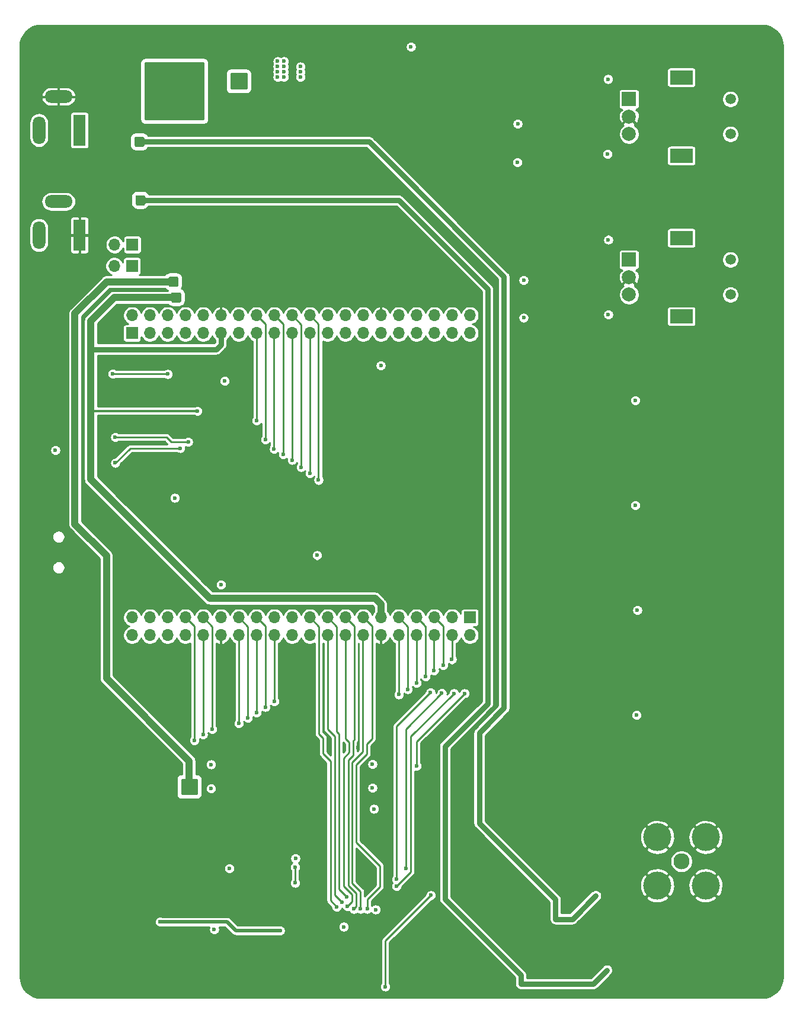
<source format=gbl>
%TF.GenerationSoftware,KiCad,Pcbnew,5.1.10-88a1d61d58~90~ubuntu20.04.1*%
%TF.CreationDate,2021-11-03T15:51:46-04:00*%
%TF.ProjectId,de0_nano_breakout,6465305f-6e61-46e6-9f5f-627265616b6f,rev?*%
%TF.SameCoordinates,Original*%
%TF.FileFunction,Copper,L4,Bot*%
%TF.FilePolarity,Positive*%
%FSLAX46Y46*%
G04 Gerber Fmt 4.6, Leading zero omitted, Abs format (unit mm)*
G04 Created by KiCad (PCBNEW 5.1.10-88a1d61d58~90~ubuntu20.04.1) date 2021-11-03 15:51:46*
%MOMM*%
%LPD*%
G01*
G04 APERTURE LIST*
%TA.AperFunction,ComponentPad*%
%ADD10O,1.700000X1.700000*%
%TD*%
%TA.AperFunction,ComponentPad*%
%ADD11R,1.700000X1.700000*%
%TD*%
%TA.AperFunction,ComponentPad*%
%ADD12R,2.000000X2.000000*%
%TD*%
%TA.AperFunction,ComponentPad*%
%ADD13C,2.000000*%
%TD*%
%TA.AperFunction,ComponentPad*%
%ADD14R,3.200000X2.000000*%
%TD*%
%TA.AperFunction,ComponentPad*%
%ADD15C,1.500000*%
%TD*%
%TA.AperFunction,ComponentPad*%
%ADD16C,4.000000*%
%TD*%
%TA.AperFunction,ComponentPad*%
%ADD17C,2.300000*%
%TD*%
%TA.AperFunction,ComponentPad*%
%ADD18R,1.800000X4.400000*%
%TD*%
%TA.AperFunction,ComponentPad*%
%ADD19O,1.800000X4.000000*%
%TD*%
%TA.AperFunction,ComponentPad*%
%ADD20O,4.000000X1.800000*%
%TD*%
%TA.AperFunction,ComponentPad*%
%ADD21C,5.400000*%
%TD*%
%TA.AperFunction,ViaPad*%
%ADD22C,0.600000*%
%TD*%
%TA.AperFunction,Conductor*%
%ADD23C,0.750000*%
%TD*%
%TA.AperFunction,Conductor*%
%ADD24C,1.000000*%
%TD*%
%TA.AperFunction,Conductor*%
%ADD25C,0.350000*%
%TD*%
%TA.AperFunction,Conductor*%
%ADD26C,0.500000*%
%TD*%
%TA.AperFunction,Conductor*%
%ADD27C,0.250000*%
%TD*%
%TA.AperFunction,Conductor*%
%ADD28C,0.254000*%
%TD*%
%TA.AperFunction,Conductor*%
%ADD29C,0.100000*%
%TD*%
G04 APERTURE END LIST*
D10*
%TO.P,U4,49*%
%TO.N,DAC_A_6*%
X104600000Y-125140000D03*
%TO.P,U4,79*%
%TO.N,Net-(U4-Pad79)*%
X66500000Y-125140000D03*
%TO.P,U4,75*%
%TO.N,Net-(U4-Pad75)*%
X71580000Y-125140000D03*
%TO.P,U4,60*%
%TO.N,VGA_SEN*%
X91900000Y-127680000D03*
%TO.P,U4,78*%
%TO.N,Net-(U4-Pad78)*%
X69040000Y-127680000D03*
D11*
%TO.P,U4,41*%
%TO.N,Net-(U4-Pad41)*%
X114760000Y-125140000D03*
D10*
%TO.P,U4,42*%
%TO.N,DAC_A_0*%
X114760000Y-127680000D03*
%TO.P,U4,48*%
%TO.N,DAC_A_5*%
X107140000Y-127680000D03*
%TO.P,U4,43*%
%TO.N,Net-(U4-Pad43)*%
X112220000Y-125140000D03*
%TO.P,U4,44*%
%TO.N,DAC_A_1*%
X112220000Y-127680000D03*
%TO.P,U4,66*%
%TO.N,DAC_B_2*%
X84280000Y-127680000D03*
%TO.P,U4,58*%
%TO.N,VGA_5*%
X94440000Y-127680000D03*
%TO.P,U4,57*%
%TO.N,VGA_4*%
X94440000Y-125140000D03*
%TO.P,U4,63*%
%TO.N,VGA_MISO*%
X86820000Y-125140000D03*
%TO.P,U4,72*%
%TO.N,DAC_B_6*%
X76660000Y-127680000D03*
%TO.P,U4,59*%
%TO.N,VGA_6*%
X91900000Y-125140000D03*
%TO.P,U4,77*%
%TO.N,Net-(U4-Pad77)*%
X69040000Y-125140000D03*
%TO.P,U4,45*%
%TO.N,DAC_A_2*%
X109680000Y-125140000D03*
%TO.P,U4,65*%
%TO.N,DAC_B_1*%
X84280000Y-125140000D03*
%TO.P,U4,52*%
%TO.N,GND*%
X102060000Y-127680000D03*
%TO.P,U4,74*%
%TO.N,Net-(U4-Pad74)*%
X74120000Y-127680000D03*
%TO.P,U4,73*%
%TO.N,DAC_B_7*%
X74120000Y-125140000D03*
%TO.P,U4,76*%
%TO.N,Net-(U4-Pad76)*%
X71580000Y-127680000D03*
%TO.P,U4,51*%
%TO.N,+5V*%
X102060000Y-125140000D03*
%TO.P,U4,67*%
%TO.N,DAC_B_3*%
X81740000Y-125140000D03*
%TO.P,U4,55*%
%TO.N,VGA_2*%
X96980000Y-125140000D03*
%TO.P,U4,47*%
%TO.N,DAC_A_4*%
X107140000Y-125140000D03*
%TO.P,U4,56*%
%TO.N,VGA_3*%
X96980000Y-127680000D03*
%TO.P,U4,64*%
%TO.N,DAC_B_0*%
X86820000Y-127680000D03*
%TO.P,U4,71*%
%TO.N,DAC_B_5*%
X76660000Y-125140000D03*
%TO.P,U4,69*%
%TO.N,Net-(C37-Pad2)*%
X79200000Y-125140000D03*
%TO.P,U4,61*%
%TO.N,VGA_SCLK*%
X89360000Y-125140000D03*
%TO.P,U4,53*%
%TO.N,VGA_0*%
X99520000Y-125140000D03*
%TO.P,U4,62*%
%TO.N,VGA_MOSI*%
X89360000Y-127680000D03*
%TO.P,U4,54*%
%TO.N,VGA_1*%
X99520000Y-127680000D03*
%TO.P,U4,80*%
%TO.N,Net-(U4-Pad80)*%
X66500000Y-127680000D03*
%TO.P,U4,46*%
%TO.N,DAC_A_3*%
X109680000Y-127680000D03*
%TO.P,U4,68*%
%TO.N,DAC_B_4*%
X81740000Y-127680000D03*
%TO.P,U4,50*%
%TO.N,DAC_A_7*%
X104600000Y-127680000D03*
%TO.P,U4,70*%
%TO.N,GND*%
X79200000Y-127680000D03*
%TO.P,U4,6*%
%TO.N,FPGA_RTS*%
X71580000Y-81960000D03*
%TO.P,U4,14*%
%TO.N,/Logic/AMP_ENC_B*%
X81740000Y-81960000D03*
%TO.P,U4,25*%
%TO.N,Net-(U4-Pad25)*%
X96980000Y-84500000D03*
%TO.P,U4,26*%
%TO.N,Net-(U4-Pad26)*%
X96980000Y-81960000D03*
%TO.P,U4,39*%
%TO.N,Net-(U4-Pad39)*%
X114760000Y-84500000D03*
%TO.P,U4,40*%
%TO.N,Net-(U4-Pad40)*%
X114760000Y-81960000D03*
%TO.P,U4,10*%
%TO.N,/Logic/FREQ_ENC_B*%
X76660000Y-81960000D03*
%TO.P,U4,17*%
%TO.N,/Logic/SINE_BTN*%
X86820000Y-84500000D03*
%TO.P,U4,18*%
%TO.N,/Logic/SINE_LED*%
X86820000Y-81960000D03*
%TO.P,U4,29*%
%TO.N,Net-(C36-Pad2)*%
X102060000Y-84500000D03*
%TO.P,U4,30*%
%TO.N,GND*%
X102060000Y-81960000D03*
%TO.P,U4,19*%
%TO.N,/Logic/TRI_BTN*%
X89360000Y-84500000D03*
%TO.P,U4,20*%
%TO.N,/Logic/TRI_LED*%
X89360000Y-81960000D03*
%TO.P,U4,13*%
%TO.N,/Logic/AMP_ENC_A*%
X81740000Y-84500000D03*
%TO.P,U4,33*%
%TO.N,Net-(U4-Pad33)*%
X107140000Y-84500000D03*
%TO.P,U4,34*%
%TO.N,Net-(U4-Pad34)*%
X107140000Y-81960000D03*
%TO.P,U4,27*%
%TO.N,Net-(U4-Pad27)*%
X99520000Y-84500000D03*
%TO.P,U4,28*%
%TO.N,Net-(U4-Pad28)*%
X99520000Y-81960000D03*
%TO.P,U4,37*%
%TO.N,Net-(U4-Pad37)*%
X112220000Y-84500000D03*
%TO.P,U4,38*%
%TO.N,Net-(U4-Pad38)*%
X112220000Y-81960000D03*
%TO.P,U4,21*%
%TO.N,/Logic/SQR_BTN*%
X91900000Y-84500000D03*
%TO.P,U4,22*%
%TO.N,/Logic/SQR_LED*%
X91900000Y-81960000D03*
%TO.P,U4,31*%
%TO.N,Net-(U4-Pad31)*%
X104600000Y-84500000D03*
%TO.P,U4,32*%
%TO.N,Net-(U4-Pad32)*%
X104600000Y-81960000D03*
%TO.P,U4,23*%
%TO.N,Net-(U4-Pad23)*%
X94440000Y-84500000D03*
%TO.P,U4,24*%
%TO.N,Net-(U4-Pad24)*%
X94440000Y-81960000D03*
%TO.P,U4,15*%
%TO.N,/Logic/EN_BTN*%
X84280000Y-84500000D03*
%TO.P,U4,12*%
%TO.N,GND*%
X79200000Y-81960000D03*
%TO.P,U4,16*%
%TO.N,/Logic/ACT_LED*%
X84280000Y-81960000D03*
%TO.P,U4,11*%
%TO.N,+5V*%
X79200000Y-84500000D03*
%TO.P,U4,9*%
%TO.N,/Logic/FREQ_ENC_A*%
X76660000Y-84500000D03*
%TO.P,U4,7*%
%TO.N,FTDI_RST*%
X74120000Y-84500000D03*
%TO.P,U4,5*%
%TO.N,FPGA_CTS*%
X71580000Y-84500000D03*
%TO.P,U4,35*%
%TO.N,Net-(U4-Pad35)*%
X109680000Y-84500000D03*
%TO.P,U4,36*%
%TO.N,Net-(U4-Pad36)*%
X109680000Y-81960000D03*
%TO.P,U4,4*%
%TO.N,FPGA_RX*%
X69040000Y-81960000D03*
%TO.P,U4,3*%
%TO.N,Net-(U4-Pad3)*%
X69040000Y-84500000D03*
%TO.P,U4,8*%
%TO.N,Net-(U4-Pad8)*%
X74120000Y-81960000D03*
%TO.P,U4,2*%
%TO.N,FPGA_TX*%
X66500000Y-81960000D03*
D11*
%TO.P,U4,1*%
%TO.N,Net-(U4-Pad1)*%
X66500000Y-84500000D03*
%TD*%
D12*
%TO.P,SW6,A*%
%TO.N,Net-(R35-Pad2)*%
X137500000Y-51050000D03*
D13*
%TO.P,SW6,C*%
%TO.N,GND*%
X137500000Y-53550000D03*
%TO.P,SW6,B*%
%TO.N,Net-(R34-Pad2)*%
X137500000Y-56050000D03*
D14*
%TO.P,SW6,MP*%
%TO.N,N/C*%
X145000000Y-47950000D03*
X145000000Y-59150000D03*
D15*
%TO.P,SW6,*%
%TO.N,*%
X152000000Y-51050000D03*
X152000000Y-56050000D03*
%TD*%
D12*
%TO.P,SW2,A*%
%TO.N,Net-(R22-Pad2)*%
X137500000Y-74000000D03*
D13*
%TO.P,SW2,C*%
%TO.N,GND*%
X137500000Y-76500000D03*
%TO.P,SW2,B*%
%TO.N,Net-(R20-Pad2)*%
X137500000Y-79000000D03*
D14*
%TO.P,SW2,MP*%
%TO.N,N/C*%
X145000000Y-70900000D03*
X145000000Y-82100000D03*
D15*
%TO.P,SW2,*%
%TO.N,*%
X152000000Y-74000000D03*
X152000000Y-79000000D03*
%TD*%
D16*
%TO.P,J6,2*%
%TO.N,GND*%
X148450000Y-163450000D03*
X141550000Y-163450000D03*
X141550000Y-156550000D03*
X148450000Y-156550000D03*
D17*
%TO.P,J6,1*%
%TO.N,Net-(J6-Pad1)*%
X145000000Y-160000000D03*
%TD*%
D10*
%TO.P,J5,2*%
%TO.N,/Power/FTDI_RX*%
X63960000Y-74900000D03*
D11*
%TO.P,J5,1*%
%TO.N,Net-(J5-Pad1)*%
X66500000Y-74900000D03*
%TD*%
D10*
%TO.P,J4,2*%
%TO.N,/Power/FTDI_TX*%
X64010000Y-71850000D03*
D11*
%TO.P,J4,1*%
%TO.N,Net-(J4-Pad1)*%
X66550000Y-71850000D03*
%TD*%
D18*
%TO.P,J3,1*%
%TO.N,GND*%
X59000000Y-70500000D03*
D19*
%TO.P,J3,2*%
%TO.N,Net-(FB2-Pad2)*%
X53200000Y-70500000D03*
D20*
%TO.P,J3,3*%
X56000000Y-65700000D03*
%TD*%
D18*
%TO.P,J2,1*%
%TO.N,Net-(FB1-Pad2)*%
X59000000Y-55500000D03*
D19*
%TO.P,J2,2*%
%TO.N,Net-(J2-Pad2)*%
X53200000Y-55500000D03*
D20*
%TO.P,J2,3*%
%TO.N,GND*%
X56000000Y-50700000D03*
%TD*%
D21*
%TO.P,H4,1*%
%TO.N,GND*%
X53500000Y-176500000D03*
%TD*%
%TO.P,H3,1*%
%TO.N,GND*%
X156500000Y-176500000D03*
%TD*%
%TO.P,H2,1*%
%TO.N,GND*%
X156500000Y-43500000D03*
%TD*%
%TO.P,H1,1*%
%TO.N,GND*%
X53500000Y-43500000D03*
%TD*%
D22*
%TO.N,GND*%
X101100000Y-163200000D03*
X101100000Y-161400000D03*
X99300000Y-161400000D03*
X108350000Y-161750000D03*
X107950000Y-153000000D03*
X93150000Y-154600000D03*
X93500000Y-152050000D03*
X93550000Y-148750000D03*
X87050000Y-148150000D03*
X89700000Y-152100000D03*
X91050000Y-148550000D03*
X74550000Y-103650000D03*
X99500000Y-115250000D03*
X96950000Y-115250000D03*
X93150000Y-121000000D03*
X99350000Y-52500000D03*
X106350000Y-52500000D03*
X102850000Y-52500000D03*
X102650000Y-143700000D03*
X102650000Y-151500000D03*
X102650000Y-156000000D03*
X102650000Y-154500000D03*
X102650000Y-150000000D03*
X102650000Y-148500000D03*
X102650000Y-153000000D03*
X102650000Y-147000000D03*
X102650000Y-145400000D03*
X61700000Y-51050000D03*
X146750000Y-99700000D03*
X146800000Y-114700000D03*
X146850000Y-129900000D03*
X146800000Y-144650000D03*
X124750000Y-50100000D03*
X124000000Y-53700000D03*
X124750000Y-55650000D03*
X123950000Y-59200000D03*
X128100000Y-53550000D03*
X125550000Y-72500000D03*
X124850000Y-76050000D03*
X125550000Y-78050000D03*
X124850000Y-81450000D03*
X128150000Y-76500000D03*
X149800000Y-93000000D03*
X149800000Y-108000000D03*
X149750000Y-123000000D03*
X149700000Y-138000000D03*
X120700000Y-160950000D03*
X121000000Y-162900000D03*
X108750000Y-162700000D03*
X113700000Y-155450000D03*
X137100000Y-145250000D03*
X117500000Y-175700000D03*
X136750000Y-173850000D03*
X136800000Y-164900000D03*
X118650000Y-176850000D03*
X124600000Y-169150000D03*
X124450000Y-176550000D03*
X126950000Y-175400000D03*
X127700000Y-175400000D03*
X101100000Y-162300000D03*
X100200000Y-163200000D03*
X99300000Y-162300000D03*
X100200000Y-161400000D03*
X100200000Y-162300000D03*
X103400000Y-158750000D03*
X103400000Y-157050000D03*
X102600000Y-166950000D03*
X68850000Y-173900000D03*
X67900000Y-174850000D03*
X71650000Y-171100000D03*
X72450000Y-169700000D03*
X74800000Y-143700000D03*
X89550000Y-177000000D03*
X87650000Y-177350000D03*
X99850000Y-177700000D03*
X98050000Y-177400000D03*
X91750000Y-176550000D03*
X91050000Y-176550000D03*
X72600000Y-177050000D03*
X73350000Y-177050000D03*
X94350000Y-170250000D03*
X80400000Y-159450000D03*
X84800000Y-176400000D03*
X75850000Y-170700000D03*
X56450000Y-133900000D03*
X95800000Y-43600000D03*
X72250000Y-96650000D03*
X77150000Y-99350000D03*
X75850000Y-92350000D03*
X80400000Y-95700000D03*
X74950000Y-107150000D03*
X91550000Y-43300000D03*
X92450000Y-43300000D03*
X89250000Y-43300000D03*
X84700000Y-41250000D03*
X82050000Y-41250000D03*
X61500000Y-110900000D03*
X60950000Y-109550000D03*
X65600000Y-61050000D03*
X65600000Y-60200000D03*
X72450000Y-145700000D03*
X72450000Y-147700000D03*
X72450000Y-149700000D03*
X72450000Y-151700000D03*
X72450000Y-153700000D03*
X72450000Y-155700000D03*
X72450000Y-157700000D03*
X72450000Y-159700000D03*
X72450000Y-161700000D03*
X72450000Y-163700000D03*
X72450000Y-165700000D03*
X72450000Y-167700000D03*
X70750000Y-172000000D03*
X69800000Y-172950000D03*
X76800000Y-143700000D03*
X78800000Y-143700000D03*
X80800000Y-143700000D03*
X82800000Y-143700000D03*
X84800000Y-143700000D03*
X86800000Y-143700000D03*
X88800000Y-143700000D03*
X90800000Y-143700000D03*
X92800000Y-143700000D03*
X94800000Y-143700000D03*
X96800000Y-143700000D03*
X98800000Y-143700000D03*
X100800000Y-143700000D03*
X75499998Y-99449998D03*
X65900000Y-176200000D03*
X64550000Y-176200000D03*
X62850000Y-176150000D03*
X61250000Y-176150000D03*
X67050000Y-175650000D03*
X107950000Y-154250000D03*
X108350000Y-155500000D03*
X108350000Y-156750000D03*
X108350000Y-158000000D03*
X108350000Y-159250000D03*
X108350000Y-160500000D03*
X99300000Y-163200000D03*
%TO.N,+12V*%
X67150000Y-57500000D03*
X67900000Y-56750000D03*
X67150000Y-56750000D03*
X67900000Y-57500000D03*
X116100000Y-154550000D03*
X127000000Y-168250000D03*
X98000000Y-57150000D03*
X132750000Y-164900000D03*
%TO.N,-12V*%
X67300000Y-65100000D03*
X67300000Y-65850000D03*
X68050000Y-65100000D03*
X68050000Y-65850000D03*
X111200000Y-163600000D03*
X122050000Y-177500000D03*
X95800000Y-65500000D03*
X134350000Y-175550000D03*
%TO.N,+5V*%
X72000000Y-77500000D03*
X72000000Y-76750000D03*
X72750000Y-76750000D03*
X72750000Y-77500000D03*
X101050000Y-152500000D03*
X72400000Y-79000000D03*
X73150000Y-79000000D03*
X73150000Y-79750000D03*
X72400000Y-79750000D03*
X81000000Y-47700000D03*
X73900000Y-148550000D03*
X89850000Y-159550000D03*
X101300000Y-166900000D03*
X78250000Y-169750000D03*
X80400000Y-161000000D03*
X96750000Y-169350000D03*
X75825000Y-95625000D03*
X74650000Y-148550000D03*
X75400000Y-148550000D03*
X73900000Y-149300000D03*
X74650000Y-149300000D03*
X75400000Y-149300000D03*
X73900000Y-150050000D03*
X74650000Y-150050000D03*
X75400000Y-150050000D03*
X81750000Y-47700000D03*
X82500000Y-47700000D03*
X81000000Y-48450000D03*
X81750000Y-48450000D03*
X82500000Y-48450000D03*
X81000000Y-49200000D03*
X81750000Y-49200000D03*
X82500000Y-49200000D03*
X77800000Y-149600000D03*
X100850000Y-149500000D03*
%TO.N,+3V3*%
X77800000Y-146150000D03*
X138600000Y-139100000D03*
X138400000Y-109100000D03*
X138400000Y-94100000D03*
X138700000Y-124100000D03*
X121600000Y-54600000D03*
X121550000Y-60100000D03*
X134500000Y-48200000D03*
X134450000Y-58900000D03*
X122450000Y-76950000D03*
X122450000Y-82300000D03*
X134550000Y-71150000D03*
X134550000Y-81850000D03*
X92950000Y-116250000D03*
X87650000Y-169900000D03*
X79200000Y-120450000D03*
X102050000Y-89100000D03*
X90550000Y-47150000D03*
X90550000Y-46400000D03*
X90550000Y-47900000D03*
X106350000Y-43600000D03*
X55550000Y-101250000D03*
X79750000Y-91350000D03*
X72600000Y-108050000D03*
X88200000Y-45650000D03*
X87300000Y-45650000D03*
X88200000Y-46400000D03*
X87300000Y-46400000D03*
X88200000Y-47150000D03*
X87300000Y-47150000D03*
X88200000Y-47900000D03*
X87300000Y-47900000D03*
X70500000Y-168650000D03*
X100850000Y-146100000D03*
%TO.N,Net-(D3-Pad2)*%
X70100000Y-52350000D03*
X73850000Y-51100000D03*
X72600000Y-52350000D03*
X75100000Y-51100000D03*
X73850000Y-52350000D03*
X75100000Y-52350000D03*
X71350000Y-51100000D03*
X72600000Y-51100000D03*
X70100000Y-51100000D03*
X71350000Y-52350000D03*
X75100000Y-47350000D03*
X75100000Y-48600000D03*
X73850000Y-47350000D03*
X73850000Y-48600000D03*
X70100000Y-47350000D03*
X70100000Y-48600000D03*
X71350000Y-47350000D03*
X71350000Y-48600000D03*
X72600000Y-47350000D03*
X72600000Y-48600000D03*
X70100000Y-49850000D03*
X71350000Y-49850000D03*
X75100000Y-49850000D03*
X73850000Y-49850000D03*
X72600000Y-49850000D03*
%TO.N,Net-(R10-Pad2)*%
X64100000Y-103050000D03*
X73400000Y-100949998D03*
%TO.N,Net-(R11-Pad2)*%
X74525000Y-100025000D03*
X64100000Y-99350000D03*
%TO.N,/Power/FTDI_RTS*%
X71600000Y-90350000D03*
X63750000Y-90299998D03*
%TO.N,/Logic/ACT_LED*%
X85550000Y-99700000D03*
%TO.N,/Logic/EN_BTN*%
X84300000Y-97000000D03*
%TO.N,/Logic/SINE_LED*%
X88100000Y-101850000D03*
%TO.N,/Logic/SINE_BTN*%
X86800000Y-101050000D03*
%TO.N,/Logic/TRI_LED*%
X90650000Y-103650000D03*
%TO.N,/Logic/TRI_BTN*%
X89360000Y-102640000D03*
%TO.N,/Logic/SQR_LED*%
X93150000Y-105500000D03*
%TO.N,/Logic/SQR_BTN*%
X91900000Y-104550000D03*
%TO.N,VGA_0*%
X100100002Y-166800000D03*
%TO.N,VGA_1*%
X99150000Y-166800000D03*
%TO.N,VGA_2*%
X98200000Y-166800000D03*
%TO.N,DAC_A_1*%
X112200000Y-131150000D03*
%TO.N,VGA_3*%
X97250000Y-166450000D03*
%TO.N,VGA_4*%
X97200000Y-165100000D03*
%TO.N,DAC_A_2*%
X110949999Y-131950001D03*
%TO.N,VGA_5*%
X96500000Y-165799996D03*
%TO.N,VGA_6*%
X95750000Y-166500000D03*
%TO.N,DAC_A_3*%
X109650000Y-132750000D03*
%TO.N,VGA_SEN*%
X109150000Y-135850000D03*
X104300000Y-162550000D03*
%TO.N,DAC_A_4*%
X108450000Y-133600000D03*
%TO.N,VGA_MISO*%
X107150000Y-146350000D03*
X114000000Y-135999994D03*
%TO.N,DAC_B_0*%
X86820000Y-137130000D03*
%TO.N,DAC_A_5*%
X107150000Y-134500000D03*
%TO.N,DAC_B_1*%
X85550000Y-137950000D03*
%TO.N,DAC_A_6*%
X105900000Y-135400000D03*
%TO.N,DAC_B_2*%
X84280000Y-138730000D03*
%TO.N,DAC_A_7*%
X104600000Y-136150000D03*
%TO.N,DAC_B_3*%
X83050000Y-139500000D03*
%TO.N,DAC_B_4*%
X81740000Y-140290000D03*
%TO.N,DAC_B_5*%
X77950000Y-141100000D03*
%TO.N,DAC_B_6*%
X76649998Y-141900006D03*
%TO.N,DAC_B_7*%
X75400000Y-142700000D03*
%TO.N,/Analog/1V65_CM*%
X102700000Y-177900000D03*
X109200000Y-164850000D03*
%TO.N,VGA_SCLK*%
X110749998Y-135950000D03*
X105600000Y-161050000D03*
%TO.N,VGA_MOSI*%
X112500000Y-136000000D03*
X104300000Y-163550000D03*
%TO.N,/Analog/2V5_CM*%
X89830000Y-160830000D03*
X89830000Y-163080000D03*
%TD*%
D23*
%TO.N,+12V*%
X127000000Y-165450000D02*
X127000000Y-168250000D01*
X116100000Y-154550000D02*
X127000000Y-165450000D01*
X127000000Y-168250000D02*
X129400000Y-168250000D01*
X129400000Y-168250000D02*
X132750000Y-164900000D01*
X100350000Y-57150000D02*
X67900000Y-57150000D01*
X119650000Y-76450000D02*
X100350000Y-57150000D01*
X119650000Y-138100000D02*
X119650000Y-76450000D01*
X116100000Y-141650000D02*
X119650000Y-138100000D01*
X116100000Y-154550000D02*
X116100000Y-141650000D01*
%TO.N,-12V*%
X104100000Y-65500000D02*
X68050000Y-65500000D01*
X104600000Y-65500000D02*
X104100000Y-65500000D01*
X111200000Y-143550000D02*
X117300000Y-137450000D01*
X117300000Y-78200000D02*
X104600000Y-65500000D01*
X117300000Y-137450000D02*
X117300000Y-78200000D01*
X111200000Y-163600000D02*
X111200000Y-143550000D01*
X111200000Y-163600000D02*
X111200000Y-165400000D01*
X122050000Y-176250000D02*
X122050000Y-177500000D01*
X111200000Y-165400000D02*
X122050000Y-176250000D01*
X122050000Y-177500000D02*
X132400000Y-177500000D01*
X132400000Y-177500000D02*
X134350000Y-175550000D01*
X134350000Y-175550000D02*
X134350000Y-175550000D01*
D24*
%TO.N,+5V*%
X74650000Y-145650000D02*
X62850000Y-133850000D01*
X74650000Y-148550000D02*
X74650000Y-145650000D01*
D23*
X78550000Y-86800000D02*
X60600000Y-86800000D01*
X79200000Y-86150000D02*
X78550000Y-86800000D01*
X79200000Y-84500000D02*
X79200000Y-86150000D01*
D24*
X64550000Y-79400000D02*
X72750000Y-79400000D01*
D25*
X60625000Y-95625000D02*
X60600000Y-95650000D01*
X75825000Y-95625000D02*
X60625000Y-95625000D01*
D24*
X60600000Y-95650000D02*
X60600000Y-82750000D01*
X60600000Y-82750000D02*
X63950000Y-79400000D01*
X63950000Y-79400000D02*
X64600000Y-79400000D01*
X102060000Y-123260000D02*
X102060000Y-125140000D01*
X101200000Y-122400000D02*
X102060000Y-123260000D01*
X77600000Y-122400000D02*
X101200000Y-122400000D01*
X60600000Y-105400000D02*
X77600000Y-122400000D01*
X60600000Y-95650000D02*
X60600000Y-105400000D01*
X62850000Y-133850000D02*
X62850000Y-116300000D01*
X62850000Y-116300000D02*
X58350000Y-111800000D01*
X58350000Y-111800000D02*
X58350000Y-81700000D01*
X58350000Y-81700000D02*
X62900000Y-77150000D01*
X62900000Y-77150000D02*
X72000000Y-77150000D01*
D26*
%TO.N,+3V3*%
X87650000Y-169900000D02*
X81300000Y-169900000D01*
X81300000Y-169900000D02*
X80050000Y-168650000D01*
X80050000Y-168650000D02*
X70500000Y-168650000D01*
D27*
%TO.N,Net-(R10-Pad2)*%
X64100000Y-103100000D02*
X66250002Y-100949998D01*
X66250002Y-100949998D02*
X72975736Y-100949998D01*
X72975736Y-100949998D02*
X73400000Y-100949998D01*
%TO.N,Net-(R11-Pad2)*%
X74525000Y-100025000D02*
X72075000Y-100025000D01*
X72075000Y-100025000D02*
X71400000Y-99350000D01*
X71400000Y-99350000D02*
X64100000Y-99350000D01*
%TO.N,/Power/FTDI_RTS*%
X71600000Y-90350000D02*
X63800002Y-90350000D01*
X63800002Y-90350000D02*
X63750000Y-90299998D01*
%TO.N,/Logic/ACT_LED*%
X85550000Y-83230000D02*
X85550000Y-99700000D01*
X84280000Y-81960000D02*
X85550000Y-83230000D01*
%TO.N,/Logic/EN_BTN*%
X84300000Y-84520000D02*
X84300000Y-97000000D01*
X84280000Y-84500000D02*
X84300000Y-84520000D01*
%TO.N,/Logic/SINE_LED*%
X86820000Y-81960000D02*
X88100000Y-83240000D01*
X88100000Y-83240000D02*
X88100000Y-101850000D01*
%TO.N,/Logic/SINE_BTN*%
X86800000Y-84520000D02*
X86820000Y-84500000D01*
X86800000Y-101050000D02*
X86800000Y-84520000D01*
%TO.N,/Logic/TRI_LED*%
X89360000Y-81960000D02*
X90650000Y-83250000D01*
X90650000Y-83250000D02*
X90650000Y-103650000D01*
%TO.N,/Logic/TRI_BTN*%
X89360000Y-84500000D02*
X89360000Y-102640000D01*
%TO.N,/Logic/SQR_LED*%
X91900000Y-81960000D02*
X93150000Y-83210000D01*
X93150000Y-83210000D02*
X93150000Y-105500000D01*
%TO.N,/Logic/SQR_BTN*%
X91900000Y-84500000D02*
X91900000Y-104550000D01*
%TO.N,VGA_0*%
X98500000Y-157250000D02*
X101900000Y-160650000D01*
X98500000Y-146200000D02*
X98500000Y-157250000D01*
X100050000Y-144650000D02*
X98500000Y-146200000D01*
X100050000Y-143200000D02*
X100050000Y-144650000D01*
X100800000Y-126420000D02*
X100800000Y-142450000D01*
X100800000Y-142450000D02*
X100050000Y-143200000D01*
X99520000Y-125140000D02*
X100800000Y-126420000D01*
X101900000Y-160650000D02*
X101900000Y-163650000D01*
X100100002Y-165449998D02*
X100100002Y-166800000D01*
X101900000Y-163650000D02*
X100100002Y-165449998D01*
%TO.N,VGA_1*%
X99500000Y-144300000D02*
X99500000Y-127700000D01*
X99500000Y-127700000D02*
X99520000Y-127680000D01*
X97950000Y-163100000D02*
X97950000Y-145850000D01*
X97950000Y-145850000D02*
X99500000Y-144300000D01*
X99150000Y-164300000D02*
X97950000Y-163100000D01*
X99150000Y-166800000D02*
X99150000Y-164300000D01*
%TO.N,VGA_2*%
X98550000Y-164600000D02*
X98550000Y-166450000D01*
X97400000Y-163450000D02*
X98550000Y-164600000D01*
X97400000Y-145500000D02*
X97400000Y-163450000D01*
X98100000Y-144800000D02*
X97400000Y-145500000D01*
X98250000Y-142600000D02*
X98100000Y-142750000D01*
X98550000Y-166450000D02*
X98200000Y-166800000D01*
X98250000Y-126410000D02*
X98250000Y-142600000D01*
X98100000Y-142750000D02*
X98100000Y-144800000D01*
X96980000Y-125140000D02*
X98250000Y-126410000D01*
%TO.N,DAC_A_1*%
X112220000Y-127680000D02*
X112220000Y-131130000D01*
X112220000Y-131130000D02*
X112200000Y-131150000D01*
%TO.N,VGA_3*%
X96980000Y-128880000D02*
X96980000Y-127680000D01*
X97000000Y-128900000D02*
X96980000Y-128880000D01*
X97000000Y-142450000D02*
X97000000Y-128900000D01*
X97550000Y-143000000D02*
X97000000Y-142450000D01*
X97550000Y-144450000D02*
X97550000Y-143000000D01*
X96750000Y-145250000D02*
X97550000Y-144450000D01*
X97950000Y-164750000D02*
X96750000Y-163550000D01*
X97950000Y-165750000D02*
X97950000Y-164750000D01*
X96750000Y-163550000D02*
X96750000Y-145250000D01*
X97250000Y-166450000D02*
X97950000Y-165750000D01*
%TO.N,VGA_4*%
X95750000Y-126450000D02*
X94440000Y-125140000D01*
X95750000Y-141450000D02*
X95750000Y-126450000D01*
X96100000Y-141800000D02*
X95750000Y-141450000D01*
X96100000Y-164000000D02*
X96100000Y-141800000D01*
X97200000Y-165100000D02*
X96100000Y-164000000D01*
%TO.N,DAC_A_2*%
X109680000Y-125140000D02*
X110949999Y-126409999D01*
X110949999Y-126409999D02*
X110949999Y-131950001D01*
%TO.N,VGA_5*%
X96499996Y-165799996D02*
X96500000Y-165799996D01*
X95500000Y-164800000D02*
X96499996Y-165799996D01*
X95500000Y-142150000D02*
X95500000Y-164800000D01*
X94440000Y-141090000D02*
X95500000Y-142150000D01*
X94440000Y-127680000D02*
X94440000Y-141090000D01*
%TO.N,VGA_6*%
X94850000Y-165600000D02*
X95750000Y-166500000D01*
X94850000Y-145650000D02*
X94850000Y-165600000D01*
X93800000Y-144600000D02*
X94850000Y-145650000D01*
X93800000Y-142350000D02*
X93800000Y-144600000D01*
X93200000Y-126440000D02*
X93200000Y-141750000D01*
X93200000Y-141750000D02*
X93800000Y-142350000D01*
X91900000Y-125140000D02*
X93200000Y-126440000D01*
%TO.N,DAC_A_3*%
X109650000Y-127710000D02*
X109680000Y-127680000D01*
X109650000Y-132750000D02*
X109650000Y-127710000D01*
%TO.N,VGA_SEN*%
X91900000Y-127680000D02*
X91900000Y-127700000D01*
X109150000Y-135850000D02*
X104300000Y-140700000D01*
X104300000Y-140700000D02*
X104300000Y-162550000D01*
%TO.N,DAC_A_4*%
X108450000Y-126450000D02*
X108150000Y-126150000D01*
X108450000Y-133600000D02*
X108450000Y-126450000D01*
X108150000Y-126150000D02*
X107140000Y-125140000D01*
X108350000Y-126350000D02*
X108150000Y-126150000D01*
%TO.N,VGA_MISO*%
X107150000Y-142849994D02*
X114000000Y-135999994D01*
X107150000Y-146350000D02*
X107150000Y-142849994D01*
%TO.N,DAC_B_0*%
X86820000Y-127680000D02*
X86820000Y-137130000D01*
%TO.N,DAC_A_5*%
X107150000Y-127690000D02*
X107140000Y-127680000D01*
X107150000Y-134500000D02*
X107150000Y-127690000D01*
%TO.N,DAC_B_1*%
X84280000Y-125140000D02*
X85550000Y-126410000D01*
X85550000Y-126410000D02*
X85550000Y-137950000D01*
%TO.N,DAC_A_6*%
X105900000Y-126440000D02*
X104600000Y-125140000D01*
X105900000Y-135400000D02*
X105900000Y-126440000D01*
%TO.N,DAC_B_2*%
X84280000Y-127680000D02*
X84280000Y-138730000D01*
%TO.N,DAC_A_7*%
X104600000Y-136150000D02*
X104600000Y-127680000D01*
%TO.N,DAC_B_3*%
X81740000Y-125140000D02*
X83050000Y-126450000D01*
X83050000Y-126450000D02*
X83050000Y-135950000D01*
X83050000Y-135950000D02*
X83050000Y-139500000D01*
%TO.N,DAC_B_4*%
X81740000Y-127680000D02*
X81740000Y-140290000D01*
%TO.N,DAC_B_5*%
X76660000Y-125140000D02*
X77950000Y-126430000D01*
X77950000Y-126430000D02*
X77950000Y-129750000D01*
X77950000Y-129750000D02*
X77950000Y-141100000D01*
X77950000Y-141100000D02*
X77950000Y-141100000D01*
%TO.N,DAC_B_6*%
X76660000Y-141890004D02*
X76649998Y-141900006D01*
X76660000Y-127680000D02*
X76660000Y-141890004D01*
%TO.N,DAC_B_7*%
X74120000Y-125140000D02*
X75400000Y-126420000D01*
X75400000Y-126420000D02*
X75400000Y-127300000D01*
X75400000Y-127300000D02*
X75400000Y-142700000D01*
%TO.N,/Analog/1V65_CM*%
X102700000Y-171350000D02*
X102700000Y-177900000D01*
X102700000Y-171350000D02*
X109200000Y-164850000D01*
%TO.N,VGA_SCLK*%
X105600000Y-141099998D02*
X105600000Y-161050000D01*
X110749998Y-135950000D02*
X105600000Y-141099998D01*
%TO.N,VGA_MOSI*%
X106350000Y-161500000D02*
X104300000Y-163550000D01*
X106350000Y-142150000D02*
X106350000Y-161500000D01*
X112500000Y-136000000D02*
X106350000Y-142150000D01*
%TO.N,/Analog/2V5_CM*%
X89830000Y-160830000D02*
X89830000Y-163080000D01*
%TD*%
D28*
%TO.N,Net-(D3-Pad2)*%
X76673000Y-53898000D02*
X68427000Y-53898000D01*
X68427000Y-45902000D01*
X76673000Y-45902000D01*
X76673000Y-53898000D01*
%TA.AperFunction,Conductor*%
D29*
G36*
X76673000Y-53898000D02*
G01*
X68427000Y-53898000D01*
X68427000Y-45902000D01*
X76673000Y-45902000D01*
X76673000Y-53898000D01*
G37*
%TD.AperFunction*%
%TD*%
D28*
%TO.N,+5V*%
X75723000Y-150373000D02*
X73627000Y-150373000D01*
X73627000Y-148277000D01*
X75723000Y-148277000D01*
X75723000Y-150373000D01*
%TA.AperFunction,Conductor*%
D29*
G36*
X75723000Y-150373000D02*
G01*
X73627000Y-150373000D01*
X73627000Y-148277000D01*
X75723000Y-148277000D01*
X75723000Y-150373000D01*
G37*
%TD.AperFunction*%
%TD*%
D28*
%TO.N,+5V*%
X82823000Y-49523000D02*
X80677000Y-49523000D01*
X80677000Y-47427000D01*
X82823000Y-47427000D01*
X82823000Y-49523000D01*
%TA.AperFunction,Conductor*%
D29*
G36*
X82823000Y-49523000D02*
G01*
X80677000Y-49523000D01*
X80677000Y-47427000D01*
X82823000Y-47427000D01*
X82823000Y-49523000D01*
G37*
%TD.AperFunction*%
%TD*%
D28*
%TO.N,+5V*%
X73265251Y-78792467D02*
X73320570Y-78829430D01*
X73357533Y-78884749D01*
X73373000Y-78962509D01*
X73373000Y-79787491D01*
X73357533Y-79865251D01*
X73320570Y-79920570D01*
X73265251Y-79957533D01*
X73187491Y-79973000D01*
X72362509Y-79973000D01*
X72284749Y-79957533D01*
X72229430Y-79920570D01*
X72192467Y-79865251D01*
X72177000Y-79787491D01*
X72177000Y-78962509D01*
X72192467Y-78884749D01*
X72229430Y-78829430D01*
X72284749Y-78792467D01*
X72362509Y-78777000D01*
X73187491Y-78777000D01*
X73265251Y-78792467D01*
%TA.AperFunction,Conductor*%
D29*
G36*
X73265251Y-78792467D02*
G01*
X73320570Y-78829430D01*
X73357533Y-78884749D01*
X73373000Y-78962509D01*
X73373000Y-79787491D01*
X73357533Y-79865251D01*
X73320570Y-79920570D01*
X73265251Y-79957533D01*
X73187491Y-79973000D01*
X72362509Y-79973000D01*
X72284749Y-79957533D01*
X72229430Y-79920570D01*
X72192467Y-79865251D01*
X72177000Y-79787491D01*
X72177000Y-78962509D01*
X72192467Y-78884749D01*
X72229430Y-78829430D01*
X72284749Y-78792467D01*
X72362509Y-78777000D01*
X73187491Y-78777000D01*
X73265251Y-78792467D01*
G37*
%TD.AperFunction*%
%TD*%
D28*
%TO.N,-12V*%
X68165251Y-64892467D02*
X68220570Y-64929430D01*
X68257533Y-64984749D01*
X68273000Y-65062509D01*
X68273000Y-65887491D01*
X68257533Y-65965251D01*
X68220570Y-66020570D01*
X68165251Y-66057533D01*
X68087491Y-66073000D01*
X67262509Y-66073000D01*
X67184749Y-66057533D01*
X67129430Y-66020570D01*
X67092467Y-65965251D01*
X67077000Y-65887491D01*
X67077000Y-65062509D01*
X67092467Y-64984749D01*
X67129430Y-64929430D01*
X67184749Y-64892467D01*
X67262509Y-64877000D01*
X68087491Y-64877000D01*
X68165251Y-64892467D01*
%TA.AperFunction,Conductor*%
D29*
G36*
X68165251Y-64892467D02*
G01*
X68220570Y-64929430D01*
X68257533Y-64984749D01*
X68273000Y-65062509D01*
X68273000Y-65887491D01*
X68257533Y-65965251D01*
X68220570Y-66020570D01*
X68165251Y-66057533D01*
X68087491Y-66073000D01*
X67262509Y-66073000D01*
X67184749Y-66057533D01*
X67129430Y-66020570D01*
X67092467Y-65965251D01*
X67077000Y-65887491D01*
X67077000Y-65062509D01*
X67092467Y-64984749D01*
X67129430Y-64929430D01*
X67184749Y-64892467D01*
X67262509Y-64877000D01*
X68087491Y-64877000D01*
X68165251Y-64892467D01*
G37*
%TD.AperFunction*%
%TD*%
D28*
%TO.N,+12V*%
X68015251Y-56542467D02*
X68070570Y-56579430D01*
X68107533Y-56634749D01*
X68123000Y-56712509D01*
X68123000Y-57537491D01*
X68107533Y-57615251D01*
X68070570Y-57670570D01*
X68015251Y-57707533D01*
X67937491Y-57723000D01*
X67112509Y-57723000D01*
X67034749Y-57707533D01*
X66979430Y-57670570D01*
X66942467Y-57615251D01*
X66927000Y-57537491D01*
X66927000Y-56712509D01*
X66942467Y-56634749D01*
X66979430Y-56579430D01*
X67034749Y-56542467D01*
X67112509Y-56527000D01*
X67937491Y-56527000D01*
X68015251Y-56542467D01*
%TA.AperFunction,Conductor*%
D29*
G36*
X68015251Y-56542467D02*
G01*
X68070570Y-56579430D01*
X68107533Y-56634749D01*
X68123000Y-56712509D01*
X68123000Y-57537491D01*
X68107533Y-57615251D01*
X68070570Y-57670570D01*
X68015251Y-57707533D01*
X67937491Y-57723000D01*
X67112509Y-57723000D01*
X67034749Y-57707533D01*
X66979430Y-57670570D01*
X66942467Y-57615251D01*
X66927000Y-57537491D01*
X66927000Y-56712509D01*
X66942467Y-56634749D01*
X66979430Y-56579430D01*
X67034749Y-56542467D01*
X67112509Y-56527000D01*
X67937491Y-56527000D01*
X68015251Y-56542467D01*
G37*
%TD.AperFunction*%
%TD*%
D28*
%TO.N,GND*%
X157081848Y-40561458D02*
X157641528Y-40730435D01*
X158157733Y-41004906D01*
X158610794Y-41374412D01*
X158983460Y-41824887D01*
X159261526Y-42339159D01*
X159434408Y-42897652D01*
X159498000Y-43502684D01*
X159498001Y-176475439D01*
X159438542Y-177081848D01*
X159269565Y-177641528D01*
X158995092Y-178157736D01*
X158625585Y-178610797D01*
X158175113Y-178983460D01*
X157660840Y-179261526D01*
X157102347Y-179434408D01*
X156497316Y-179498000D01*
X53524551Y-179498000D01*
X52918152Y-179438542D01*
X52358472Y-179269565D01*
X51842264Y-178995092D01*
X51389203Y-178625585D01*
X51016540Y-178175113D01*
X50826409Y-177823472D01*
X101923000Y-177823472D01*
X101923000Y-177976528D01*
X101952859Y-178126643D01*
X102011431Y-178268048D01*
X102096464Y-178395309D01*
X102204691Y-178503536D01*
X102331952Y-178588569D01*
X102473357Y-178647141D01*
X102623472Y-178677000D01*
X102776528Y-178677000D01*
X102926643Y-178647141D01*
X103068048Y-178588569D01*
X103195309Y-178503536D01*
X103303536Y-178395309D01*
X103388569Y-178268048D01*
X103447141Y-178126643D01*
X103477000Y-177976528D01*
X103477000Y-177823472D01*
X103447141Y-177673357D01*
X103388569Y-177531952D01*
X103303536Y-177404691D01*
X103302000Y-177403155D01*
X103302000Y-171599355D01*
X109274357Y-165627000D01*
X109276528Y-165627000D01*
X109426643Y-165597141D01*
X109568048Y-165538569D01*
X109695309Y-165453536D01*
X109803536Y-165345309D01*
X109888569Y-165218048D01*
X109947141Y-165076643D01*
X109977000Y-164926528D01*
X109977000Y-164773472D01*
X109947141Y-164623357D01*
X109888569Y-164481952D01*
X109803536Y-164354691D01*
X109695309Y-164246464D01*
X109568048Y-164161431D01*
X109426643Y-164102859D01*
X109276528Y-164073000D01*
X109123472Y-164073000D01*
X108973357Y-164102859D01*
X108831952Y-164161431D01*
X108704691Y-164246464D01*
X108596464Y-164354691D01*
X108511431Y-164481952D01*
X108452859Y-164623357D01*
X108423000Y-164773472D01*
X108423000Y-164775643D01*
X102295234Y-170903411D01*
X102272263Y-170922263D01*
X102197034Y-171013930D01*
X102141134Y-171118511D01*
X102106711Y-171231989D01*
X102098000Y-171320435D01*
X102098000Y-171320444D01*
X102095089Y-171350000D01*
X102098000Y-171379556D01*
X102098001Y-177403154D01*
X102096464Y-177404691D01*
X102011431Y-177531952D01*
X101952859Y-177673357D01*
X101923000Y-177823472D01*
X50826409Y-177823472D01*
X50738474Y-177660840D01*
X50565592Y-177102347D01*
X50502000Y-176497316D01*
X50502000Y-168573472D01*
X69723000Y-168573472D01*
X69723000Y-168726528D01*
X69752859Y-168876643D01*
X69811431Y-169018048D01*
X69896464Y-169145309D01*
X70004691Y-169253536D01*
X70131952Y-169338569D01*
X70273357Y-169397141D01*
X70423472Y-169427000D01*
X70576528Y-169427000D01*
X70726643Y-169397141D01*
X70775268Y-169377000D01*
X77564740Y-169377000D01*
X77561431Y-169381952D01*
X77502859Y-169523357D01*
X77473000Y-169673472D01*
X77473000Y-169826528D01*
X77502859Y-169976643D01*
X77561431Y-170118048D01*
X77646464Y-170245309D01*
X77754691Y-170353536D01*
X77881952Y-170438569D01*
X78023357Y-170497141D01*
X78173472Y-170527000D01*
X78326528Y-170527000D01*
X78476643Y-170497141D01*
X78618048Y-170438569D01*
X78745309Y-170353536D01*
X78853536Y-170245309D01*
X78938569Y-170118048D01*
X78997141Y-169976643D01*
X79027000Y-169826528D01*
X79027000Y-169673472D01*
X78997141Y-169523357D01*
X78938569Y-169381952D01*
X78935260Y-169377000D01*
X79748868Y-169377000D01*
X80760683Y-170388817D01*
X80783446Y-170416554D01*
X80894147Y-170507403D01*
X81020443Y-170574910D01*
X81157482Y-170616480D01*
X81300000Y-170630517D01*
X81335708Y-170627000D01*
X87374732Y-170627000D01*
X87423357Y-170647141D01*
X87573472Y-170677000D01*
X87726528Y-170677000D01*
X87876643Y-170647141D01*
X88018048Y-170588569D01*
X88145309Y-170503536D01*
X88253536Y-170395309D01*
X88338569Y-170268048D01*
X88397141Y-170126643D01*
X88427000Y-169976528D01*
X88427000Y-169823472D01*
X88397141Y-169673357D01*
X88338569Y-169531952D01*
X88253536Y-169404691D01*
X88145309Y-169296464D01*
X88110900Y-169273472D01*
X95973000Y-169273472D01*
X95973000Y-169426528D01*
X96002859Y-169576643D01*
X96061431Y-169718048D01*
X96146464Y-169845309D01*
X96254691Y-169953536D01*
X96381952Y-170038569D01*
X96523357Y-170097141D01*
X96673472Y-170127000D01*
X96826528Y-170127000D01*
X96976643Y-170097141D01*
X97118048Y-170038569D01*
X97245309Y-169953536D01*
X97353536Y-169845309D01*
X97438569Y-169718048D01*
X97497141Y-169576643D01*
X97527000Y-169426528D01*
X97527000Y-169273472D01*
X97497141Y-169123357D01*
X97438569Y-168981952D01*
X97353536Y-168854691D01*
X97245309Y-168746464D01*
X97118048Y-168661431D01*
X96976643Y-168602859D01*
X96826528Y-168573000D01*
X96673472Y-168573000D01*
X96523357Y-168602859D01*
X96381952Y-168661431D01*
X96254691Y-168746464D01*
X96146464Y-168854691D01*
X96061431Y-168981952D01*
X96002859Y-169123357D01*
X95973000Y-169273472D01*
X88110900Y-169273472D01*
X88018048Y-169211431D01*
X87876643Y-169152859D01*
X87726528Y-169123000D01*
X87573472Y-169123000D01*
X87423357Y-169152859D01*
X87374732Y-169173000D01*
X81601134Y-169173000D01*
X80589325Y-168161193D01*
X80566554Y-168133446D01*
X80455853Y-168042597D01*
X80329557Y-167975090D01*
X80192517Y-167933520D01*
X80085708Y-167923000D01*
X80050000Y-167919483D01*
X80014292Y-167923000D01*
X70775268Y-167923000D01*
X70726643Y-167902859D01*
X70576528Y-167873000D01*
X70423472Y-167873000D01*
X70273357Y-167902859D01*
X70131952Y-167961431D01*
X70004691Y-168046464D01*
X69896464Y-168154691D01*
X69811431Y-168281952D01*
X69752859Y-168423357D01*
X69723000Y-168573472D01*
X50502000Y-168573472D01*
X50502000Y-160923472D01*
X79623000Y-160923472D01*
X79623000Y-161076528D01*
X79652859Y-161226643D01*
X79711431Y-161368048D01*
X79796464Y-161495309D01*
X79904691Y-161603536D01*
X80031952Y-161688569D01*
X80173357Y-161747141D01*
X80323472Y-161777000D01*
X80476528Y-161777000D01*
X80626643Y-161747141D01*
X80768048Y-161688569D01*
X80895309Y-161603536D01*
X81003536Y-161495309D01*
X81088569Y-161368048D01*
X81147141Y-161226643D01*
X81177000Y-161076528D01*
X81177000Y-160923472D01*
X81147141Y-160773357D01*
X81138905Y-160753472D01*
X89053000Y-160753472D01*
X89053000Y-160906528D01*
X89082859Y-161056643D01*
X89141431Y-161198048D01*
X89226464Y-161325309D01*
X89228000Y-161326845D01*
X89228001Y-162583154D01*
X89226464Y-162584691D01*
X89141431Y-162711952D01*
X89082859Y-162853357D01*
X89053000Y-163003472D01*
X89053000Y-163156528D01*
X89082859Y-163306643D01*
X89141431Y-163448048D01*
X89226464Y-163575309D01*
X89334691Y-163683536D01*
X89461952Y-163768569D01*
X89603357Y-163827141D01*
X89753472Y-163857000D01*
X89906528Y-163857000D01*
X90056643Y-163827141D01*
X90198048Y-163768569D01*
X90325309Y-163683536D01*
X90433536Y-163575309D01*
X90518569Y-163448048D01*
X90577141Y-163306643D01*
X90607000Y-163156528D01*
X90607000Y-163003472D01*
X90577141Y-162853357D01*
X90518569Y-162711952D01*
X90433536Y-162584691D01*
X90432000Y-162583155D01*
X90432000Y-161326845D01*
X90433536Y-161325309D01*
X90518569Y-161198048D01*
X90577141Y-161056643D01*
X90607000Y-160906528D01*
X90607000Y-160753472D01*
X90577141Y-160603357D01*
X90518569Y-160461952D01*
X90433536Y-160334691D01*
X90325309Y-160226464D01*
X90280737Y-160196682D01*
X90345309Y-160153536D01*
X90453536Y-160045309D01*
X90538569Y-159918048D01*
X90597141Y-159776643D01*
X90627000Y-159626528D01*
X90627000Y-159473472D01*
X90597141Y-159323357D01*
X90538569Y-159181952D01*
X90453536Y-159054691D01*
X90345309Y-158946464D01*
X90218048Y-158861431D01*
X90076643Y-158802859D01*
X89926528Y-158773000D01*
X89773472Y-158773000D01*
X89623357Y-158802859D01*
X89481952Y-158861431D01*
X89354691Y-158946464D01*
X89246464Y-159054691D01*
X89161431Y-159181952D01*
X89102859Y-159323357D01*
X89073000Y-159473472D01*
X89073000Y-159626528D01*
X89102859Y-159776643D01*
X89161431Y-159918048D01*
X89246464Y-160045309D01*
X89354691Y-160153536D01*
X89399263Y-160183318D01*
X89334691Y-160226464D01*
X89226464Y-160334691D01*
X89141431Y-160461952D01*
X89082859Y-160603357D01*
X89053000Y-160753472D01*
X81138905Y-160753472D01*
X81088569Y-160631952D01*
X81003536Y-160504691D01*
X80895309Y-160396464D01*
X80768048Y-160311431D01*
X80626643Y-160252859D01*
X80476528Y-160223000D01*
X80323472Y-160223000D01*
X80173357Y-160252859D01*
X80031952Y-160311431D01*
X79904691Y-160396464D01*
X79796464Y-160504691D01*
X79711431Y-160631952D01*
X79652859Y-160773357D01*
X79623000Y-160923472D01*
X50502000Y-160923472D01*
X50502000Y-117908699D01*
X55073000Y-117908699D01*
X55073000Y-118091301D01*
X55108624Y-118270396D01*
X55178504Y-118439099D01*
X55279952Y-118590928D01*
X55409072Y-118720048D01*
X55560901Y-118821496D01*
X55729604Y-118891376D01*
X55908699Y-118927000D01*
X56091301Y-118927000D01*
X56270396Y-118891376D01*
X56439099Y-118821496D01*
X56590928Y-118720048D01*
X56720048Y-118590928D01*
X56821496Y-118439099D01*
X56891376Y-118270396D01*
X56927000Y-118091301D01*
X56927000Y-117908699D01*
X56891376Y-117729604D01*
X56821496Y-117560901D01*
X56720048Y-117409072D01*
X56590928Y-117279952D01*
X56439099Y-117178504D01*
X56270396Y-117108624D01*
X56091301Y-117073000D01*
X55908699Y-117073000D01*
X55729604Y-117108624D01*
X55560901Y-117178504D01*
X55409072Y-117279952D01*
X55279952Y-117409072D01*
X55178504Y-117560901D01*
X55108624Y-117729604D01*
X55073000Y-117908699D01*
X50502000Y-117908699D01*
X50502000Y-113508699D01*
X55073000Y-113508699D01*
X55073000Y-113691301D01*
X55108624Y-113870396D01*
X55178504Y-114039099D01*
X55279952Y-114190928D01*
X55409072Y-114320048D01*
X55560901Y-114421496D01*
X55729604Y-114491376D01*
X55908699Y-114527000D01*
X56091301Y-114527000D01*
X56270396Y-114491376D01*
X56439099Y-114421496D01*
X56590928Y-114320048D01*
X56720048Y-114190928D01*
X56821496Y-114039099D01*
X56891376Y-113870396D01*
X56927000Y-113691301D01*
X56927000Y-113508699D01*
X56891376Y-113329604D01*
X56821496Y-113160901D01*
X56720048Y-113009072D01*
X56590928Y-112879952D01*
X56439099Y-112778504D01*
X56270396Y-112708624D01*
X56091301Y-112673000D01*
X55908699Y-112673000D01*
X55729604Y-112708624D01*
X55560901Y-112778504D01*
X55409072Y-112879952D01*
X55279952Y-113009072D01*
X55178504Y-113160901D01*
X55108624Y-113329604D01*
X55073000Y-113508699D01*
X50502000Y-113508699D01*
X50502000Y-101173472D01*
X54773000Y-101173472D01*
X54773000Y-101326528D01*
X54802859Y-101476643D01*
X54861431Y-101618048D01*
X54946464Y-101745309D01*
X55054691Y-101853536D01*
X55181952Y-101938569D01*
X55323357Y-101997141D01*
X55473472Y-102027000D01*
X55626528Y-102027000D01*
X55776643Y-101997141D01*
X55918048Y-101938569D01*
X56045309Y-101853536D01*
X56153536Y-101745309D01*
X56238569Y-101618048D01*
X56297141Y-101476643D01*
X56327000Y-101326528D01*
X56327000Y-101173472D01*
X56297141Y-101023357D01*
X56238569Y-100881952D01*
X56153536Y-100754691D01*
X56045309Y-100646464D01*
X55918048Y-100561431D01*
X55776643Y-100502859D01*
X55626528Y-100473000D01*
X55473472Y-100473000D01*
X55323357Y-100502859D01*
X55181952Y-100561431D01*
X55054691Y-100646464D01*
X54946464Y-100754691D01*
X54861431Y-100881952D01*
X54802859Y-101023357D01*
X54773000Y-101173472D01*
X50502000Y-101173472D01*
X50502000Y-81700000D01*
X57368273Y-81700000D01*
X57373001Y-81748003D01*
X57373000Y-111752007D01*
X57368273Y-111800000D01*
X57373000Y-111847992D01*
X57387137Y-111991524D01*
X57443003Y-112175690D01*
X57533724Y-112345418D01*
X57655814Y-112494186D01*
X57693098Y-112524784D01*
X61873001Y-116704688D01*
X61873000Y-133802007D01*
X61868273Y-133850000D01*
X61876751Y-133936071D01*
X61887137Y-134041524D01*
X61943003Y-134225690D01*
X62033724Y-134395418D01*
X62155814Y-134544186D01*
X62193098Y-134574784D01*
X73673001Y-146054688D01*
X73673000Y-147515000D01*
X73500000Y-147515000D01*
X73376118Y-147527201D01*
X73256996Y-147563336D01*
X73147213Y-147622017D01*
X73050987Y-147700987D01*
X72972017Y-147797213D01*
X72913336Y-147906996D01*
X72877201Y-148026118D01*
X72865000Y-148150000D01*
X72865000Y-150500000D01*
X72877201Y-150623882D01*
X72913336Y-150743004D01*
X72972017Y-150852787D01*
X73050987Y-150949013D01*
X73147213Y-151027983D01*
X73256996Y-151086664D01*
X73376118Y-151122799D01*
X73500000Y-151135000D01*
X75850000Y-151135000D01*
X75973882Y-151122799D01*
X76093004Y-151086664D01*
X76202787Y-151027983D01*
X76299013Y-150949013D01*
X76377983Y-150852787D01*
X76436664Y-150743004D01*
X76472799Y-150623882D01*
X76485000Y-150500000D01*
X76485000Y-149523472D01*
X77023000Y-149523472D01*
X77023000Y-149676528D01*
X77052859Y-149826643D01*
X77111431Y-149968048D01*
X77196464Y-150095309D01*
X77304691Y-150203536D01*
X77431952Y-150288569D01*
X77573357Y-150347141D01*
X77723472Y-150377000D01*
X77876528Y-150377000D01*
X78026643Y-150347141D01*
X78168048Y-150288569D01*
X78295309Y-150203536D01*
X78403536Y-150095309D01*
X78488569Y-149968048D01*
X78547141Y-149826643D01*
X78577000Y-149676528D01*
X78577000Y-149523472D01*
X78547141Y-149373357D01*
X78488569Y-149231952D01*
X78403536Y-149104691D01*
X78295309Y-148996464D01*
X78168048Y-148911431D01*
X78026643Y-148852859D01*
X77876528Y-148823000D01*
X77723472Y-148823000D01*
X77573357Y-148852859D01*
X77431952Y-148911431D01*
X77304691Y-148996464D01*
X77196464Y-149104691D01*
X77111431Y-149231952D01*
X77052859Y-149373357D01*
X77023000Y-149523472D01*
X76485000Y-149523472D01*
X76485000Y-148150000D01*
X76472799Y-148026118D01*
X76436664Y-147906996D01*
X76377983Y-147797213D01*
X76299013Y-147700987D01*
X76202787Y-147622017D01*
X76093004Y-147563336D01*
X75973882Y-147527201D01*
X75850000Y-147515000D01*
X75627000Y-147515000D01*
X75627000Y-146073472D01*
X77023000Y-146073472D01*
X77023000Y-146226528D01*
X77052859Y-146376643D01*
X77111431Y-146518048D01*
X77196464Y-146645309D01*
X77304691Y-146753536D01*
X77431952Y-146838569D01*
X77573357Y-146897141D01*
X77723472Y-146927000D01*
X77876528Y-146927000D01*
X78026643Y-146897141D01*
X78168048Y-146838569D01*
X78295309Y-146753536D01*
X78403536Y-146645309D01*
X78488569Y-146518048D01*
X78547141Y-146376643D01*
X78577000Y-146226528D01*
X78577000Y-146073472D01*
X78547141Y-145923357D01*
X78488569Y-145781952D01*
X78403536Y-145654691D01*
X78295309Y-145546464D01*
X78168048Y-145461431D01*
X78026643Y-145402859D01*
X77876528Y-145373000D01*
X77723472Y-145373000D01*
X77573357Y-145402859D01*
X77431952Y-145461431D01*
X77304691Y-145546464D01*
X77196464Y-145654691D01*
X77111431Y-145781952D01*
X77052859Y-145923357D01*
X77023000Y-146073472D01*
X75627000Y-146073472D01*
X75627000Y-145697992D01*
X75631727Y-145649999D01*
X75612863Y-145458474D01*
X75556997Y-145274309D01*
X75546629Y-145254912D01*
X75466276Y-145104582D01*
X75344186Y-144955814D01*
X75306908Y-144925221D01*
X63827000Y-133445314D01*
X63827000Y-116347992D01*
X63831727Y-116299999D01*
X63812863Y-116108474D01*
X63756997Y-115924309D01*
X63666275Y-115754581D01*
X63574779Y-115643092D01*
X63544186Y-115605814D01*
X63506907Y-115575220D01*
X59327000Y-111395314D01*
X59327000Y-82104686D01*
X63304686Y-78127000D01*
X71219799Y-78127000D01*
X71288855Y-78211144D01*
X71385080Y-78290115D01*
X71482407Y-78355147D01*
X71591075Y-78413231D01*
X71584548Y-78423000D01*
X63997982Y-78423000D01*
X63949999Y-78418274D01*
X63902016Y-78423000D01*
X63902007Y-78423000D01*
X63758475Y-78437137D01*
X63574309Y-78493003D01*
X63404582Y-78583724D01*
X63255814Y-78705814D01*
X63225220Y-78743093D01*
X59943093Y-82025221D01*
X59905815Y-82055814D01*
X59875222Y-82093092D01*
X59875221Y-82093093D01*
X59783725Y-82204582D01*
X59693003Y-82374310D01*
X59637137Y-82558475D01*
X59618273Y-82750000D01*
X59623001Y-82798003D01*
X59623000Y-95602007D01*
X59623000Y-95602008D01*
X59623001Y-105351997D01*
X59618273Y-105400000D01*
X59637137Y-105591525D01*
X59693003Y-105775690D01*
X59742370Y-105868048D01*
X59783725Y-105945418D01*
X59905815Y-106094186D01*
X59943093Y-106124779D01*
X76875216Y-123056902D01*
X76905814Y-123094186D01*
X77054582Y-123216276D01*
X77224309Y-123306997D01*
X77277064Y-123323000D01*
X77408474Y-123362863D01*
X77600000Y-123381727D01*
X77647993Y-123377000D01*
X100795314Y-123377000D01*
X101083000Y-123664686D01*
X101083001Y-124240338D01*
X101029252Y-124294087D01*
X100884028Y-124511430D01*
X100790000Y-124738433D01*
X100695972Y-124511430D01*
X100550748Y-124294087D01*
X100365913Y-124109252D01*
X100148570Y-123964028D01*
X99907072Y-123863996D01*
X99650698Y-123813000D01*
X99389302Y-123813000D01*
X99132928Y-123863996D01*
X98891430Y-123964028D01*
X98674087Y-124109252D01*
X98489252Y-124294087D01*
X98344028Y-124511430D01*
X98250000Y-124738433D01*
X98155972Y-124511430D01*
X98010748Y-124294087D01*
X97825913Y-124109252D01*
X97608570Y-123964028D01*
X97367072Y-123863996D01*
X97110698Y-123813000D01*
X96849302Y-123813000D01*
X96592928Y-123863996D01*
X96351430Y-123964028D01*
X96134087Y-124109252D01*
X95949252Y-124294087D01*
X95804028Y-124511430D01*
X95710000Y-124738433D01*
X95615972Y-124511430D01*
X95470748Y-124294087D01*
X95285913Y-124109252D01*
X95068570Y-123964028D01*
X94827072Y-123863996D01*
X94570698Y-123813000D01*
X94309302Y-123813000D01*
X94052928Y-123863996D01*
X93811430Y-123964028D01*
X93594087Y-124109252D01*
X93409252Y-124294087D01*
X93264028Y-124511430D01*
X93170000Y-124738433D01*
X93075972Y-124511430D01*
X92930748Y-124294087D01*
X92745913Y-124109252D01*
X92528570Y-123964028D01*
X92287072Y-123863996D01*
X92030698Y-123813000D01*
X91769302Y-123813000D01*
X91512928Y-123863996D01*
X91271430Y-123964028D01*
X91054087Y-124109252D01*
X90869252Y-124294087D01*
X90724028Y-124511430D01*
X90630000Y-124738433D01*
X90535972Y-124511430D01*
X90390748Y-124294087D01*
X90205913Y-124109252D01*
X89988570Y-123964028D01*
X89747072Y-123863996D01*
X89490698Y-123813000D01*
X89229302Y-123813000D01*
X88972928Y-123863996D01*
X88731430Y-123964028D01*
X88514087Y-124109252D01*
X88329252Y-124294087D01*
X88184028Y-124511430D01*
X88090000Y-124738433D01*
X87995972Y-124511430D01*
X87850748Y-124294087D01*
X87665913Y-124109252D01*
X87448570Y-123964028D01*
X87207072Y-123863996D01*
X86950698Y-123813000D01*
X86689302Y-123813000D01*
X86432928Y-123863996D01*
X86191430Y-123964028D01*
X85974087Y-124109252D01*
X85789252Y-124294087D01*
X85644028Y-124511430D01*
X85550000Y-124738433D01*
X85455972Y-124511430D01*
X85310748Y-124294087D01*
X85125913Y-124109252D01*
X84908570Y-123964028D01*
X84667072Y-123863996D01*
X84410698Y-123813000D01*
X84149302Y-123813000D01*
X83892928Y-123863996D01*
X83651430Y-123964028D01*
X83434087Y-124109252D01*
X83249252Y-124294087D01*
X83104028Y-124511430D01*
X83010000Y-124738433D01*
X82915972Y-124511430D01*
X82770748Y-124294087D01*
X82585913Y-124109252D01*
X82368570Y-123964028D01*
X82127072Y-123863996D01*
X81870698Y-123813000D01*
X81609302Y-123813000D01*
X81352928Y-123863996D01*
X81111430Y-123964028D01*
X80894087Y-124109252D01*
X80709252Y-124294087D01*
X80564028Y-124511430D01*
X80470000Y-124738433D01*
X80375972Y-124511430D01*
X80230748Y-124294087D01*
X80045913Y-124109252D01*
X79828570Y-123964028D01*
X79587072Y-123863996D01*
X79330698Y-123813000D01*
X79069302Y-123813000D01*
X78812928Y-123863996D01*
X78571430Y-123964028D01*
X78354087Y-124109252D01*
X78169252Y-124294087D01*
X78024028Y-124511430D01*
X77930000Y-124738433D01*
X77835972Y-124511430D01*
X77690748Y-124294087D01*
X77505913Y-124109252D01*
X77288570Y-123964028D01*
X77047072Y-123863996D01*
X76790698Y-123813000D01*
X76529302Y-123813000D01*
X76272928Y-123863996D01*
X76031430Y-123964028D01*
X75814087Y-124109252D01*
X75629252Y-124294087D01*
X75484028Y-124511430D01*
X75390000Y-124738433D01*
X75295972Y-124511430D01*
X75150748Y-124294087D01*
X74965913Y-124109252D01*
X74748570Y-123964028D01*
X74507072Y-123863996D01*
X74250698Y-123813000D01*
X73989302Y-123813000D01*
X73732928Y-123863996D01*
X73491430Y-123964028D01*
X73274087Y-124109252D01*
X73089252Y-124294087D01*
X72944028Y-124511430D01*
X72850000Y-124738433D01*
X72755972Y-124511430D01*
X72610748Y-124294087D01*
X72425913Y-124109252D01*
X72208570Y-123964028D01*
X71967072Y-123863996D01*
X71710698Y-123813000D01*
X71449302Y-123813000D01*
X71192928Y-123863996D01*
X70951430Y-123964028D01*
X70734087Y-124109252D01*
X70549252Y-124294087D01*
X70404028Y-124511430D01*
X70310000Y-124738433D01*
X70215972Y-124511430D01*
X70070748Y-124294087D01*
X69885913Y-124109252D01*
X69668570Y-123964028D01*
X69427072Y-123863996D01*
X69170698Y-123813000D01*
X68909302Y-123813000D01*
X68652928Y-123863996D01*
X68411430Y-123964028D01*
X68194087Y-124109252D01*
X68009252Y-124294087D01*
X67864028Y-124511430D01*
X67770000Y-124738433D01*
X67675972Y-124511430D01*
X67530748Y-124294087D01*
X67345913Y-124109252D01*
X67128570Y-123964028D01*
X66887072Y-123863996D01*
X66630698Y-123813000D01*
X66369302Y-123813000D01*
X66112928Y-123863996D01*
X65871430Y-123964028D01*
X65654087Y-124109252D01*
X65469252Y-124294087D01*
X65324028Y-124511430D01*
X65223996Y-124752928D01*
X65173000Y-125009302D01*
X65173000Y-125270698D01*
X65223996Y-125527072D01*
X65324028Y-125768570D01*
X65469252Y-125985913D01*
X65654087Y-126170748D01*
X65871430Y-126315972D01*
X66098433Y-126410000D01*
X65871430Y-126504028D01*
X65654087Y-126649252D01*
X65469252Y-126834087D01*
X65324028Y-127051430D01*
X65223996Y-127292928D01*
X65173000Y-127549302D01*
X65173000Y-127810698D01*
X65223996Y-128067072D01*
X65324028Y-128308570D01*
X65469252Y-128525913D01*
X65654087Y-128710748D01*
X65871430Y-128855972D01*
X66112928Y-128956004D01*
X66369302Y-129007000D01*
X66630698Y-129007000D01*
X66887072Y-128956004D01*
X67128570Y-128855972D01*
X67345913Y-128710748D01*
X67530748Y-128525913D01*
X67675972Y-128308570D01*
X67770000Y-128081567D01*
X67864028Y-128308570D01*
X68009252Y-128525913D01*
X68194087Y-128710748D01*
X68411430Y-128855972D01*
X68652928Y-128956004D01*
X68909302Y-129007000D01*
X69170698Y-129007000D01*
X69427072Y-128956004D01*
X69668570Y-128855972D01*
X69885913Y-128710748D01*
X70070748Y-128525913D01*
X70215972Y-128308570D01*
X70310000Y-128081567D01*
X70404028Y-128308570D01*
X70549252Y-128525913D01*
X70734087Y-128710748D01*
X70951430Y-128855972D01*
X71192928Y-128956004D01*
X71449302Y-129007000D01*
X71710698Y-129007000D01*
X71967072Y-128956004D01*
X72208570Y-128855972D01*
X72425913Y-128710748D01*
X72610748Y-128525913D01*
X72755972Y-128308570D01*
X72850000Y-128081567D01*
X72944028Y-128308570D01*
X73089252Y-128525913D01*
X73274087Y-128710748D01*
X73491430Y-128855972D01*
X73732928Y-128956004D01*
X73989302Y-129007000D01*
X74250698Y-129007000D01*
X74507072Y-128956004D01*
X74748570Y-128855972D01*
X74798000Y-128822944D01*
X74798001Y-142203154D01*
X74796464Y-142204691D01*
X74711431Y-142331952D01*
X74652859Y-142473357D01*
X74623000Y-142623472D01*
X74623000Y-142776528D01*
X74652859Y-142926643D01*
X74711431Y-143068048D01*
X74796464Y-143195309D01*
X74904691Y-143303536D01*
X75031952Y-143388569D01*
X75173357Y-143447141D01*
X75323472Y-143477000D01*
X75476528Y-143477000D01*
X75626643Y-143447141D01*
X75768048Y-143388569D01*
X75895309Y-143303536D01*
X76003536Y-143195309D01*
X76088569Y-143068048D01*
X76147141Y-142926643D01*
X76177000Y-142776528D01*
X76177000Y-142623472D01*
X76152762Y-142501615D01*
X76154689Y-142503542D01*
X76281950Y-142588575D01*
X76423355Y-142647147D01*
X76573470Y-142677006D01*
X76726526Y-142677006D01*
X76876641Y-142647147D01*
X77018046Y-142588575D01*
X77145307Y-142503542D01*
X77253534Y-142395315D01*
X77338567Y-142268054D01*
X77397139Y-142126649D01*
X77426998Y-141976534D01*
X77426998Y-141823478D01*
X77397139Y-141673363D01*
X77377779Y-141626624D01*
X77454691Y-141703536D01*
X77581952Y-141788569D01*
X77723357Y-141847141D01*
X77873472Y-141877000D01*
X78026528Y-141877000D01*
X78176643Y-141847141D01*
X78318048Y-141788569D01*
X78445309Y-141703536D01*
X78553536Y-141595309D01*
X78638569Y-141468048D01*
X78697141Y-141326643D01*
X78727000Y-141176528D01*
X78727000Y-141023472D01*
X78697141Y-140873357D01*
X78638569Y-140731952D01*
X78553536Y-140604691D01*
X78552000Y-140603155D01*
X78552000Y-128830969D01*
X78688392Y-128904415D01*
X78937094Y-128980698D01*
X78945138Y-128982296D01*
X79152000Y-128886796D01*
X79152000Y-127728000D01*
X79132000Y-127728000D01*
X79132000Y-127632000D01*
X79152000Y-127632000D01*
X79152000Y-127612000D01*
X79248000Y-127612000D01*
X79248000Y-127632000D01*
X79268000Y-127632000D01*
X79268000Y-127728000D01*
X79248000Y-127728000D01*
X79248000Y-128886796D01*
X79454862Y-128982296D01*
X79462906Y-128980698D01*
X79711608Y-128904415D01*
X79940649Y-128781078D01*
X80141227Y-128615428D01*
X80305635Y-128413830D01*
X80427554Y-128184031D01*
X80463455Y-128064351D01*
X80463996Y-128067072D01*
X80564028Y-128308570D01*
X80709252Y-128525913D01*
X80894087Y-128710748D01*
X81111430Y-128855972D01*
X81138000Y-128866978D01*
X81138001Y-139793154D01*
X81136464Y-139794691D01*
X81051431Y-139921952D01*
X80992859Y-140063357D01*
X80963000Y-140213472D01*
X80963000Y-140366528D01*
X80992859Y-140516643D01*
X81051431Y-140658048D01*
X81136464Y-140785309D01*
X81244691Y-140893536D01*
X81371952Y-140978569D01*
X81513357Y-141037141D01*
X81663472Y-141067000D01*
X81816528Y-141067000D01*
X81966643Y-141037141D01*
X82108048Y-140978569D01*
X82235309Y-140893536D01*
X82343536Y-140785309D01*
X82428569Y-140658048D01*
X82487141Y-140516643D01*
X82517000Y-140366528D01*
X82517000Y-140213472D01*
X82487141Y-140063357D01*
X82467787Y-140016632D01*
X82554691Y-140103536D01*
X82681952Y-140188569D01*
X82823357Y-140247141D01*
X82973472Y-140277000D01*
X83126528Y-140277000D01*
X83276643Y-140247141D01*
X83418048Y-140188569D01*
X83545309Y-140103536D01*
X83653536Y-139995309D01*
X83738569Y-139868048D01*
X83797141Y-139726643D01*
X83827000Y-139576528D01*
X83827000Y-139423472D01*
X83812854Y-139352354D01*
X83911952Y-139418569D01*
X84053357Y-139477141D01*
X84203472Y-139507000D01*
X84356528Y-139507000D01*
X84506643Y-139477141D01*
X84648048Y-139418569D01*
X84775309Y-139333536D01*
X84883536Y-139225309D01*
X84968569Y-139098048D01*
X85027141Y-138956643D01*
X85057000Y-138806528D01*
X85057000Y-138653472D01*
X85032760Y-138531605D01*
X85054691Y-138553536D01*
X85181952Y-138638569D01*
X85323357Y-138697141D01*
X85473472Y-138727000D01*
X85626528Y-138727000D01*
X85776643Y-138697141D01*
X85918048Y-138638569D01*
X86045309Y-138553536D01*
X86153536Y-138445309D01*
X86238569Y-138318048D01*
X86297141Y-138176643D01*
X86327000Y-138026528D01*
X86327000Y-137873472D01*
X86297141Y-137723357D01*
X86284858Y-137693703D01*
X86324691Y-137733536D01*
X86451952Y-137818569D01*
X86593357Y-137877141D01*
X86743472Y-137907000D01*
X86896528Y-137907000D01*
X87046643Y-137877141D01*
X87188048Y-137818569D01*
X87315309Y-137733536D01*
X87423536Y-137625309D01*
X87508569Y-137498048D01*
X87567141Y-137356643D01*
X87597000Y-137206528D01*
X87597000Y-137053472D01*
X87567141Y-136903357D01*
X87508569Y-136761952D01*
X87423536Y-136634691D01*
X87422000Y-136633155D01*
X87422000Y-128866978D01*
X87448570Y-128855972D01*
X87665913Y-128710748D01*
X87850748Y-128525913D01*
X87995972Y-128308570D01*
X88090000Y-128081567D01*
X88184028Y-128308570D01*
X88329252Y-128525913D01*
X88514087Y-128710748D01*
X88731430Y-128855972D01*
X88972928Y-128956004D01*
X89229302Y-129007000D01*
X89490698Y-129007000D01*
X89747072Y-128956004D01*
X89988570Y-128855972D01*
X90205913Y-128710748D01*
X90390748Y-128525913D01*
X90535972Y-128308570D01*
X90630000Y-128081567D01*
X90724028Y-128308570D01*
X90869252Y-128525913D01*
X91054087Y-128710748D01*
X91271430Y-128855972D01*
X91512928Y-128956004D01*
X91769302Y-129007000D01*
X92030698Y-129007000D01*
X92287072Y-128956004D01*
X92528570Y-128855972D01*
X92598000Y-128809580D01*
X92598001Y-141720434D01*
X92595089Y-141750000D01*
X92606712Y-141868012D01*
X92641134Y-141981489D01*
X92674167Y-142043289D01*
X92697035Y-142086071D01*
X92772264Y-142177737D01*
X92795229Y-142196584D01*
X93198000Y-142599357D01*
X93198001Y-144570434D01*
X93195089Y-144600000D01*
X93206712Y-144718012D01*
X93241134Y-144831489D01*
X93274167Y-144893289D01*
X93297035Y-144936071D01*
X93372264Y-145027737D01*
X93395229Y-145046584D01*
X94248000Y-145899357D01*
X94248001Y-165570434D01*
X94245089Y-165600000D01*
X94256712Y-165718012D01*
X94291134Y-165831489D01*
X94347035Y-165936071D01*
X94384311Y-165981491D01*
X94422264Y-166027737D01*
X94445229Y-166046584D01*
X94973000Y-166574356D01*
X94973000Y-166576528D01*
X95002859Y-166726643D01*
X95061431Y-166868048D01*
X95146464Y-166995309D01*
X95254691Y-167103536D01*
X95381952Y-167188569D01*
X95523357Y-167247141D01*
X95673472Y-167277000D01*
X95826528Y-167277000D01*
X95976643Y-167247141D01*
X96118048Y-167188569D01*
X96245309Y-167103536D01*
X96353536Y-166995309D01*
X96438569Y-166868048D01*
X96497141Y-166726643D01*
X96505715Y-166683538D01*
X96561431Y-166818048D01*
X96646464Y-166945309D01*
X96754691Y-167053536D01*
X96881952Y-167138569D01*
X97023357Y-167197141D01*
X97173472Y-167227000D01*
X97326528Y-167227000D01*
X97476643Y-167197141D01*
X97519115Y-167179548D01*
X97596464Y-167295309D01*
X97704691Y-167403536D01*
X97831952Y-167488569D01*
X97973357Y-167547141D01*
X98123472Y-167577000D01*
X98276528Y-167577000D01*
X98426643Y-167547141D01*
X98568048Y-167488569D01*
X98675000Y-167417106D01*
X98781952Y-167488569D01*
X98923357Y-167547141D01*
X99073472Y-167577000D01*
X99226528Y-167577000D01*
X99376643Y-167547141D01*
X99518048Y-167488569D01*
X99625001Y-167417105D01*
X99731954Y-167488569D01*
X99873359Y-167547141D01*
X100023474Y-167577000D01*
X100176530Y-167577000D01*
X100326645Y-167547141D01*
X100468050Y-167488569D01*
X100595311Y-167403536D01*
X100659243Y-167339604D01*
X100696464Y-167395309D01*
X100804691Y-167503536D01*
X100931952Y-167588569D01*
X101073357Y-167647141D01*
X101223472Y-167677000D01*
X101376528Y-167677000D01*
X101526643Y-167647141D01*
X101668048Y-167588569D01*
X101795309Y-167503536D01*
X101903536Y-167395309D01*
X101988569Y-167268048D01*
X102047141Y-167126643D01*
X102077000Y-166976528D01*
X102077000Y-166823472D01*
X102047141Y-166673357D01*
X101988569Y-166531952D01*
X101903536Y-166404691D01*
X101795309Y-166296464D01*
X101668048Y-166211431D01*
X101526643Y-166152859D01*
X101376528Y-166123000D01*
X101223472Y-166123000D01*
X101073357Y-166152859D01*
X100931952Y-166211431D01*
X100804691Y-166296464D01*
X100740759Y-166360396D01*
X100703538Y-166304691D01*
X100702002Y-166303155D01*
X100702002Y-165699353D01*
X102304772Y-164096584D01*
X102327737Y-164077737D01*
X102357777Y-164041134D01*
X102402966Y-163986072D01*
X102458866Y-163881490D01*
X102493289Y-163768013D01*
X102495936Y-163741134D01*
X102502000Y-163679566D01*
X102502000Y-163679559D01*
X102504911Y-163650000D01*
X102502000Y-163620441D01*
X102502000Y-162473472D01*
X103523000Y-162473472D01*
X103523000Y-162626528D01*
X103552859Y-162776643D01*
X103611431Y-162918048D01*
X103696464Y-163045309D01*
X103701155Y-163050000D01*
X103696464Y-163054691D01*
X103611431Y-163181952D01*
X103552859Y-163323357D01*
X103523000Y-163473472D01*
X103523000Y-163626528D01*
X103552859Y-163776643D01*
X103611431Y-163918048D01*
X103696464Y-164045309D01*
X103804691Y-164153536D01*
X103931952Y-164238569D01*
X104073357Y-164297141D01*
X104223472Y-164327000D01*
X104376528Y-164327000D01*
X104526643Y-164297141D01*
X104668048Y-164238569D01*
X104795309Y-164153536D01*
X104903536Y-164045309D01*
X104988569Y-163918048D01*
X105047141Y-163776643D01*
X105077000Y-163626528D01*
X105077000Y-163624355D01*
X106754772Y-161946584D01*
X106777737Y-161927737D01*
X106852966Y-161836071D01*
X106908866Y-161731490D01*
X106943289Y-161618012D01*
X106952000Y-161529566D01*
X106952000Y-161529557D01*
X106954911Y-161500000D01*
X106952000Y-161470444D01*
X106952000Y-147102838D01*
X107073472Y-147127000D01*
X107226528Y-147127000D01*
X107376643Y-147097141D01*
X107518048Y-147038569D01*
X107645309Y-146953536D01*
X107753536Y-146845309D01*
X107838569Y-146718048D01*
X107897141Y-146576643D01*
X107927000Y-146426528D01*
X107927000Y-146273472D01*
X107897141Y-146123357D01*
X107838569Y-145981952D01*
X107753536Y-145854691D01*
X107752000Y-145853155D01*
X107752000Y-143099349D01*
X114074356Y-136776994D01*
X114076528Y-136776994D01*
X114226643Y-136747135D01*
X114368048Y-136688563D01*
X114495309Y-136603530D01*
X114603536Y-136495303D01*
X114688569Y-136368042D01*
X114747141Y-136226637D01*
X114777000Y-136076522D01*
X114777000Y-135923466D01*
X114747141Y-135773351D01*
X114688569Y-135631946D01*
X114603536Y-135504685D01*
X114495309Y-135396458D01*
X114368048Y-135311425D01*
X114226643Y-135252853D01*
X114076528Y-135222994D01*
X113923472Y-135222994D01*
X113773357Y-135252853D01*
X113631952Y-135311425D01*
X113504691Y-135396458D01*
X113396464Y-135504685D01*
X113311431Y-135631946D01*
X113252859Y-135773351D01*
X113249999Y-135787728D01*
X113247141Y-135773357D01*
X113188569Y-135631952D01*
X113103536Y-135504691D01*
X112995309Y-135396464D01*
X112868048Y-135311431D01*
X112726643Y-135252859D01*
X112576528Y-135223000D01*
X112423472Y-135223000D01*
X112273357Y-135252859D01*
X112131952Y-135311431D01*
X112004691Y-135396464D01*
X111896464Y-135504691D01*
X111811431Y-135631952D01*
X111752859Y-135773357D01*
X111723000Y-135923472D01*
X111723000Y-135925643D01*
X111503381Y-136145262D01*
X111526998Y-136026528D01*
X111526998Y-135873472D01*
X111497139Y-135723357D01*
X111438567Y-135581952D01*
X111353534Y-135454691D01*
X111245307Y-135346464D01*
X111118046Y-135261431D01*
X110976641Y-135202859D01*
X110826526Y-135173000D01*
X110673470Y-135173000D01*
X110523355Y-135202859D01*
X110381950Y-135261431D01*
X110254689Y-135346464D01*
X110146462Y-135454691D01*
X110061429Y-135581952D01*
X110002857Y-135723357D01*
X109972998Y-135873472D01*
X109972998Y-135875644D01*
X109927000Y-135921642D01*
X109927000Y-135773472D01*
X109897141Y-135623357D01*
X109838569Y-135481952D01*
X109753536Y-135354691D01*
X109645309Y-135246464D01*
X109518048Y-135161431D01*
X109376643Y-135102859D01*
X109226528Y-135073000D01*
X109073472Y-135073000D01*
X108923357Y-135102859D01*
X108781952Y-135161431D01*
X108654691Y-135246464D01*
X108546464Y-135354691D01*
X108461431Y-135481952D01*
X108402859Y-135623357D01*
X108373000Y-135773472D01*
X108373000Y-135775644D01*
X103895234Y-140253411D01*
X103872263Y-140272263D01*
X103797034Y-140363930D01*
X103741134Y-140468511D01*
X103706711Y-140581989D01*
X103698000Y-140670435D01*
X103698000Y-140670444D01*
X103695089Y-140700000D01*
X103698000Y-140729556D01*
X103698001Y-162053154D01*
X103696464Y-162054691D01*
X103611431Y-162181952D01*
X103552859Y-162323357D01*
X103523000Y-162473472D01*
X102502000Y-162473472D01*
X102502000Y-160679556D01*
X102504911Y-160649999D01*
X102502000Y-160620443D01*
X102502000Y-160620434D01*
X102493289Y-160531988D01*
X102458866Y-160418510D01*
X102402966Y-160313929D01*
X102389188Y-160297141D01*
X102346584Y-160245227D01*
X102346580Y-160245223D01*
X102327737Y-160222263D01*
X102304778Y-160203421D01*
X99102000Y-157000645D01*
X99102000Y-152423472D01*
X100273000Y-152423472D01*
X100273000Y-152576528D01*
X100302859Y-152726643D01*
X100361431Y-152868048D01*
X100446464Y-152995309D01*
X100554691Y-153103536D01*
X100681952Y-153188569D01*
X100823357Y-153247141D01*
X100973472Y-153277000D01*
X101126528Y-153277000D01*
X101276643Y-153247141D01*
X101418048Y-153188569D01*
X101545309Y-153103536D01*
X101653536Y-152995309D01*
X101738569Y-152868048D01*
X101797141Y-152726643D01*
X101827000Y-152576528D01*
X101827000Y-152423472D01*
X101797141Y-152273357D01*
X101738569Y-152131952D01*
X101653536Y-152004691D01*
X101545309Y-151896464D01*
X101418048Y-151811431D01*
X101276643Y-151752859D01*
X101126528Y-151723000D01*
X100973472Y-151723000D01*
X100823357Y-151752859D01*
X100681952Y-151811431D01*
X100554691Y-151896464D01*
X100446464Y-152004691D01*
X100361431Y-152131952D01*
X100302859Y-152273357D01*
X100273000Y-152423472D01*
X99102000Y-152423472D01*
X99102000Y-149423472D01*
X100073000Y-149423472D01*
X100073000Y-149576528D01*
X100102859Y-149726643D01*
X100161431Y-149868048D01*
X100246464Y-149995309D01*
X100354691Y-150103536D01*
X100481952Y-150188569D01*
X100623357Y-150247141D01*
X100773472Y-150277000D01*
X100926528Y-150277000D01*
X101076643Y-150247141D01*
X101218048Y-150188569D01*
X101345309Y-150103536D01*
X101453536Y-149995309D01*
X101538569Y-149868048D01*
X101597141Y-149726643D01*
X101627000Y-149576528D01*
X101627000Y-149423472D01*
X101597141Y-149273357D01*
X101538569Y-149131952D01*
X101453536Y-149004691D01*
X101345309Y-148896464D01*
X101218048Y-148811431D01*
X101076643Y-148752859D01*
X100926528Y-148723000D01*
X100773472Y-148723000D01*
X100623357Y-148752859D01*
X100481952Y-148811431D01*
X100354691Y-148896464D01*
X100246464Y-149004691D01*
X100161431Y-149131952D01*
X100102859Y-149273357D01*
X100073000Y-149423472D01*
X99102000Y-149423472D01*
X99102000Y-146449355D01*
X99527883Y-146023472D01*
X100073000Y-146023472D01*
X100073000Y-146176528D01*
X100102859Y-146326643D01*
X100161431Y-146468048D01*
X100246464Y-146595309D01*
X100354691Y-146703536D01*
X100481952Y-146788569D01*
X100623357Y-146847141D01*
X100773472Y-146877000D01*
X100926528Y-146877000D01*
X101076643Y-146847141D01*
X101218048Y-146788569D01*
X101345309Y-146703536D01*
X101453536Y-146595309D01*
X101538569Y-146468048D01*
X101597141Y-146326643D01*
X101627000Y-146176528D01*
X101627000Y-146023472D01*
X101597141Y-145873357D01*
X101538569Y-145731952D01*
X101453536Y-145604691D01*
X101345309Y-145496464D01*
X101218048Y-145411431D01*
X101076643Y-145352859D01*
X100926528Y-145323000D01*
X100773472Y-145323000D01*
X100623357Y-145352859D01*
X100481952Y-145411431D01*
X100354691Y-145496464D01*
X100246464Y-145604691D01*
X100161431Y-145731952D01*
X100102859Y-145873357D01*
X100073000Y-146023472D01*
X99527883Y-146023472D01*
X100454772Y-145096584D01*
X100477737Y-145077737D01*
X100552966Y-144986071D01*
X100608866Y-144881490D01*
X100643289Y-144768012D01*
X100652000Y-144679566D01*
X100652000Y-144679557D01*
X100654911Y-144650001D01*
X100652000Y-144620444D01*
X100652000Y-143449355D01*
X101204777Y-142896580D01*
X101227737Y-142877737D01*
X101246580Y-142854777D01*
X101246584Y-142854773D01*
X101302965Y-142786072D01*
X101302966Y-142786071D01*
X101358866Y-142681490D01*
X101393289Y-142568012D01*
X101402000Y-142479566D01*
X101402000Y-142479557D01*
X101404911Y-142450001D01*
X101402000Y-142420444D01*
X101402000Y-128825584D01*
X101548392Y-128904415D01*
X101797094Y-128980698D01*
X101805138Y-128982296D01*
X102012000Y-128886796D01*
X102012000Y-127728000D01*
X101992000Y-127728000D01*
X101992000Y-127632000D01*
X102012000Y-127632000D01*
X102012000Y-127612000D01*
X102108000Y-127612000D01*
X102108000Y-127632000D01*
X102128000Y-127632000D01*
X102128000Y-127728000D01*
X102108000Y-127728000D01*
X102108000Y-128886796D01*
X102314862Y-128982296D01*
X102322906Y-128980698D01*
X102571608Y-128904415D01*
X102800649Y-128781078D01*
X103001227Y-128615428D01*
X103165635Y-128413830D01*
X103287554Y-128184031D01*
X103323455Y-128064351D01*
X103323996Y-128067072D01*
X103424028Y-128308570D01*
X103569252Y-128525913D01*
X103754087Y-128710748D01*
X103971430Y-128855972D01*
X103998001Y-128866978D01*
X103998000Y-135653155D01*
X103996464Y-135654691D01*
X103911431Y-135781952D01*
X103852859Y-135923357D01*
X103823000Y-136073472D01*
X103823000Y-136226528D01*
X103852859Y-136376643D01*
X103911431Y-136518048D01*
X103996464Y-136645309D01*
X104104691Y-136753536D01*
X104231952Y-136838569D01*
X104373357Y-136897141D01*
X104523472Y-136927000D01*
X104676528Y-136927000D01*
X104826643Y-136897141D01*
X104968048Y-136838569D01*
X105095309Y-136753536D01*
X105203536Y-136645309D01*
X105288569Y-136518048D01*
X105347141Y-136376643D01*
X105377000Y-136226528D01*
X105377000Y-136073472D01*
X105352760Y-135951605D01*
X105404691Y-136003536D01*
X105531952Y-136088569D01*
X105673357Y-136147141D01*
X105823472Y-136177000D01*
X105976528Y-136177000D01*
X106126643Y-136147141D01*
X106268048Y-136088569D01*
X106395309Y-136003536D01*
X106503536Y-135895309D01*
X106588569Y-135768048D01*
X106647141Y-135626643D01*
X106677000Y-135476528D01*
X106677000Y-135323472D01*
X106647141Y-135173357D01*
X106592431Y-135041276D01*
X106654691Y-135103536D01*
X106781952Y-135188569D01*
X106923357Y-135247141D01*
X107073472Y-135277000D01*
X107226528Y-135277000D01*
X107376643Y-135247141D01*
X107518048Y-135188569D01*
X107645309Y-135103536D01*
X107753536Y-134995309D01*
X107838569Y-134868048D01*
X107897141Y-134726643D01*
X107927000Y-134576528D01*
X107927000Y-134423472D01*
X107897141Y-134273357D01*
X107838569Y-134131952D01*
X107753536Y-134004691D01*
X107752000Y-134003155D01*
X107752000Y-133945280D01*
X107761431Y-133968048D01*
X107846464Y-134095309D01*
X107954691Y-134203536D01*
X108081952Y-134288569D01*
X108223357Y-134347141D01*
X108373472Y-134377000D01*
X108526528Y-134377000D01*
X108676643Y-134347141D01*
X108818048Y-134288569D01*
X108945309Y-134203536D01*
X109053536Y-134095309D01*
X109138569Y-133968048D01*
X109197141Y-133826643D01*
X109227000Y-133676528D01*
X109227000Y-133523472D01*
X109199101Y-133383210D01*
X109281952Y-133438569D01*
X109423357Y-133497141D01*
X109573472Y-133527000D01*
X109726528Y-133527000D01*
X109876643Y-133497141D01*
X110018048Y-133438569D01*
X110145309Y-133353536D01*
X110253536Y-133245309D01*
X110338569Y-133118048D01*
X110397141Y-132976643D01*
X110427000Y-132826528D01*
X110427000Y-132673472D01*
X110397141Y-132523357D01*
X110377788Y-132476635D01*
X110454690Y-132553537D01*
X110581951Y-132638570D01*
X110723356Y-132697142D01*
X110873471Y-132727001D01*
X111026527Y-132727001D01*
X111176642Y-132697142D01*
X111318047Y-132638570D01*
X111445308Y-132553537D01*
X111553535Y-132445310D01*
X111638568Y-132318049D01*
X111697140Y-132176644D01*
X111726999Y-132026529D01*
X111726999Y-131873473D01*
X111702758Y-131751603D01*
X111704691Y-131753536D01*
X111831952Y-131838569D01*
X111973357Y-131897141D01*
X112123472Y-131927000D01*
X112276528Y-131927000D01*
X112426643Y-131897141D01*
X112568048Y-131838569D01*
X112695309Y-131753536D01*
X112803536Y-131645309D01*
X112888569Y-131518048D01*
X112947141Y-131376643D01*
X112977000Y-131226528D01*
X112977000Y-131073472D01*
X112947141Y-130923357D01*
X112888569Y-130781952D01*
X112822000Y-130682324D01*
X112822000Y-128866978D01*
X112848570Y-128855972D01*
X113065913Y-128710748D01*
X113250748Y-128525913D01*
X113395972Y-128308570D01*
X113490000Y-128081567D01*
X113584028Y-128308570D01*
X113729252Y-128525913D01*
X113914087Y-128710748D01*
X114131430Y-128855972D01*
X114372928Y-128956004D01*
X114629302Y-129007000D01*
X114890698Y-129007000D01*
X115147072Y-128956004D01*
X115388570Y-128855972D01*
X115605913Y-128710748D01*
X115790748Y-128525913D01*
X115935972Y-128308570D01*
X116036004Y-128067072D01*
X116087000Y-127810698D01*
X116087000Y-127549302D01*
X116036004Y-127292928D01*
X115935972Y-127051430D01*
X115790748Y-126834087D01*
X115605913Y-126649252D01*
X115388570Y-126504028D01*
X115304746Y-126469307D01*
X115610000Y-126469307D01*
X115703508Y-126460097D01*
X115793423Y-126432822D01*
X115876289Y-126388529D01*
X115948921Y-126328921D01*
X116008529Y-126256289D01*
X116052822Y-126173423D01*
X116080097Y-126083508D01*
X116089307Y-125990000D01*
X116089307Y-124290000D01*
X116080097Y-124196492D01*
X116052822Y-124106577D01*
X116008529Y-124023711D01*
X115948921Y-123951079D01*
X115876289Y-123891471D01*
X115793423Y-123847178D01*
X115703508Y-123819903D01*
X115610000Y-123810693D01*
X113910000Y-123810693D01*
X113816492Y-123819903D01*
X113726577Y-123847178D01*
X113643711Y-123891471D01*
X113571079Y-123951079D01*
X113511471Y-124023711D01*
X113467178Y-124106577D01*
X113439903Y-124196492D01*
X113430693Y-124290000D01*
X113430693Y-124595254D01*
X113395972Y-124511430D01*
X113250748Y-124294087D01*
X113065913Y-124109252D01*
X112848570Y-123964028D01*
X112607072Y-123863996D01*
X112350698Y-123813000D01*
X112089302Y-123813000D01*
X111832928Y-123863996D01*
X111591430Y-123964028D01*
X111374087Y-124109252D01*
X111189252Y-124294087D01*
X111044028Y-124511430D01*
X110950000Y-124738433D01*
X110855972Y-124511430D01*
X110710748Y-124294087D01*
X110525913Y-124109252D01*
X110308570Y-123964028D01*
X110067072Y-123863996D01*
X109810698Y-123813000D01*
X109549302Y-123813000D01*
X109292928Y-123863996D01*
X109051430Y-123964028D01*
X108834087Y-124109252D01*
X108649252Y-124294087D01*
X108504028Y-124511430D01*
X108410000Y-124738433D01*
X108315972Y-124511430D01*
X108170748Y-124294087D01*
X107985913Y-124109252D01*
X107768570Y-123964028D01*
X107527072Y-123863996D01*
X107270698Y-123813000D01*
X107009302Y-123813000D01*
X106752928Y-123863996D01*
X106511430Y-123964028D01*
X106294087Y-124109252D01*
X106109252Y-124294087D01*
X105964028Y-124511430D01*
X105870000Y-124738433D01*
X105775972Y-124511430D01*
X105630748Y-124294087D01*
X105445913Y-124109252D01*
X105228570Y-123964028D01*
X104987072Y-123863996D01*
X104730698Y-123813000D01*
X104469302Y-123813000D01*
X104212928Y-123863996D01*
X103971430Y-123964028D01*
X103754087Y-124109252D01*
X103569252Y-124294087D01*
X103424028Y-124511430D01*
X103330000Y-124738433D01*
X103235972Y-124511430D01*
X103090748Y-124294087D01*
X103037000Y-124240339D01*
X103037000Y-123307993D01*
X103041727Y-123260000D01*
X103022863Y-123068474D01*
X102966997Y-122884310D01*
X102966997Y-122884309D01*
X102876276Y-122714582D01*
X102754186Y-122565814D01*
X102716902Y-122535216D01*
X101924784Y-121743098D01*
X101894186Y-121705814D01*
X101745418Y-121583724D01*
X101575691Y-121493003D01*
X101391525Y-121437137D01*
X101247993Y-121423000D01*
X101200000Y-121418273D01*
X101152007Y-121423000D01*
X78004686Y-121423000D01*
X76955158Y-120373472D01*
X78423000Y-120373472D01*
X78423000Y-120526528D01*
X78452859Y-120676643D01*
X78511431Y-120818048D01*
X78596464Y-120945309D01*
X78704691Y-121053536D01*
X78831952Y-121138569D01*
X78973357Y-121197141D01*
X79123472Y-121227000D01*
X79276528Y-121227000D01*
X79426643Y-121197141D01*
X79568048Y-121138569D01*
X79695309Y-121053536D01*
X79803536Y-120945309D01*
X79888569Y-120818048D01*
X79947141Y-120676643D01*
X79977000Y-120526528D01*
X79977000Y-120373472D01*
X79947141Y-120223357D01*
X79888569Y-120081952D01*
X79803536Y-119954691D01*
X79695309Y-119846464D01*
X79568048Y-119761431D01*
X79426643Y-119702859D01*
X79276528Y-119673000D01*
X79123472Y-119673000D01*
X78973357Y-119702859D01*
X78831952Y-119761431D01*
X78704691Y-119846464D01*
X78596464Y-119954691D01*
X78511431Y-120081952D01*
X78452859Y-120223357D01*
X78423000Y-120373472D01*
X76955158Y-120373472D01*
X72755158Y-116173472D01*
X92173000Y-116173472D01*
X92173000Y-116326528D01*
X92202859Y-116476643D01*
X92261431Y-116618048D01*
X92346464Y-116745309D01*
X92454691Y-116853536D01*
X92581952Y-116938569D01*
X92723357Y-116997141D01*
X92873472Y-117027000D01*
X93026528Y-117027000D01*
X93176643Y-116997141D01*
X93318048Y-116938569D01*
X93445309Y-116853536D01*
X93553536Y-116745309D01*
X93638569Y-116618048D01*
X93697141Y-116476643D01*
X93727000Y-116326528D01*
X93727000Y-116173472D01*
X93697141Y-116023357D01*
X93638569Y-115881952D01*
X93553536Y-115754691D01*
X93445309Y-115646464D01*
X93318048Y-115561431D01*
X93176643Y-115502859D01*
X93026528Y-115473000D01*
X92873472Y-115473000D01*
X92723357Y-115502859D01*
X92581952Y-115561431D01*
X92454691Y-115646464D01*
X92346464Y-115754691D01*
X92261431Y-115881952D01*
X92202859Y-116023357D01*
X92173000Y-116173472D01*
X72755158Y-116173472D01*
X64555158Y-107973472D01*
X71823000Y-107973472D01*
X71823000Y-108126528D01*
X71852859Y-108276643D01*
X71911431Y-108418048D01*
X71996464Y-108545309D01*
X72104691Y-108653536D01*
X72231952Y-108738569D01*
X72373357Y-108797141D01*
X72523472Y-108827000D01*
X72676528Y-108827000D01*
X72826643Y-108797141D01*
X72968048Y-108738569D01*
X73095309Y-108653536D01*
X73203536Y-108545309D01*
X73288569Y-108418048D01*
X73347141Y-108276643D01*
X73377000Y-108126528D01*
X73377000Y-107973472D01*
X73347141Y-107823357D01*
X73288569Y-107681952D01*
X73203536Y-107554691D01*
X73095309Y-107446464D01*
X72968048Y-107361431D01*
X72826643Y-107302859D01*
X72676528Y-107273000D01*
X72523472Y-107273000D01*
X72373357Y-107302859D01*
X72231952Y-107361431D01*
X72104691Y-107446464D01*
X71996464Y-107554691D01*
X71911431Y-107681952D01*
X71852859Y-107823357D01*
X71823000Y-107973472D01*
X64555158Y-107973472D01*
X61577000Y-104995314D01*
X61577000Y-99273472D01*
X63323000Y-99273472D01*
X63323000Y-99426528D01*
X63352859Y-99576643D01*
X63411431Y-99718048D01*
X63496464Y-99845309D01*
X63604691Y-99953536D01*
X63731952Y-100038569D01*
X63873357Y-100097141D01*
X64023472Y-100127000D01*
X64176528Y-100127000D01*
X64326643Y-100097141D01*
X64468048Y-100038569D01*
X64595309Y-99953536D01*
X64596845Y-99952000D01*
X71150644Y-99952000D01*
X71546641Y-100347998D01*
X66279558Y-100347998D01*
X66250002Y-100345087D01*
X66220445Y-100347998D01*
X66220436Y-100347998D01*
X66131990Y-100356709D01*
X66018512Y-100391132D01*
X65913931Y-100447032D01*
X65822265Y-100522261D01*
X65803418Y-100545226D01*
X64075645Y-102273000D01*
X64023472Y-102273000D01*
X63873357Y-102302859D01*
X63731952Y-102361431D01*
X63604691Y-102446464D01*
X63496464Y-102554691D01*
X63411431Y-102681952D01*
X63352859Y-102823357D01*
X63323000Y-102973472D01*
X63323000Y-103126528D01*
X63352859Y-103276643D01*
X63411431Y-103418048D01*
X63496464Y-103545309D01*
X63604691Y-103653536D01*
X63731952Y-103738569D01*
X63873357Y-103797141D01*
X64023472Y-103827000D01*
X64176528Y-103827000D01*
X64326643Y-103797141D01*
X64468048Y-103738569D01*
X64595309Y-103653536D01*
X64703536Y-103545309D01*
X64788569Y-103418048D01*
X64847141Y-103276643D01*
X64865125Y-103186230D01*
X66499358Y-101551998D01*
X72903155Y-101551998D01*
X72904691Y-101553534D01*
X73031952Y-101638567D01*
X73173357Y-101697139D01*
X73323472Y-101726998D01*
X73476528Y-101726998D01*
X73626643Y-101697139D01*
X73768048Y-101638567D01*
X73895309Y-101553534D01*
X74003536Y-101445307D01*
X74088569Y-101318046D01*
X74147141Y-101176641D01*
X74177000Y-101026526D01*
X74177000Y-100873470D01*
X74147141Y-100723355D01*
X74137782Y-100700760D01*
X74156952Y-100713569D01*
X74298357Y-100772141D01*
X74448472Y-100802000D01*
X74601528Y-100802000D01*
X74751643Y-100772141D01*
X74893048Y-100713569D01*
X75020309Y-100628536D01*
X75128536Y-100520309D01*
X75213569Y-100393048D01*
X75272141Y-100251643D01*
X75302000Y-100101528D01*
X75302000Y-99948472D01*
X75272141Y-99798357D01*
X75213569Y-99656952D01*
X75128536Y-99529691D01*
X75020309Y-99421464D01*
X74893048Y-99336431D01*
X74751643Y-99277859D01*
X74601528Y-99248000D01*
X74448472Y-99248000D01*
X74298357Y-99277859D01*
X74156952Y-99336431D01*
X74029691Y-99421464D01*
X74028155Y-99423000D01*
X72324356Y-99423000D01*
X71846588Y-98945233D01*
X71827737Y-98922263D01*
X71736071Y-98847034D01*
X71631490Y-98791134D01*
X71518012Y-98756711D01*
X71429566Y-98748000D01*
X71429556Y-98748000D01*
X71400000Y-98745089D01*
X71370444Y-98748000D01*
X64596845Y-98748000D01*
X64595309Y-98746464D01*
X64468048Y-98661431D01*
X64326643Y-98602859D01*
X64176528Y-98573000D01*
X64023472Y-98573000D01*
X63873357Y-98602859D01*
X63731952Y-98661431D01*
X63604691Y-98746464D01*
X63496464Y-98854691D01*
X63411431Y-98981952D01*
X63352859Y-99123357D01*
X63323000Y-99273472D01*
X61577000Y-99273472D01*
X61577000Y-96277000D01*
X75402223Y-96277000D01*
X75456952Y-96313569D01*
X75598357Y-96372141D01*
X75748472Y-96402000D01*
X75901528Y-96402000D01*
X76051643Y-96372141D01*
X76193048Y-96313569D01*
X76320309Y-96228536D01*
X76428536Y-96120309D01*
X76513569Y-95993048D01*
X76572141Y-95851643D01*
X76602000Y-95701528D01*
X76602000Y-95548472D01*
X76572141Y-95398357D01*
X76513569Y-95256952D01*
X76428536Y-95129691D01*
X76320309Y-95021464D01*
X76193048Y-94936431D01*
X76051643Y-94877859D01*
X75901528Y-94848000D01*
X75748472Y-94848000D01*
X75598357Y-94877859D01*
X75456952Y-94936431D01*
X75402223Y-94973000D01*
X61577000Y-94973000D01*
X61577000Y-91273472D01*
X78973000Y-91273472D01*
X78973000Y-91426528D01*
X79002859Y-91576643D01*
X79061431Y-91718048D01*
X79146464Y-91845309D01*
X79254691Y-91953536D01*
X79381952Y-92038569D01*
X79523357Y-92097141D01*
X79673472Y-92127000D01*
X79826528Y-92127000D01*
X79976643Y-92097141D01*
X80118048Y-92038569D01*
X80245309Y-91953536D01*
X80353536Y-91845309D01*
X80438569Y-91718048D01*
X80497141Y-91576643D01*
X80527000Y-91426528D01*
X80527000Y-91273472D01*
X80497141Y-91123357D01*
X80438569Y-90981952D01*
X80353536Y-90854691D01*
X80245309Y-90746464D01*
X80118048Y-90661431D01*
X79976643Y-90602859D01*
X79826528Y-90573000D01*
X79673472Y-90573000D01*
X79523357Y-90602859D01*
X79381952Y-90661431D01*
X79254691Y-90746464D01*
X79146464Y-90854691D01*
X79061431Y-90981952D01*
X79002859Y-91123357D01*
X78973000Y-91273472D01*
X61577000Y-91273472D01*
X61577000Y-90223470D01*
X62973000Y-90223470D01*
X62973000Y-90376526D01*
X63002859Y-90526641D01*
X63061431Y-90668046D01*
X63146464Y-90795307D01*
X63254691Y-90903534D01*
X63381952Y-90988567D01*
X63523357Y-91047139D01*
X63673472Y-91076998D01*
X63826528Y-91076998D01*
X63976643Y-91047139D01*
X64118048Y-90988567D01*
X64172774Y-90952000D01*
X71103155Y-90952000D01*
X71104691Y-90953536D01*
X71231952Y-91038569D01*
X71373357Y-91097141D01*
X71523472Y-91127000D01*
X71676528Y-91127000D01*
X71826643Y-91097141D01*
X71968048Y-91038569D01*
X72095309Y-90953536D01*
X72203536Y-90845309D01*
X72288569Y-90718048D01*
X72347141Y-90576643D01*
X72377000Y-90426528D01*
X72377000Y-90273472D01*
X72347141Y-90123357D01*
X72288569Y-89981952D01*
X72203536Y-89854691D01*
X72095309Y-89746464D01*
X71968048Y-89661431D01*
X71826643Y-89602859D01*
X71676528Y-89573000D01*
X71523472Y-89573000D01*
X71373357Y-89602859D01*
X71231952Y-89661431D01*
X71104691Y-89746464D01*
X71103155Y-89748000D01*
X64296847Y-89748000D01*
X64245309Y-89696462D01*
X64118048Y-89611429D01*
X63976643Y-89552857D01*
X63826528Y-89522998D01*
X63673472Y-89522998D01*
X63523357Y-89552857D01*
X63381952Y-89611429D01*
X63254691Y-89696462D01*
X63146464Y-89804689D01*
X63061431Y-89931950D01*
X63002859Y-90073355D01*
X62973000Y-90223470D01*
X61577000Y-90223470D01*
X61577000Y-87652000D01*
X78508151Y-87652000D01*
X78550000Y-87656122D01*
X78591849Y-87652000D01*
X78591852Y-87652000D01*
X78717021Y-87639672D01*
X78877624Y-87590954D01*
X79025636Y-87511839D01*
X79155370Y-87405370D01*
X79182054Y-87372855D01*
X79772859Y-86782051D01*
X79805370Y-86755370D01*
X79911839Y-86625636D01*
X79990954Y-86477624D01*
X80039672Y-86317021D01*
X80052000Y-86191852D01*
X80052000Y-86191849D01*
X80056122Y-86150000D01*
X80052000Y-86108151D01*
X80052000Y-85524661D01*
X80230748Y-85345913D01*
X80375972Y-85128570D01*
X80470000Y-84901567D01*
X80564028Y-85128570D01*
X80709252Y-85345913D01*
X80894087Y-85530748D01*
X81111430Y-85675972D01*
X81352928Y-85776004D01*
X81609302Y-85827000D01*
X81870698Y-85827000D01*
X82127072Y-85776004D01*
X82368570Y-85675972D01*
X82585913Y-85530748D01*
X82770748Y-85345913D01*
X82915972Y-85128570D01*
X83010000Y-84901567D01*
X83104028Y-85128570D01*
X83249252Y-85345913D01*
X83434087Y-85530748D01*
X83651430Y-85675972D01*
X83698000Y-85695262D01*
X83698001Y-96503154D01*
X83696464Y-96504691D01*
X83611431Y-96631952D01*
X83552859Y-96773357D01*
X83523000Y-96923472D01*
X83523000Y-97076528D01*
X83552859Y-97226643D01*
X83611431Y-97368048D01*
X83696464Y-97495309D01*
X83804691Y-97603536D01*
X83931952Y-97688569D01*
X84073357Y-97747141D01*
X84223472Y-97777000D01*
X84376528Y-97777000D01*
X84526643Y-97747141D01*
X84668048Y-97688569D01*
X84795309Y-97603536D01*
X84903536Y-97495309D01*
X84948001Y-97428763D01*
X84948001Y-99203154D01*
X84946464Y-99204691D01*
X84861431Y-99331952D01*
X84802859Y-99473357D01*
X84773000Y-99623472D01*
X84773000Y-99776528D01*
X84802859Y-99926643D01*
X84861431Y-100068048D01*
X84946464Y-100195309D01*
X85054691Y-100303536D01*
X85181952Y-100388569D01*
X85323357Y-100447141D01*
X85473472Y-100477000D01*
X85626528Y-100477000D01*
X85776643Y-100447141D01*
X85918048Y-100388569D01*
X86045309Y-100303536D01*
X86153536Y-100195309D01*
X86198000Y-100128764D01*
X86198000Y-100553155D01*
X86196464Y-100554691D01*
X86111431Y-100681952D01*
X86052859Y-100823357D01*
X86023000Y-100973472D01*
X86023000Y-101126528D01*
X86052859Y-101276643D01*
X86111431Y-101418048D01*
X86196464Y-101545309D01*
X86304691Y-101653536D01*
X86431952Y-101738569D01*
X86573357Y-101797141D01*
X86723472Y-101827000D01*
X86876528Y-101827000D01*
X87026643Y-101797141D01*
X87168048Y-101738569D01*
X87295309Y-101653536D01*
X87372213Y-101576632D01*
X87352859Y-101623357D01*
X87323000Y-101773472D01*
X87323000Y-101926528D01*
X87352859Y-102076643D01*
X87411431Y-102218048D01*
X87496464Y-102345309D01*
X87604691Y-102453536D01*
X87731952Y-102538569D01*
X87873357Y-102597141D01*
X88023472Y-102627000D01*
X88176528Y-102627000D01*
X88326643Y-102597141D01*
X88468048Y-102538569D01*
X88595309Y-102453536D01*
X88607240Y-102441605D01*
X88583000Y-102563472D01*
X88583000Y-102716528D01*
X88612859Y-102866643D01*
X88671431Y-103008048D01*
X88756464Y-103135309D01*
X88864691Y-103243536D01*
X88991952Y-103328569D01*
X89133357Y-103387141D01*
X89283472Y-103417000D01*
X89436528Y-103417000D01*
X89586643Y-103387141D01*
X89728048Y-103328569D01*
X89855309Y-103243536D01*
X89963536Y-103135309D01*
X90048001Y-103008898D01*
X90048001Y-103153154D01*
X90046464Y-103154691D01*
X89961431Y-103281952D01*
X89902859Y-103423357D01*
X89873000Y-103573472D01*
X89873000Y-103726528D01*
X89902859Y-103876643D01*
X89961431Y-104018048D01*
X90046464Y-104145309D01*
X90154691Y-104253536D01*
X90281952Y-104338569D01*
X90423357Y-104397141D01*
X90573472Y-104427000D01*
X90726528Y-104427000D01*
X90876643Y-104397141D01*
X91018048Y-104338569D01*
X91145309Y-104253536D01*
X91207569Y-104191276D01*
X91152859Y-104323357D01*
X91123000Y-104473472D01*
X91123000Y-104626528D01*
X91152859Y-104776643D01*
X91211431Y-104918048D01*
X91296464Y-105045309D01*
X91404691Y-105153536D01*
X91531952Y-105238569D01*
X91673357Y-105297141D01*
X91823472Y-105327000D01*
X91976528Y-105327000D01*
X92126643Y-105297141D01*
X92268048Y-105238569D01*
X92395309Y-105153536D01*
X92503536Y-105045309D01*
X92548001Y-104978762D01*
X92548001Y-105003154D01*
X92546464Y-105004691D01*
X92461431Y-105131952D01*
X92402859Y-105273357D01*
X92373000Y-105423472D01*
X92373000Y-105576528D01*
X92402859Y-105726643D01*
X92461431Y-105868048D01*
X92546464Y-105995309D01*
X92654691Y-106103536D01*
X92781952Y-106188569D01*
X92923357Y-106247141D01*
X93073472Y-106277000D01*
X93226528Y-106277000D01*
X93376643Y-106247141D01*
X93518048Y-106188569D01*
X93645309Y-106103536D01*
X93753536Y-105995309D01*
X93838569Y-105868048D01*
X93897141Y-105726643D01*
X93927000Y-105576528D01*
X93927000Y-105423472D01*
X93897141Y-105273357D01*
X93838569Y-105131952D01*
X93753536Y-105004691D01*
X93752000Y-105003155D01*
X93752000Y-89023472D01*
X101273000Y-89023472D01*
X101273000Y-89176528D01*
X101302859Y-89326643D01*
X101361431Y-89468048D01*
X101446464Y-89595309D01*
X101554691Y-89703536D01*
X101681952Y-89788569D01*
X101823357Y-89847141D01*
X101973472Y-89877000D01*
X102126528Y-89877000D01*
X102276643Y-89847141D01*
X102418048Y-89788569D01*
X102545309Y-89703536D01*
X102653536Y-89595309D01*
X102738569Y-89468048D01*
X102797141Y-89326643D01*
X102827000Y-89176528D01*
X102827000Y-89023472D01*
X102797141Y-88873357D01*
X102738569Y-88731952D01*
X102653536Y-88604691D01*
X102545309Y-88496464D01*
X102418048Y-88411431D01*
X102276643Y-88352859D01*
X102126528Y-88323000D01*
X101973472Y-88323000D01*
X101823357Y-88352859D01*
X101681952Y-88411431D01*
X101554691Y-88496464D01*
X101446464Y-88604691D01*
X101361431Y-88731952D01*
X101302859Y-88873357D01*
X101273000Y-89023472D01*
X93752000Y-89023472D01*
X93752000Y-85636262D01*
X93811430Y-85675972D01*
X94052928Y-85776004D01*
X94309302Y-85827000D01*
X94570698Y-85827000D01*
X94827072Y-85776004D01*
X95068570Y-85675972D01*
X95285913Y-85530748D01*
X95470748Y-85345913D01*
X95615972Y-85128570D01*
X95710000Y-84901567D01*
X95804028Y-85128570D01*
X95949252Y-85345913D01*
X96134087Y-85530748D01*
X96351430Y-85675972D01*
X96592928Y-85776004D01*
X96849302Y-85827000D01*
X97110698Y-85827000D01*
X97367072Y-85776004D01*
X97608570Y-85675972D01*
X97825913Y-85530748D01*
X98010748Y-85345913D01*
X98155972Y-85128570D01*
X98250000Y-84901567D01*
X98344028Y-85128570D01*
X98489252Y-85345913D01*
X98674087Y-85530748D01*
X98891430Y-85675972D01*
X99132928Y-85776004D01*
X99389302Y-85827000D01*
X99650698Y-85827000D01*
X99907072Y-85776004D01*
X100148570Y-85675972D01*
X100365913Y-85530748D01*
X100550748Y-85345913D01*
X100695972Y-85128570D01*
X100790000Y-84901567D01*
X100884028Y-85128570D01*
X101029252Y-85345913D01*
X101214087Y-85530748D01*
X101431430Y-85675972D01*
X101672928Y-85776004D01*
X101929302Y-85827000D01*
X102190698Y-85827000D01*
X102447072Y-85776004D01*
X102688570Y-85675972D01*
X102905913Y-85530748D01*
X103090748Y-85345913D01*
X103235972Y-85128570D01*
X103330000Y-84901567D01*
X103424028Y-85128570D01*
X103569252Y-85345913D01*
X103754087Y-85530748D01*
X103971430Y-85675972D01*
X104212928Y-85776004D01*
X104469302Y-85827000D01*
X104730698Y-85827000D01*
X104987072Y-85776004D01*
X105228570Y-85675972D01*
X105445913Y-85530748D01*
X105630748Y-85345913D01*
X105775972Y-85128570D01*
X105870000Y-84901567D01*
X105964028Y-85128570D01*
X106109252Y-85345913D01*
X106294087Y-85530748D01*
X106511430Y-85675972D01*
X106752928Y-85776004D01*
X107009302Y-85827000D01*
X107270698Y-85827000D01*
X107527072Y-85776004D01*
X107768570Y-85675972D01*
X107985913Y-85530748D01*
X108170748Y-85345913D01*
X108315972Y-85128570D01*
X108410000Y-84901567D01*
X108504028Y-85128570D01*
X108649252Y-85345913D01*
X108834087Y-85530748D01*
X109051430Y-85675972D01*
X109292928Y-85776004D01*
X109549302Y-85827000D01*
X109810698Y-85827000D01*
X110067072Y-85776004D01*
X110308570Y-85675972D01*
X110525913Y-85530748D01*
X110710748Y-85345913D01*
X110855972Y-85128570D01*
X110950000Y-84901567D01*
X111044028Y-85128570D01*
X111189252Y-85345913D01*
X111374087Y-85530748D01*
X111591430Y-85675972D01*
X111832928Y-85776004D01*
X112089302Y-85827000D01*
X112350698Y-85827000D01*
X112607072Y-85776004D01*
X112848570Y-85675972D01*
X113065913Y-85530748D01*
X113250748Y-85345913D01*
X113395972Y-85128570D01*
X113490000Y-84901567D01*
X113584028Y-85128570D01*
X113729252Y-85345913D01*
X113914087Y-85530748D01*
X114131430Y-85675972D01*
X114372928Y-85776004D01*
X114629302Y-85827000D01*
X114890698Y-85827000D01*
X115147072Y-85776004D01*
X115388570Y-85675972D01*
X115605913Y-85530748D01*
X115790748Y-85345913D01*
X115935972Y-85128570D01*
X116036004Y-84887072D01*
X116087000Y-84630698D01*
X116087000Y-84369302D01*
X116036004Y-84112928D01*
X115935972Y-83871430D01*
X115790748Y-83654087D01*
X115605913Y-83469252D01*
X115388570Y-83324028D01*
X115161567Y-83230000D01*
X115388570Y-83135972D01*
X115605913Y-82990748D01*
X115790748Y-82805913D01*
X115935972Y-82588570D01*
X116036004Y-82347072D01*
X116087000Y-82090698D01*
X116087000Y-81829302D01*
X116036004Y-81572928D01*
X115935972Y-81331430D01*
X115790748Y-81114087D01*
X115605913Y-80929252D01*
X115388570Y-80784028D01*
X115147072Y-80683996D01*
X114890698Y-80633000D01*
X114629302Y-80633000D01*
X114372928Y-80683996D01*
X114131430Y-80784028D01*
X113914087Y-80929252D01*
X113729252Y-81114087D01*
X113584028Y-81331430D01*
X113490000Y-81558433D01*
X113395972Y-81331430D01*
X113250748Y-81114087D01*
X113065913Y-80929252D01*
X112848570Y-80784028D01*
X112607072Y-80683996D01*
X112350698Y-80633000D01*
X112089302Y-80633000D01*
X111832928Y-80683996D01*
X111591430Y-80784028D01*
X111374087Y-80929252D01*
X111189252Y-81114087D01*
X111044028Y-81331430D01*
X110950000Y-81558433D01*
X110855972Y-81331430D01*
X110710748Y-81114087D01*
X110525913Y-80929252D01*
X110308570Y-80784028D01*
X110067072Y-80683996D01*
X109810698Y-80633000D01*
X109549302Y-80633000D01*
X109292928Y-80683996D01*
X109051430Y-80784028D01*
X108834087Y-80929252D01*
X108649252Y-81114087D01*
X108504028Y-81331430D01*
X108410000Y-81558433D01*
X108315972Y-81331430D01*
X108170748Y-81114087D01*
X107985913Y-80929252D01*
X107768570Y-80784028D01*
X107527072Y-80683996D01*
X107270698Y-80633000D01*
X107009302Y-80633000D01*
X106752928Y-80683996D01*
X106511430Y-80784028D01*
X106294087Y-80929252D01*
X106109252Y-81114087D01*
X105964028Y-81331430D01*
X105870000Y-81558433D01*
X105775972Y-81331430D01*
X105630748Y-81114087D01*
X105445913Y-80929252D01*
X105228570Y-80784028D01*
X104987072Y-80683996D01*
X104730698Y-80633000D01*
X104469302Y-80633000D01*
X104212928Y-80683996D01*
X103971430Y-80784028D01*
X103754087Y-80929252D01*
X103569252Y-81114087D01*
X103424028Y-81331430D01*
X103323996Y-81572928D01*
X103323455Y-81575649D01*
X103287554Y-81455969D01*
X103165635Y-81226170D01*
X103001227Y-81024572D01*
X102800649Y-80858922D01*
X102571608Y-80735585D01*
X102322906Y-80659302D01*
X102314862Y-80657704D01*
X102108000Y-80753204D01*
X102108000Y-81912000D01*
X102128000Y-81912000D01*
X102128000Y-82008000D01*
X102108000Y-82008000D01*
X102108000Y-82028000D01*
X102012000Y-82028000D01*
X102012000Y-82008000D01*
X101992000Y-82008000D01*
X101992000Y-81912000D01*
X102012000Y-81912000D01*
X102012000Y-80753204D01*
X101805138Y-80657704D01*
X101797094Y-80659302D01*
X101548392Y-80735585D01*
X101319351Y-80858922D01*
X101118773Y-81024572D01*
X100954365Y-81226170D01*
X100832446Y-81455969D01*
X100796545Y-81575649D01*
X100796004Y-81572928D01*
X100695972Y-81331430D01*
X100550748Y-81114087D01*
X100365913Y-80929252D01*
X100148570Y-80784028D01*
X99907072Y-80683996D01*
X99650698Y-80633000D01*
X99389302Y-80633000D01*
X99132928Y-80683996D01*
X98891430Y-80784028D01*
X98674087Y-80929252D01*
X98489252Y-81114087D01*
X98344028Y-81331430D01*
X98250000Y-81558433D01*
X98155972Y-81331430D01*
X98010748Y-81114087D01*
X97825913Y-80929252D01*
X97608570Y-80784028D01*
X97367072Y-80683996D01*
X97110698Y-80633000D01*
X96849302Y-80633000D01*
X96592928Y-80683996D01*
X96351430Y-80784028D01*
X96134087Y-80929252D01*
X95949252Y-81114087D01*
X95804028Y-81331430D01*
X95710000Y-81558433D01*
X95615972Y-81331430D01*
X95470748Y-81114087D01*
X95285913Y-80929252D01*
X95068570Y-80784028D01*
X94827072Y-80683996D01*
X94570698Y-80633000D01*
X94309302Y-80633000D01*
X94052928Y-80683996D01*
X93811430Y-80784028D01*
X93594087Y-80929252D01*
X93409252Y-81114087D01*
X93264028Y-81331430D01*
X93170000Y-81558433D01*
X93075972Y-81331430D01*
X92930748Y-81114087D01*
X92745913Y-80929252D01*
X92528570Y-80784028D01*
X92287072Y-80683996D01*
X92030698Y-80633000D01*
X91769302Y-80633000D01*
X91512928Y-80683996D01*
X91271430Y-80784028D01*
X91054087Y-80929252D01*
X90869252Y-81114087D01*
X90724028Y-81331430D01*
X90630000Y-81558433D01*
X90535972Y-81331430D01*
X90390748Y-81114087D01*
X90205913Y-80929252D01*
X89988570Y-80784028D01*
X89747072Y-80683996D01*
X89490698Y-80633000D01*
X89229302Y-80633000D01*
X88972928Y-80683996D01*
X88731430Y-80784028D01*
X88514087Y-80929252D01*
X88329252Y-81114087D01*
X88184028Y-81331430D01*
X88090000Y-81558433D01*
X87995972Y-81331430D01*
X87850748Y-81114087D01*
X87665913Y-80929252D01*
X87448570Y-80784028D01*
X87207072Y-80683996D01*
X86950698Y-80633000D01*
X86689302Y-80633000D01*
X86432928Y-80683996D01*
X86191430Y-80784028D01*
X85974087Y-80929252D01*
X85789252Y-81114087D01*
X85644028Y-81331430D01*
X85550000Y-81558433D01*
X85455972Y-81331430D01*
X85310748Y-81114087D01*
X85125913Y-80929252D01*
X84908570Y-80784028D01*
X84667072Y-80683996D01*
X84410698Y-80633000D01*
X84149302Y-80633000D01*
X83892928Y-80683996D01*
X83651430Y-80784028D01*
X83434087Y-80929252D01*
X83249252Y-81114087D01*
X83104028Y-81331430D01*
X83010000Y-81558433D01*
X82915972Y-81331430D01*
X82770748Y-81114087D01*
X82585913Y-80929252D01*
X82368570Y-80784028D01*
X82127072Y-80683996D01*
X81870698Y-80633000D01*
X81609302Y-80633000D01*
X81352928Y-80683996D01*
X81111430Y-80784028D01*
X80894087Y-80929252D01*
X80709252Y-81114087D01*
X80564028Y-81331430D01*
X80463996Y-81572928D01*
X80463455Y-81575649D01*
X80427554Y-81455969D01*
X80305635Y-81226170D01*
X80141227Y-81024572D01*
X79940649Y-80858922D01*
X79711608Y-80735585D01*
X79462906Y-80659302D01*
X79454862Y-80657704D01*
X79248000Y-80753204D01*
X79248000Y-81912000D01*
X79268000Y-81912000D01*
X79268000Y-82008000D01*
X79248000Y-82008000D01*
X79248000Y-82028000D01*
X79152000Y-82028000D01*
X79152000Y-82008000D01*
X79132000Y-82008000D01*
X79132000Y-81912000D01*
X79152000Y-81912000D01*
X79152000Y-80753204D01*
X78945138Y-80657704D01*
X78937094Y-80659302D01*
X78688392Y-80735585D01*
X78459351Y-80858922D01*
X78258773Y-81024572D01*
X78094365Y-81226170D01*
X77972446Y-81455969D01*
X77936545Y-81575649D01*
X77936004Y-81572928D01*
X77835972Y-81331430D01*
X77690748Y-81114087D01*
X77505913Y-80929252D01*
X77288570Y-80784028D01*
X77047072Y-80683996D01*
X76790698Y-80633000D01*
X76529302Y-80633000D01*
X76272928Y-80683996D01*
X76031430Y-80784028D01*
X75814087Y-80929252D01*
X75629252Y-81114087D01*
X75484028Y-81331430D01*
X75390000Y-81558433D01*
X75295972Y-81331430D01*
X75150748Y-81114087D01*
X74965913Y-80929252D01*
X74748570Y-80784028D01*
X74507072Y-80683996D01*
X74250698Y-80633000D01*
X73989302Y-80633000D01*
X73732928Y-80683996D01*
X73491430Y-80784028D01*
X73274087Y-80929252D01*
X73089252Y-81114087D01*
X72944028Y-81331430D01*
X72850000Y-81558433D01*
X72755972Y-81331430D01*
X72610748Y-81114087D01*
X72425913Y-80929252D01*
X72208570Y-80784028D01*
X71967072Y-80683996D01*
X71710698Y-80633000D01*
X71449302Y-80633000D01*
X71192928Y-80683996D01*
X70951430Y-80784028D01*
X70734087Y-80929252D01*
X70549252Y-81114087D01*
X70404028Y-81331430D01*
X70310000Y-81558433D01*
X70215972Y-81331430D01*
X70070748Y-81114087D01*
X69885913Y-80929252D01*
X69668570Y-80784028D01*
X69427072Y-80683996D01*
X69170698Y-80633000D01*
X68909302Y-80633000D01*
X68652928Y-80683996D01*
X68411430Y-80784028D01*
X68194087Y-80929252D01*
X68009252Y-81114087D01*
X67864028Y-81331430D01*
X67770000Y-81558433D01*
X67675972Y-81331430D01*
X67530748Y-81114087D01*
X67345913Y-80929252D01*
X67128570Y-80784028D01*
X66887072Y-80683996D01*
X66630698Y-80633000D01*
X66369302Y-80633000D01*
X66112928Y-80683996D01*
X65871430Y-80784028D01*
X65654087Y-80929252D01*
X65469252Y-81114087D01*
X65324028Y-81331430D01*
X65223996Y-81572928D01*
X65173000Y-81829302D01*
X65173000Y-82090698D01*
X65223996Y-82347072D01*
X65324028Y-82588570D01*
X65469252Y-82805913D01*
X65654087Y-82990748D01*
X65871430Y-83135972D01*
X65955254Y-83170693D01*
X65650000Y-83170693D01*
X65556492Y-83179903D01*
X65466577Y-83207178D01*
X65383711Y-83251471D01*
X65311079Y-83311079D01*
X65251471Y-83383711D01*
X65207178Y-83466577D01*
X65179903Y-83556492D01*
X65170693Y-83650000D01*
X65170693Y-85350000D01*
X65179903Y-85443508D01*
X65207178Y-85533423D01*
X65251471Y-85616289D01*
X65311079Y-85688921D01*
X65383711Y-85748529D01*
X65466577Y-85792822D01*
X65556492Y-85820097D01*
X65650000Y-85829307D01*
X67350000Y-85829307D01*
X67443508Y-85820097D01*
X67533423Y-85792822D01*
X67616289Y-85748529D01*
X67688921Y-85688921D01*
X67748529Y-85616289D01*
X67792822Y-85533423D01*
X67820097Y-85443508D01*
X67829307Y-85350000D01*
X67829307Y-85044746D01*
X67864028Y-85128570D01*
X68009252Y-85345913D01*
X68194087Y-85530748D01*
X68411430Y-85675972D01*
X68652928Y-85776004D01*
X68909302Y-85827000D01*
X69170698Y-85827000D01*
X69427072Y-85776004D01*
X69668570Y-85675972D01*
X69885913Y-85530748D01*
X70070748Y-85345913D01*
X70215972Y-85128570D01*
X70310000Y-84901567D01*
X70404028Y-85128570D01*
X70549252Y-85345913D01*
X70734087Y-85530748D01*
X70951430Y-85675972D01*
X71192928Y-85776004D01*
X71449302Y-85827000D01*
X71710698Y-85827000D01*
X71967072Y-85776004D01*
X72208570Y-85675972D01*
X72425913Y-85530748D01*
X72610748Y-85345913D01*
X72755972Y-85128570D01*
X72850000Y-84901567D01*
X72944028Y-85128570D01*
X73089252Y-85345913D01*
X73274087Y-85530748D01*
X73491430Y-85675972D01*
X73732928Y-85776004D01*
X73989302Y-85827000D01*
X74250698Y-85827000D01*
X74507072Y-85776004D01*
X74748570Y-85675972D01*
X74965913Y-85530748D01*
X75150748Y-85345913D01*
X75295972Y-85128570D01*
X75390000Y-84901567D01*
X75484028Y-85128570D01*
X75629252Y-85345913D01*
X75814087Y-85530748D01*
X76031430Y-85675972D01*
X76272928Y-85776004D01*
X76529302Y-85827000D01*
X76790698Y-85827000D01*
X77047072Y-85776004D01*
X77288570Y-85675972D01*
X77505913Y-85530748D01*
X77690748Y-85345913D01*
X77835972Y-85128570D01*
X77930000Y-84901567D01*
X78024028Y-85128570D01*
X78169252Y-85345913D01*
X78348001Y-85524662D01*
X78348001Y-85797090D01*
X78197091Y-85948000D01*
X61577000Y-85948000D01*
X61577000Y-83154686D01*
X64354687Y-80377000D01*
X71619799Y-80377000D01*
X71688855Y-80461144D01*
X71785080Y-80540115D01*
X71882407Y-80605147D01*
X71992192Y-80663828D01*
X72111313Y-80699963D01*
X72226118Y-80722799D01*
X72350000Y-80735000D01*
X73200000Y-80735000D01*
X73323882Y-80722799D01*
X73438687Y-80699963D01*
X73557810Y-80663827D01*
X73667593Y-80605147D01*
X73764920Y-80540115D01*
X73861144Y-80461145D01*
X73940115Y-80364920D01*
X74005147Y-80267593D01*
X74063828Y-80157808D01*
X74099963Y-80038687D01*
X74122799Y-79923882D01*
X74135000Y-79800000D01*
X74135000Y-78950000D01*
X74122799Y-78826118D01*
X74099963Y-78711313D01*
X74063827Y-78592190D01*
X74005147Y-78482407D01*
X73940115Y-78385080D01*
X73861145Y-78288856D01*
X73764920Y-78209885D01*
X73667593Y-78144853D01*
X73558925Y-78086769D01*
X73605147Y-78017593D01*
X73663828Y-77907808D01*
X73699963Y-77788687D01*
X73722799Y-77673882D01*
X73735000Y-77550000D01*
X73735000Y-76700000D01*
X73722799Y-76576118D01*
X73699963Y-76461313D01*
X73663827Y-76342190D01*
X73605147Y-76232407D01*
X73540115Y-76135080D01*
X73461145Y-76038856D01*
X73364920Y-75959885D01*
X73267593Y-75894853D01*
X73157808Y-75836172D01*
X73038687Y-75800037D01*
X72923882Y-75777201D01*
X72800000Y-75765000D01*
X71950000Y-75765000D01*
X71826118Y-75777201D01*
X71711313Y-75800037D01*
X71592190Y-75836173D01*
X71482407Y-75894853D01*
X71385080Y-75959885D01*
X71288856Y-76038855D01*
X71209885Y-76135080D01*
X71184548Y-76173000D01*
X67570507Y-76173000D01*
X67616289Y-76148529D01*
X67688921Y-76088921D01*
X67748529Y-76016289D01*
X67792822Y-75933423D01*
X67820097Y-75843508D01*
X67829307Y-75750000D01*
X67829307Y-74050000D01*
X67820097Y-73956492D01*
X67792822Y-73866577D01*
X67748529Y-73783711D01*
X67688921Y-73711079D01*
X67616289Y-73651471D01*
X67533423Y-73607178D01*
X67443508Y-73579903D01*
X67350000Y-73570693D01*
X65650000Y-73570693D01*
X65556492Y-73579903D01*
X65466577Y-73607178D01*
X65383711Y-73651471D01*
X65311079Y-73711079D01*
X65251471Y-73783711D01*
X65207178Y-73866577D01*
X65179903Y-73956492D01*
X65170693Y-74050000D01*
X65170693Y-74355254D01*
X65135972Y-74271430D01*
X64990748Y-74054087D01*
X64805913Y-73869252D01*
X64588570Y-73724028D01*
X64347072Y-73623996D01*
X64090698Y-73573000D01*
X63829302Y-73573000D01*
X63572928Y-73623996D01*
X63331430Y-73724028D01*
X63114087Y-73869252D01*
X62929252Y-74054087D01*
X62784028Y-74271430D01*
X62683996Y-74512928D01*
X62633000Y-74769302D01*
X62633000Y-75030698D01*
X62683996Y-75287072D01*
X62784028Y-75528570D01*
X62929252Y-75745913D01*
X63114087Y-75930748D01*
X63331430Y-76075972D01*
X63565676Y-76173000D01*
X62947993Y-76173000D01*
X62900000Y-76168273D01*
X62708474Y-76187137D01*
X62664792Y-76200388D01*
X62524309Y-76243003D01*
X62354582Y-76333724D01*
X62205814Y-76455814D01*
X62175216Y-76493098D01*
X57693093Y-80975221D01*
X57655815Y-81005814D01*
X57625222Y-81043092D01*
X57625221Y-81043093D01*
X57533725Y-81154582D01*
X57443003Y-81324310D01*
X57387137Y-81508475D01*
X57368273Y-81700000D01*
X50502000Y-81700000D01*
X50502000Y-69332361D01*
X51823000Y-69332361D01*
X51823001Y-71667640D01*
X51842926Y-71869939D01*
X51921664Y-72129505D01*
X52049528Y-72368721D01*
X52221604Y-72578397D01*
X52431280Y-72750473D01*
X52670496Y-72878337D01*
X52930062Y-72957075D01*
X53200000Y-72983662D01*
X53469939Y-72957075D01*
X53729505Y-72878337D01*
X53968721Y-72750473D01*
X54030222Y-72700000D01*
X57620692Y-72700000D01*
X57629902Y-72793508D01*
X57657177Y-72883423D01*
X57701470Y-72966289D01*
X57761078Y-73038922D01*
X57833711Y-73098530D01*
X57916577Y-73142823D01*
X58006492Y-73170098D01*
X58100000Y-73179308D01*
X58832750Y-73177000D01*
X58952000Y-73057750D01*
X58952000Y-70548000D01*
X59048000Y-70548000D01*
X59048000Y-73057750D01*
X59167250Y-73177000D01*
X59900000Y-73179308D01*
X59993508Y-73170098D01*
X60083423Y-73142823D01*
X60166289Y-73098530D01*
X60238922Y-73038922D01*
X60298530Y-72966289D01*
X60342823Y-72883423D01*
X60370098Y-72793508D01*
X60379308Y-72700000D01*
X60378195Y-71719302D01*
X62683000Y-71719302D01*
X62683000Y-71980698D01*
X62733996Y-72237072D01*
X62834028Y-72478570D01*
X62979252Y-72695913D01*
X63164087Y-72880748D01*
X63381430Y-73025972D01*
X63622928Y-73126004D01*
X63879302Y-73177000D01*
X64140698Y-73177000D01*
X64397072Y-73126004D01*
X64638570Y-73025972D01*
X64855913Y-72880748D01*
X65040748Y-72695913D01*
X65185972Y-72478570D01*
X65220693Y-72394746D01*
X65220693Y-72700000D01*
X65229903Y-72793508D01*
X65257178Y-72883423D01*
X65301471Y-72966289D01*
X65361079Y-73038921D01*
X65433711Y-73098529D01*
X65516577Y-73142822D01*
X65606492Y-73170097D01*
X65700000Y-73179307D01*
X67400000Y-73179307D01*
X67493508Y-73170097D01*
X67583423Y-73142822D01*
X67666289Y-73098529D01*
X67738921Y-73038921D01*
X67798529Y-72966289D01*
X67842822Y-72883423D01*
X67870097Y-72793508D01*
X67879307Y-72700000D01*
X67879307Y-71000000D01*
X67870097Y-70906492D01*
X67842822Y-70816577D01*
X67798529Y-70733711D01*
X67738921Y-70661079D01*
X67666289Y-70601471D01*
X67583423Y-70557178D01*
X67493508Y-70529903D01*
X67400000Y-70520693D01*
X65700000Y-70520693D01*
X65606492Y-70529903D01*
X65516577Y-70557178D01*
X65433711Y-70601471D01*
X65361079Y-70661079D01*
X65301471Y-70733711D01*
X65257178Y-70816577D01*
X65229903Y-70906492D01*
X65220693Y-71000000D01*
X65220693Y-71305254D01*
X65185972Y-71221430D01*
X65040748Y-71004087D01*
X64855913Y-70819252D01*
X64638570Y-70674028D01*
X64397072Y-70573996D01*
X64140698Y-70523000D01*
X63879302Y-70523000D01*
X63622928Y-70573996D01*
X63381430Y-70674028D01*
X63164087Y-70819252D01*
X62979252Y-71004087D01*
X62834028Y-71221430D01*
X62733996Y-71462928D01*
X62683000Y-71719302D01*
X60378195Y-71719302D01*
X60377000Y-70667250D01*
X60257750Y-70548000D01*
X59048000Y-70548000D01*
X58952000Y-70548000D01*
X57742250Y-70548000D01*
X57623000Y-70667250D01*
X57620692Y-72700000D01*
X54030222Y-72700000D01*
X54178397Y-72578397D01*
X54350473Y-72368721D01*
X54478337Y-72129505D01*
X54557075Y-71869939D01*
X54577000Y-71667640D01*
X54577000Y-69332360D01*
X54557075Y-69130061D01*
X54478337Y-68870495D01*
X54350473Y-68631279D01*
X54178396Y-68421603D01*
X54030222Y-68300000D01*
X57620692Y-68300000D01*
X57623000Y-70332750D01*
X57742250Y-70452000D01*
X58952000Y-70452000D01*
X58952000Y-67942250D01*
X59048000Y-67942250D01*
X59048000Y-70452000D01*
X60257750Y-70452000D01*
X60377000Y-70332750D01*
X60379308Y-68300000D01*
X60370098Y-68206492D01*
X60342823Y-68116577D01*
X60298530Y-68033711D01*
X60238922Y-67961078D01*
X60166289Y-67901470D01*
X60083423Y-67857177D01*
X59993508Y-67829902D01*
X59900000Y-67820692D01*
X59167250Y-67823000D01*
X59048000Y-67942250D01*
X58952000Y-67942250D01*
X58832750Y-67823000D01*
X58100000Y-67820692D01*
X58006492Y-67829902D01*
X57916577Y-67857177D01*
X57833711Y-67901470D01*
X57761078Y-67961078D01*
X57701470Y-68033711D01*
X57657177Y-68116577D01*
X57629902Y-68206492D01*
X57620692Y-68300000D01*
X54030222Y-68300000D01*
X53968720Y-68249527D01*
X53729504Y-68121663D01*
X53469938Y-68042925D01*
X53200000Y-68016338D01*
X52930061Y-68042925D01*
X52670495Y-68121663D01*
X52431279Y-68249527D01*
X52221603Y-68421604D01*
X52049527Y-68631280D01*
X51921663Y-68870496D01*
X51842925Y-69130062D01*
X51823000Y-69332361D01*
X50502000Y-69332361D01*
X50502000Y-65700000D01*
X53516338Y-65700000D01*
X53542925Y-65969939D01*
X53621663Y-66229505D01*
X53749527Y-66468721D01*
X53921603Y-66678397D01*
X54131279Y-66850473D01*
X54370495Y-66978337D01*
X54630061Y-67057075D01*
X54832360Y-67077000D01*
X57167640Y-67077000D01*
X57369939Y-67057075D01*
X57629505Y-66978337D01*
X57868721Y-66850473D01*
X58078397Y-66678397D01*
X58250473Y-66468721D01*
X58378337Y-66229505D01*
X58457075Y-65969939D01*
X58483662Y-65700000D01*
X58457075Y-65430061D01*
X58378337Y-65170495D01*
X58313931Y-65050000D01*
X66315000Y-65050000D01*
X66315000Y-65900000D01*
X66327201Y-66023882D01*
X66350037Y-66138687D01*
X66386173Y-66257810D01*
X66444853Y-66367593D01*
X66509885Y-66464920D01*
X66588855Y-66561144D01*
X66685080Y-66640115D01*
X66782407Y-66705147D01*
X66892192Y-66763828D01*
X67011313Y-66799963D01*
X67126118Y-66822799D01*
X67250000Y-66835000D01*
X68100000Y-66835000D01*
X68223882Y-66822799D01*
X68338687Y-66799963D01*
X68457810Y-66763827D01*
X68567593Y-66705147D01*
X68664920Y-66640115D01*
X68761144Y-66561145D01*
X68840115Y-66464920D01*
X68905147Y-66367593D01*
X68913482Y-66352000D01*
X104247091Y-66352000D01*
X116448001Y-78552911D01*
X116448000Y-137097090D01*
X110627141Y-142917950D01*
X110594631Y-142944630D01*
X110567952Y-142977139D01*
X110488161Y-143074364D01*
X110409046Y-143222377D01*
X110384010Y-143304912D01*
X110369436Y-143352959D01*
X110360329Y-143382980D01*
X110343878Y-143550000D01*
X110348001Y-143591859D01*
X110348000Y-163558148D01*
X110348000Y-163558149D01*
X110348001Y-165358141D01*
X110343878Y-165400000D01*
X110350581Y-165468048D01*
X110360329Y-165567021D01*
X110368910Y-165595309D01*
X110409046Y-165727623D01*
X110488161Y-165875636D01*
X110537759Y-165936071D01*
X110594631Y-166005370D01*
X110627141Y-166032050D01*
X121198000Y-176602910D01*
X121198001Y-177458139D01*
X121193878Y-177500000D01*
X121210328Y-177667021D01*
X121259046Y-177827624D01*
X121338161Y-177975636D01*
X121444630Y-178105370D01*
X121574364Y-178211839D01*
X121722376Y-178290954D01*
X121882979Y-178339672D01*
X122008148Y-178352000D01*
X122008149Y-178352000D01*
X122050000Y-178356122D01*
X122091852Y-178352000D01*
X132358151Y-178352000D01*
X132400000Y-178356122D01*
X132441849Y-178352000D01*
X132441852Y-178352000D01*
X132567021Y-178339672D01*
X132727624Y-178290954D01*
X132875636Y-178211839D01*
X133005370Y-178105370D01*
X133032055Y-178072854D01*
X134922860Y-176182050D01*
X134955370Y-176155370D01*
X135007753Y-176091541D01*
X135061839Y-176025637D01*
X135117033Y-175922376D01*
X135140954Y-175877624D01*
X135189672Y-175717021D01*
X135206122Y-175550000D01*
X135189672Y-175382979D01*
X135140954Y-175222376D01*
X135061839Y-175074364D01*
X134955370Y-174944630D01*
X134825636Y-174838161D01*
X134677624Y-174759046D01*
X134517021Y-174710328D01*
X134391852Y-174698000D01*
X134391848Y-174698000D01*
X134349999Y-174693878D01*
X134308150Y-174698000D01*
X134308148Y-174698000D01*
X134182979Y-174710328D01*
X134022376Y-174759046D01*
X133953478Y-174795873D01*
X133874363Y-174838161D01*
X133846009Y-174861431D01*
X133744630Y-174944630D01*
X133717950Y-174977140D01*
X132047091Y-176648000D01*
X122902000Y-176648000D01*
X122902000Y-176291848D01*
X122906122Y-176249999D01*
X122902000Y-176208148D01*
X122889672Y-176082979D01*
X122840954Y-175922376D01*
X122789397Y-175825920D01*
X122761839Y-175774363D01*
X122682048Y-175677138D01*
X122655370Y-175644630D01*
X122622861Y-175617951D01*
X112052000Y-165047091D01*
X112052000Y-143902909D01*
X117872861Y-138082049D01*
X117905370Y-138055370D01*
X118011839Y-137925636D01*
X118090954Y-137777624D01*
X118139672Y-137617021D01*
X118152000Y-137491852D01*
X118152000Y-137491849D01*
X118156122Y-137450000D01*
X118152000Y-137408151D01*
X118152000Y-78241848D01*
X118156122Y-78199999D01*
X118152000Y-78158148D01*
X118139672Y-78032979D01*
X118090954Y-77872376D01*
X118037836Y-77773000D01*
X118011839Y-77724363D01*
X117932048Y-77627138D01*
X117905370Y-77594630D01*
X117872860Y-77567950D01*
X105232055Y-64927146D01*
X105205370Y-64894630D01*
X105075636Y-64788161D01*
X104927624Y-64709046D01*
X104767021Y-64660328D01*
X104641852Y-64648000D01*
X104641849Y-64648000D01*
X104600000Y-64643878D01*
X104558151Y-64648000D01*
X68940207Y-64648000D01*
X68905147Y-64582407D01*
X68840115Y-64485080D01*
X68761145Y-64388856D01*
X68664920Y-64309885D01*
X68567593Y-64244853D01*
X68457808Y-64186172D01*
X68338687Y-64150037D01*
X68223882Y-64127201D01*
X68100000Y-64115000D01*
X67250000Y-64115000D01*
X67126118Y-64127201D01*
X67011313Y-64150037D01*
X66892190Y-64186173D01*
X66782407Y-64244853D01*
X66685080Y-64309885D01*
X66588856Y-64388855D01*
X66509885Y-64485080D01*
X66444853Y-64582407D01*
X66386172Y-64692192D01*
X66350037Y-64811313D01*
X66327201Y-64926118D01*
X66315000Y-65050000D01*
X58313931Y-65050000D01*
X58250473Y-64931279D01*
X58078397Y-64721603D01*
X57868721Y-64549527D01*
X57629505Y-64421663D01*
X57369939Y-64342925D01*
X57167640Y-64323000D01*
X54832360Y-64323000D01*
X54630061Y-64342925D01*
X54370495Y-64421663D01*
X54131279Y-64549527D01*
X53921603Y-64721603D01*
X53749527Y-64931279D01*
X53621663Y-65170495D01*
X53542925Y-65430061D01*
X53516338Y-65700000D01*
X50502000Y-65700000D01*
X50502000Y-54332361D01*
X51823000Y-54332361D01*
X51823001Y-56667640D01*
X51842926Y-56869939D01*
X51921664Y-57129505D01*
X52049528Y-57368721D01*
X52221604Y-57578397D01*
X52431280Y-57750473D01*
X52670496Y-57878337D01*
X52930062Y-57957075D01*
X53200000Y-57983662D01*
X53469939Y-57957075D01*
X53729505Y-57878337D01*
X53968721Y-57750473D01*
X54178397Y-57578397D01*
X54350473Y-57368721D01*
X54478337Y-57129505D01*
X54557075Y-56869939D01*
X54577000Y-56667640D01*
X54577000Y-54332360D01*
X54557075Y-54130061D01*
X54478337Y-53870495D01*
X54350473Y-53631279D01*
X54178396Y-53421603D01*
X54030222Y-53300000D01*
X57620693Y-53300000D01*
X57620693Y-57700000D01*
X57629903Y-57793508D01*
X57657178Y-57883423D01*
X57701471Y-57966289D01*
X57761079Y-58038921D01*
X57833711Y-58098529D01*
X57916577Y-58142822D01*
X58006492Y-58170097D01*
X58100000Y-58179307D01*
X59900000Y-58179307D01*
X59993508Y-58170097D01*
X60083423Y-58142822D01*
X60166289Y-58098529D01*
X60238921Y-58038921D01*
X60298529Y-57966289D01*
X60342822Y-57883423D01*
X60370097Y-57793508D01*
X60379307Y-57700000D01*
X60379307Y-56700000D01*
X66165000Y-56700000D01*
X66165000Y-57550000D01*
X66177201Y-57673882D01*
X66200037Y-57788687D01*
X66236173Y-57907810D01*
X66294853Y-58017593D01*
X66359885Y-58114920D01*
X66438855Y-58211144D01*
X66535080Y-58290115D01*
X66632407Y-58355147D01*
X66742192Y-58413828D01*
X66861313Y-58449963D01*
X66976118Y-58472799D01*
X67100000Y-58485000D01*
X67950000Y-58485000D01*
X68073882Y-58472799D01*
X68188687Y-58449963D01*
X68307810Y-58413827D01*
X68417593Y-58355147D01*
X68514920Y-58290115D01*
X68611144Y-58211145D01*
X68690115Y-58114920D01*
X68755147Y-58017593D01*
X68763482Y-58002000D01*
X99997091Y-58002000D01*
X118798001Y-76802910D01*
X118798000Y-137747090D01*
X115527141Y-141017950D01*
X115494631Y-141044630D01*
X115467952Y-141077139D01*
X115388161Y-141174364D01*
X115309046Y-141322377D01*
X115306283Y-141331487D01*
X115261365Y-141479566D01*
X115260329Y-141482980D01*
X115243878Y-141650000D01*
X115248001Y-141691859D01*
X115248000Y-154508151D01*
X115243878Y-154550000D01*
X115248000Y-154591849D01*
X115248000Y-154591851D01*
X115260328Y-154717020D01*
X115297860Y-154840747D01*
X115309046Y-154877623D01*
X115388161Y-155025636D01*
X115424027Y-155069339D01*
X115494630Y-155155370D01*
X115527146Y-155182055D01*
X126148000Y-165802910D01*
X126148001Y-168208138D01*
X126143878Y-168250000D01*
X126160328Y-168417021D01*
X126209046Y-168577624D01*
X126288161Y-168725636D01*
X126394630Y-168855370D01*
X126524364Y-168961839D01*
X126672376Y-169040954D01*
X126832979Y-169089672D01*
X126958148Y-169102000D01*
X126958149Y-169102000D01*
X127000000Y-169106122D01*
X127041852Y-169102000D01*
X129358151Y-169102000D01*
X129400000Y-169106122D01*
X129441849Y-169102000D01*
X129441852Y-169102000D01*
X129567021Y-169089672D01*
X129727624Y-169040954D01*
X129875636Y-168961839D01*
X130005370Y-168855370D01*
X130032055Y-168822854D01*
X133382048Y-165472862D01*
X133461839Y-165375637D01*
X133540953Y-165227625D01*
X133561693Y-165159253D01*
X139908629Y-165159253D01*
X140126117Y-165491470D01*
X140551747Y-165730030D01*
X141015740Y-165880969D01*
X141500264Y-165938488D01*
X141986700Y-165900375D01*
X142456354Y-165768095D01*
X142891177Y-165546733D01*
X142973883Y-165491470D01*
X143191371Y-165159253D01*
X146808629Y-165159253D01*
X147026117Y-165491470D01*
X147451747Y-165730030D01*
X147915740Y-165880969D01*
X148400264Y-165938488D01*
X148886700Y-165900375D01*
X149356354Y-165768095D01*
X149791177Y-165546733D01*
X149873883Y-165491470D01*
X150091371Y-165159253D01*
X148450000Y-163517882D01*
X146808629Y-165159253D01*
X143191371Y-165159253D01*
X141550000Y-163517882D01*
X139908629Y-165159253D01*
X133561693Y-165159253D01*
X133589671Y-165067022D01*
X133606122Y-164900001D01*
X133589671Y-164732980D01*
X133540953Y-164572377D01*
X133461839Y-164424365D01*
X133355369Y-164294631D01*
X133225635Y-164188161D01*
X133077623Y-164109047D01*
X132917020Y-164060329D01*
X132749999Y-164043878D01*
X132582978Y-164060329D01*
X132422375Y-164109047D01*
X132274363Y-164188161D01*
X132177138Y-164267952D01*
X129047091Y-167398000D01*
X127852000Y-167398000D01*
X127852000Y-165491849D01*
X127856122Y-165450000D01*
X127850727Y-165395224D01*
X127839672Y-165282979D01*
X127790954Y-165122376D01*
X127711839Y-164974364D01*
X127605370Y-164844630D01*
X127572861Y-164817951D01*
X126155174Y-163400264D01*
X139061512Y-163400264D01*
X139099625Y-163886700D01*
X139231905Y-164356354D01*
X139453267Y-164791177D01*
X139508530Y-164873883D01*
X139840747Y-165091371D01*
X141482118Y-163450000D01*
X141617882Y-163450000D01*
X143259253Y-165091371D01*
X143591470Y-164873883D01*
X143830030Y-164448253D01*
X143980969Y-163984260D01*
X144038488Y-163499736D01*
X144030695Y-163400264D01*
X145961512Y-163400264D01*
X145999625Y-163886700D01*
X146131905Y-164356354D01*
X146353267Y-164791177D01*
X146408530Y-164873883D01*
X146740747Y-165091371D01*
X148382118Y-163450000D01*
X148517882Y-163450000D01*
X150159253Y-165091371D01*
X150491470Y-164873883D01*
X150730030Y-164448253D01*
X150880969Y-163984260D01*
X150938488Y-163499736D01*
X150900375Y-163013300D01*
X150768095Y-162543646D01*
X150546733Y-162108823D01*
X150491470Y-162026117D01*
X150159253Y-161808629D01*
X148517882Y-163450000D01*
X148382118Y-163450000D01*
X146740747Y-161808629D01*
X146408530Y-162026117D01*
X146169970Y-162451747D01*
X146019031Y-162915740D01*
X145961512Y-163400264D01*
X144030695Y-163400264D01*
X144000375Y-163013300D01*
X143868095Y-162543646D01*
X143646733Y-162108823D01*
X143591470Y-162026117D01*
X143259253Y-161808629D01*
X141617882Y-163450000D01*
X141482118Y-163450000D01*
X139840747Y-161808629D01*
X139508530Y-162026117D01*
X139269970Y-162451747D01*
X139119031Y-162915740D01*
X139061512Y-163400264D01*
X126155174Y-163400264D01*
X124495657Y-161740747D01*
X139908629Y-161740747D01*
X141550000Y-163382118D01*
X143191371Y-161740747D01*
X146808629Y-161740747D01*
X148450000Y-163382118D01*
X150091371Y-161740747D01*
X149873883Y-161408530D01*
X149448253Y-161169970D01*
X148984260Y-161019031D01*
X148499736Y-160961512D01*
X148013300Y-160999625D01*
X147543646Y-161131905D01*
X147108823Y-161353267D01*
X147026117Y-161408530D01*
X146808629Y-161740747D01*
X143191371Y-161740747D01*
X142973883Y-161408530D01*
X142548253Y-161169970D01*
X142084260Y-161019031D01*
X141599736Y-160961512D01*
X141113300Y-160999625D01*
X140643646Y-161131905D01*
X140208823Y-161353267D01*
X140126117Y-161408530D01*
X139908629Y-161740747D01*
X124495657Y-161740747D01*
X122594665Y-159839755D01*
X143373000Y-159839755D01*
X143373000Y-160160245D01*
X143435525Y-160474578D01*
X143558172Y-160770673D01*
X143736227Y-161037152D01*
X143962848Y-161263773D01*
X144229327Y-161441828D01*
X144525422Y-161564475D01*
X144839755Y-161627000D01*
X145160245Y-161627000D01*
X145474578Y-161564475D01*
X145770673Y-161441828D01*
X146037152Y-161263773D01*
X146263773Y-161037152D01*
X146441828Y-160770673D01*
X146564475Y-160474578D01*
X146627000Y-160160245D01*
X146627000Y-159839755D01*
X146564475Y-159525422D01*
X146441828Y-159229327D01*
X146263773Y-158962848D01*
X146037152Y-158736227D01*
X145770673Y-158558172D01*
X145474578Y-158435525D01*
X145160245Y-158373000D01*
X144839755Y-158373000D01*
X144525422Y-158435525D01*
X144229327Y-158558172D01*
X143962848Y-158736227D01*
X143736227Y-158962848D01*
X143558172Y-159229327D01*
X143435525Y-159525422D01*
X143373000Y-159839755D01*
X122594665Y-159839755D01*
X121014163Y-158259253D01*
X139908629Y-158259253D01*
X140126117Y-158591470D01*
X140551747Y-158830030D01*
X141015740Y-158980969D01*
X141500264Y-159038488D01*
X141986700Y-159000375D01*
X142456354Y-158868095D01*
X142891177Y-158646733D01*
X142973883Y-158591470D01*
X143191371Y-158259253D01*
X146808629Y-158259253D01*
X147026117Y-158591470D01*
X147451747Y-158830030D01*
X147915740Y-158980969D01*
X148400264Y-159038488D01*
X148886700Y-159000375D01*
X149356354Y-158868095D01*
X149791177Y-158646733D01*
X149873883Y-158591470D01*
X150091371Y-158259253D01*
X148450000Y-156617882D01*
X146808629Y-158259253D01*
X143191371Y-158259253D01*
X141550000Y-156617882D01*
X139908629Y-158259253D01*
X121014163Y-158259253D01*
X119255174Y-156500264D01*
X139061512Y-156500264D01*
X139099625Y-156986700D01*
X139231905Y-157456354D01*
X139453267Y-157891177D01*
X139508530Y-157973883D01*
X139840747Y-158191371D01*
X141482118Y-156550000D01*
X141617882Y-156550000D01*
X143259253Y-158191371D01*
X143591470Y-157973883D01*
X143830030Y-157548253D01*
X143980969Y-157084260D01*
X144038488Y-156599736D01*
X144030695Y-156500264D01*
X145961512Y-156500264D01*
X145999625Y-156986700D01*
X146131905Y-157456354D01*
X146353267Y-157891177D01*
X146408530Y-157973883D01*
X146740747Y-158191371D01*
X148382118Y-156550000D01*
X148517882Y-156550000D01*
X150159253Y-158191371D01*
X150491470Y-157973883D01*
X150730030Y-157548253D01*
X150880969Y-157084260D01*
X150938488Y-156599736D01*
X150900375Y-156113300D01*
X150768095Y-155643646D01*
X150546733Y-155208823D01*
X150491470Y-155126117D01*
X150159253Y-154908629D01*
X148517882Y-156550000D01*
X148382118Y-156550000D01*
X146740747Y-154908629D01*
X146408530Y-155126117D01*
X146169970Y-155551747D01*
X146019031Y-156015740D01*
X145961512Y-156500264D01*
X144030695Y-156500264D01*
X144000375Y-156113300D01*
X143868095Y-155643646D01*
X143646733Y-155208823D01*
X143591470Y-155126117D01*
X143259253Y-154908629D01*
X141617882Y-156550000D01*
X141482118Y-156550000D01*
X139840747Y-154908629D01*
X139508530Y-155126117D01*
X139269970Y-155551747D01*
X139119031Y-156015740D01*
X139061512Y-156500264D01*
X119255174Y-156500264D01*
X117595657Y-154840747D01*
X139908629Y-154840747D01*
X141550000Y-156482118D01*
X143191371Y-154840747D01*
X146808629Y-154840747D01*
X148450000Y-156482118D01*
X150091371Y-154840747D01*
X149873883Y-154508530D01*
X149448253Y-154269970D01*
X148984260Y-154119031D01*
X148499736Y-154061512D01*
X148013300Y-154099625D01*
X147543646Y-154231905D01*
X147108823Y-154453267D01*
X147026117Y-154508530D01*
X146808629Y-154840747D01*
X143191371Y-154840747D01*
X142973883Y-154508530D01*
X142548253Y-154269970D01*
X142084260Y-154119031D01*
X141599736Y-154061512D01*
X141113300Y-154099625D01*
X140643646Y-154231905D01*
X140208823Y-154453267D01*
X140126117Y-154508530D01*
X139908629Y-154840747D01*
X117595657Y-154840747D01*
X116952000Y-154197091D01*
X116952000Y-142002909D01*
X119931437Y-139023472D01*
X137823000Y-139023472D01*
X137823000Y-139176528D01*
X137852859Y-139326643D01*
X137911431Y-139468048D01*
X137996464Y-139595309D01*
X138104691Y-139703536D01*
X138231952Y-139788569D01*
X138373357Y-139847141D01*
X138523472Y-139877000D01*
X138676528Y-139877000D01*
X138826643Y-139847141D01*
X138968048Y-139788569D01*
X139095309Y-139703536D01*
X139203536Y-139595309D01*
X139288569Y-139468048D01*
X139347141Y-139326643D01*
X139377000Y-139176528D01*
X139377000Y-139023472D01*
X139347141Y-138873357D01*
X139288569Y-138731952D01*
X139203536Y-138604691D01*
X139095309Y-138496464D01*
X138968048Y-138411431D01*
X138826643Y-138352859D01*
X138676528Y-138323000D01*
X138523472Y-138323000D01*
X138373357Y-138352859D01*
X138231952Y-138411431D01*
X138104691Y-138496464D01*
X137996464Y-138604691D01*
X137911431Y-138731952D01*
X137852859Y-138873357D01*
X137823000Y-139023472D01*
X119931437Y-139023472D01*
X120222861Y-138732049D01*
X120255370Y-138705370D01*
X120310192Y-138638569D01*
X120361839Y-138575637D01*
X120427408Y-138452966D01*
X120440954Y-138427624D01*
X120489672Y-138267021D01*
X120502000Y-138141852D01*
X120502000Y-138141850D01*
X120506122Y-138100001D01*
X120502000Y-138058152D01*
X120502000Y-124023472D01*
X137923000Y-124023472D01*
X137923000Y-124176528D01*
X137952859Y-124326643D01*
X138011431Y-124468048D01*
X138096464Y-124595309D01*
X138204691Y-124703536D01*
X138331952Y-124788569D01*
X138473357Y-124847141D01*
X138623472Y-124877000D01*
X138776528Y-124877000D01*
X138926643Y-124847141D01*
X139068048Y-124788569D01*
X139195309Y-124703536D01*
X139303536Y-124595309D01*
X139388569Y-124468048D01*
X139447141Y-124326643D01*
X139477000Y-124176528D01*
X139477000Y-124023472D01*
X139447141Y-123873357D01*
X139388569Y-123731952D01*
X139303536Y-123604691D01*
X139195309Y-123496464D01*
X139068048Y-123411431D01*
X138926643Y-123352859D01*
X138776528Y-123323000D01*
X138623472Y-123323000D01*
X138473357Y-123352859D01*
X138331952Y-123411431D01*
X138204691Y-123496464D01*
X138096464Y-123604691D01*
X138011431Y-123731952D01*
X137952859Y-123873357D01*
X137923000Y-124023472D01*
X120502000Y-124023472D01*
X120502000Y-109023472D01*
X137623000Y-109023472D01*
X137623000Y-109176528D01*
X137652859Y-109326643D01*
X137711431Y-109468048D01*
X137796464Y-109595309D01*
X137904691Y-109703536D01*
X138031952Y-109788569D01*
X138173357Y-109847141D01*
X138323472Y-109877000D01*
X138476528Y-109877000D01*
X138626643Y-109847141D01*
X138768048Y-109788569D01*
X138895309Y-109703536D01*
X139003536Y-109595309D01*
X139088569Y-109468048D01*
X139147141Y-109326643D01*
X139177000Y-109176528D01*
X139177000Y-109023472D01*
X139147141Y-108873357D01*
X139088569Y-108731952D01*
X139003536Y-108604691D01*
X138895309Y-108496464D01*
X138768048Y-108411431D01*
X138626643Y-108352859D01*
X138476528Y-108323000D01*
X138323472Y-108323000D01*
X138173357Y-108352859D01*
X138031952Y-108411431D01*
X137904691Y-108496464D01*
X137796464Y-108604691D01*
X137711431Y-108731952D01*
X137652859Y-108873357D01*
X137623000Y-109023472D01*
X120502000Y-109023472D01*
X120502000Y-94023472D01*
X137623000Y-94023472D01*
X137623000Y-94176528D01*
X137652859Y-94326643D01*
X137711431Y-94468048D01*
X137796464Y-94595309D01*
X137904691Y-94703536D01*
X138031952Y-94788569D01*
X138173357Y-94847141D01*
X138323472Y-94877000D01*
X138476528Y-94877000D01*
X138626643Y-94847141D01*
X138768048Y-94788569D01*
X138895309Y-94703536D01*
X139003536Y-94595309D01*
X139088569Y-94468048D01*
X139147141Y-94326643D01*
X139177000Y-94176528D01*
X139177000Y-94023472D01*
X139147141Y-93873357D01*
X139088569Y-93731952D01*
X139003536Y-93604691D01*
X138895309Y-93496464D01*
X138768048Y-93411431D01*
X138626643Y-93352859D01*
X138476528Y-93323000D01*
X138323472Y-93323000D01*
X138173357Y-93352859D01*
X138031952Y-93411431D01*
X137904691Y-93496464D01*
X137796464Y-93604691D01*
X137711431Y-93731952D01*
X137652859Y-93873357D01*
X137623000Y-94023472D01*
X120502000Y-94023472D01*
X120502000Y-82223472D01*
X121673000Y-82223472D01*
X121673000Y-82376528D01*
X121702859Y-82526643D01*
X121761431Y-82668048D01*
X121846464Y-82795309D01*
X121954691Y-82903536D01*
X122081952Y-82988569D01*
X122223357Y-83047141D01*
X122373472Y-83077000D01*
X122526528Y-83077000D01*
X122676643Y-83047141D01*
X122818048Y-82988569D01*
X122945309Y-82903536D01*
X123053536Y-82795309D01*
X123138569Y-82668048D01*
X123197141Y-82526643D01*
X123227000Y-82376528D01*
X123227000Y-82223472D01*
X123197141Y-82073357D01*
X123138569Y-81931952D01*
X123053536Y-81804691D01*
X123022317Y-81773472D01*
X133773000Y-81773472D01*
X133773000Y-81926528D01*
X133802859Y-82076643D01*
X133861431Y-82218048D01*
X133946464Y-82345309D01*
X134054691Y-82453536D01*
X134181952Y-82538569D01*
X134323357Y-82597141D01*
X134473472Y-82627000D01*
X134626528Y-82627000D01*
X134776643Y-82597141D01*
X134918048Y-82538569D01*
X135045309Y-82453536D01*
X135153536Y-82345309D01*
X135238569Y-82218048D01*
X135297141Y-82076643D01*
X135327000Y-81926528D01*
X135327000Y-81773472D01*
X135297141Y-81623357D01*
X135238569Y-81481952D01*
X135153536Y-81354691D01*
X135045309Y-81246464D01*
X134918048Y-81161431D01*
X134776643Y-81102859D01*
X134762270Y-81100000D01*
X142920693Y-81100000D01*
X142920693Y-83100000D01*
X142929903Y-83193508D01*
X142957178Y-83283423D01*
X143001471Y-83366289D01*
X143061079Y-83438921D01*
X143133711Y-83498529D01*
X143216577Y-83542822D01*
X143306492Y-83570097D01*
X143400000Y-83579307D01*
X146600000Y-83579307D01*
X146693508Y-83570097D01*
X146783423Y-83542822D01*
X146866289Y-83498529D01*
X146938921Y-83438921D01*
X146998529Y-83366289D01*
X147042822Y-83283423D01*
X147070097Y-83193508D01*
X147079307Y-83100000D01*
X147079307Y-81100000D01*
X147070097Y-81006492D01*
X147042822Y-80916577D01*
X146998529Y-80833711D01*
X146938921Y-80761079D01*
X146866289Y-80701471D01*
X146783423Y-80657178D01*
X146693508Y-80629903D01*
X146600000Y-80620693D01*
X143400000Y-80620693D01*
X143306492Y-80629903D01*
X143216577Y-80657178D01*
X143133711Y-80701471D01*
X143061079Y-80761079D01*
X143001471Y-80833711D01*
X142957178Y-80916577D01*
X142929903Y-81006492D01*
X142920693Y-81100000D01*
X134762270Y-81100000D01*
X134626528Y-81073000D01*
X134473472Y-81073000D01*
X134323357Y-81102859D01*
X134181952Y-81161431D01*
X134054691Y-81246464D01*
X133946464Y-81354691D01*
X133861431Y-81481952D01*
X133802859Y-81623357D01*
X133773000Y-81773472D01*
X123022317Y-81773472D01*
X122945309Y-81696464D01*
X122818048Y-81611431D01*
X122676643Y-81552859D01*
X122526528Y-81523000D01*
X122373472Y-81523000D01*
X122223357Y-81552859D01*
X122081952Y-81611431D01*
X121954691Y-81696464D01*
X121846464Y-81804691D01*
X121761431Y-81931952D01*
X121702859Y-82073357D01*
X121673000Y-82223472D01*
X120502000Y-82223472D01*
X120502000Y-78854528D01*
X136023000Y-78854528D01*
X136023000Y-79145472D01*
X136079760Y-79430825D01*
X136191099Y-79699622D01*
X136352739Y-79941533D01*
X136558467Y-80147261D01*
X136800378Y-80308901D01*
X137069175Y-80420240D01*
X137354528Y-80477000D01*
X137645472Y-80477000D01*
X137930825Y-80420240D01*
X138199622Y-80308901D01*
X138441533Y-80147261D01*
X138647261Y-79941533D01*
X138808901Y-79699622D01*
X138920240Y-79430825D01*
X138977000Y-79145472D01*
X138977000Y-78879151D01*
X150773000Y-78879151D01*
X150773000Y-79120849D01*
X150820153Y-79357903D01*
X150912647Y-79581202D01*
X151046927Y-79782167D01*
X151217833Y-79953073D01*
X151418798Y-80087353D01*
X151642097Y-80179847D01*
X151879151Y-80227000D01*
X152120849Y-80227000D01*
X152357903Y-80179847D01*
X152581202Y-80087353D01*
X152782167Y-79953073D01*
X152953073Y-79782167D01*
X153087353Y-79581202D01*
X153179847Y-79357903D01*
X153227000Y-79120849D01*
X153227000Y-78879151D01*
X153179847Y-78642097D01*
X153087353Y-78418798D01*
X152953073Y-78217833D01*
X152782167Y-78046927D01*
X152581202Y-77912647D01*
X152357903Y-77820153D01*
X152120849Y-77773000D01*
X151879151Y-77773000D01*
X151642097Y-77820153D01*
X151418798Y-77912647D01*
X151217833Y-78046927D01*
X151046927Y-78217833D01*
X150912647Y-78418798D01*
X150820153Y-78642097D01*
X150773000Y-78879151D01*
X138977000Y-78879151D01*
X138977000Y-78854528D01*
X138920240Y-78569175D01*
X138808901Y-78300378D01*
X138647261Y-78058467D01*
X138441533Y-77852739D01*
X138291569Y-77752536D01*
X138315986Y-77739702D01*
X138333071Y-77728285D01*
X138430590Y-77498472D01*
X137500000Y-76567882D01*
X136569410Y-77498472D01*
X136666929Y-77728285D01*
X136709832Y-77751600D01*
X136558467Y-77852739D01*
X136352739Y-78058467D01*
X136191099Y-78300378D01*
X136079760Y-78569175D01*
X136023000Y-78854528D01*
X120502000Y-78854528D01*
X120502000Y-76873472D01*
X121673000Y-76873472D01*
X121673000Y-77026528D01*
X121702859Y-77176643D01*
X121761431Y-77318048D01*
X121846464Y-77445309D01*
X121954691Y-77553536D01*
X122081952Y-77638569D01*
X122223357Y-77697141D01*
X122373472Y-77727000D01*
X122526528Y-77727000D01*
X122676643Y-77697141D01*
X122818048Y-77638569D01*
X122945309Y-77553536D01*
X123053536Y-77445309D01*
X123138569Y-77318048D01*
X123197141Y-77176643D01*
X123227000Y-77026528D01*
X123227000Y-76873472D01*
X123197141Y-76723357D01*
X123138569Y-76581952D01*
X123076946Y-76489726D01*
X136015888Y-76489726D01*
X136042400Y-76779459D01*
X136124928Y-77058453D01*
X136260298Y-77315986D01*
X136271715Y-77333071D01*
X136501528Y-77430590D01*
X137432118Y-76500000D01*
X137417976Y-76485858D01*
X137485858Y-76417976D01*
X137500000Y-76432118D01*
X137514143Y-76417976D01*
X137582025Y-76485858D01*
X137567882Y-76500000D01*
X138498472Y-77430590D01*
X138728285Y-77333071D01*
X138867209Y-77077437D01*
X138953591Y-76799612D01*
X138984112Y-76510274D01*
X138957600Y-76220541D01*
X138875072Y-75941547D01*
X138739702Y-75684014D01*
X138728285Y-75666929D01*
X138498474Y-75569411D01*
X138582958Y-75484927D01*
X138570404Y-75472373D01*
X138593508Y-75470097D01*
X138683423Y-75442822D01*
X138766289Y-75398529D01*
X138838921Y-75338921D01*
X138898529Y-75266289D01*
X138942822Y-75183423D01*
X138970097Y-75093508D01*
X138979307Y-75000000D01*
X138979307Y-73879151D01*
X150773000Y-73879151D01*
X150773000Y-74120849D01*
X150820153Y-74357903D01*
X150912647Y-74581202D01*
X151046927Y-74782167D01*
X151217833Y-74953073D01*
X151418798Y-75087353D01*
X151642097Y-75179847D01*
X151879151Y-75227000D01*
X152120849Y-75227000D01*
X152357903Y-75179847D01*
X152581202Y-75087353D01*
X152782167Y-74953073D01*
X152953073Y-74782167D01*
X153087353Y-74581202D01*
X153179847Y-74357903D01*
X153227000Y-74120849D01*
X153227000Y-73879151D01*
X153179847Y-73642097D01*
X153087353Y-73418798D01*
X152953073Y-73217833D01*
X152782167Y-73046927D01*
X152581202Y-72912647D01*
X152357903Y-72820153D01*
X152120849Y-72773000D01*
X151879151Y-72773000D01*
X151642097Y-72820153D01*
X151418798Y-72912647D01*
X151217833Y-73046927D01*
X151046927Y-73217833D01*
X150912647Y-73418798D01*
X150820153Y-73642097D01*
X150773000Y-73879151D01*
X138979307Y-73879151D01*
X138979307Y-73000000D01*
X138970097Y-72906492D01*
X138942822Y-72816577D01*
X138898529Y-72733711D01*
X138838921Y-72661079D01*
X138766289Y-72601471D01*
X138683423Y-72557178D01*
X138593508Y-72529903D01*
X138500000Y-72520693D01*
X136500000Y-72520693D01*
X136406492Y-72529903D01*
X136316577Y-72557178D01*
X136233711Y-72601471D01*
X136161079Y-72661079D01*
X136101471Y-72733711D01*
X136057178Y-72816577D01*
X136029903Y-72906492D01*
X136020693Y-73000000D01*
X136020693Y-75000000D01*
X136029903Y-75093508D01*
X136057178Y-75183423D01*
X136101471Y-75266289D01*
X136161079Y-75338921D01*
X136233711Y-75398529D01*
X136316577Y-75442822D01*
X136406492Y-75470097D01*
X136429596Y-75472373D01*
X136417042Y-75484927D01*
X136501526Y-75569411D01*
X136271715Y-75666929D01*
X136132791Y-75922563D01*
X136046409Y-76200388D01*
X136015888Y-76489726D01*
X123076946Y-76489726D01*
X123053536Y-76454691D01*
X122945309Y-76346464D01*
X122818048Y-76261431D01*
X122676643Y-76202859D01*
X122526528Y-76173000D01*
X122373472Y-76173000D01*
X122223357Y-76202859D01*
X122081952Y-76261431D01*
X121954691Y-76346464D01*
X121846464Y-76454691D01*
X121761431Y-76581952D01*
X121702859Y-76723357D01*
X121673000Y-76873472D01*
X120502000Y-76873472D01*
X120502000Y-76491849D01*
X120506122Y-76450000D01*
X120499420Y-76381952D01*
X120489672Y-76282979D01*
X120440954Y-76122376D01*
X120361839Y-75974364D01*
X120255370Y-75844630D01*
X120222854Y-75817945D01*
X115478381Y-71073472D01*
X133773000Y-71073472D01*
X133773000Y-71226528D01*
X133802859Y-71376643D01*
X133861431Y-71518048D01*
X133946464Y-71645309D01*
X134054691Y-71753536D01*
X134181952Y-71838569D01*
X134323357Y-71897141D01*
X134473472Y-71927000D01*
X134626528Y-71927000D01*
X134776643Y-71897141D01*
X134918048Y-71838569D01*
X135045309Y-71753536D01*
X135153536Y-71645309D01*
X135238569Y-71518048D01*
X135297141Y-71376643D01*
X135327000Y-71226528D01*
X135327000Y-71073472D01*
X135297141Y-70923357D01*
X135238569Y-70781952D01*
X135153536Y-70654691D01*
X135045309Y-70546464D01*
X134918048Y-70461431D01*
X134776643Y-70402859D01*
X134626528Y-70373000D01*
X134473472Y-70373000D01*
X134323357Y-70402859D01*
X134181952Y-70461431D01*
X134054691Y-70546464D01*
X133946464Y-70654691D01*
X133861431Y-70781952D01*
X133802859Y-70923357D01*
X133773000Y-71073472D01*
X115478381Y-71073472D01*
X114304909Y-69900000D01*
X142920693Y-69900000D01*
X142920693Y-71900000D01*
X142929903Y-71993508D01*
X142957178Y-72083423D01*
X143001471Y-72166289D01*
X143061079Y-72238921D01*
X143133711Y-72298529D01*
X143216577Y-72342822D01*
X143306492Y-72370097D01*
X143400000Y-72379307D01*
X146600000Y-72379307D01*
X146693508Y-72370097D01*
X146783423Y-72342822D01*
X146866289Y-72298529D01*
X146938921Y-72238921D01*
X146998529Y-72166289D01*
X147042822Y-72083423D01*
X147070097Y-71993508D01*
X147079307Y-71900000D01*
X147079307Y-69900000D01*
X147070097Y-69806492D01*
X147042822Y-69716577D01*
X146998529Y-69633711D01*
X146938921Y-69561079D01*
X146866289Y-69501471D01*
X146783423Y-69457178D01*
X146693508Y-69429903D01*
X146600000Y-69420693D01*
X143400000Y-69420693D01*
X143306492Y-69429903D01*
X143216577Y-69457178D01*
X143133711Y-69501471D01*
X143061079Y-69561079D01*
X143001471Y-69633711D01*
X142957178Y-69716577D01*
X142929903Y-69806492D01*
X142920693Y-69900000D01*
X114304909Y-69900000D01*
X104428381Y-60023472D01*
X120773000Y-60023472D01*
X120773000Y-60176528D01*
X120802859Y-60326643D01*
X120861431Y-60468048D01*
X120946464Y-60595309D01*
X121054691Y-60703536D01*
X121181952Y-60788569D01*
X121323357Y-60847141D01*
X121473472Y-60877000D01*
X121626528Y-60877000D01*
X121776643Y-60847141D01*
X121918048Y-60788569D01*
X122045309Y-60703536D01*
X122153536Y-60595309D01*
X122238569Y-60468048D01*
X122297141Y-60326643D01*
X122327000Y-60176528D01*
X122327000Y-60023472D01*
X122297141Y-59873357D01*
X122238569Y-59731952D01*
X122153536Y-59604691D01*
X122045309Y-59496464D01*
X121918048Y-59411431D01*
X121776643Y-59352859D01*
X121626528Y-59323000D01*
X121473472Y-59323000D01*
X121323357Y-59352859D01*
X121181952Y-59411431D01*
X121054691Y-59496464D01*
X120946464Y-59604691D01*
X120861431Y-59731952D01*
X120802859Y-59873357D01*
X120773000Y-60023472D01*
X104428381Y-60023472D01*
X103228381Y-58823472D01*
X133673000Y-58823472D01*
X133673000Y-58976528D01*
X133702859Y-59126643D01*
X133761431Y-59268048D01*
X133846464Y-59395309D01*
X133954691Y-59503536D01*
X134081952Y-59588569D01*
X134223357Y-59647141D01*
X134373472Y-59677000D01*
X134526528Y-59677000D01*
X134676643Y-59647141D01*
X134818048Y-59588569D01*
X134945309Y-59503536D01*
X135053536Y-59395309D01*
X135138569Y-59268048D01*
X135197141Y-59126643D01*
X135227000Y-58976528D01*
X135227000Y-58823472D01*
X135197141Y-58673357D01*
X135138569Y-58531952D01*
X135053536Y-58404691D01*
X134945309Y-58296464D01*
X134818048Y-58211431D01*
X134676643Y-58152859D01*
X134662270Y-58150000D01*
X142920693Y-58150000D01*
X142920693Y-60150000D01*
X142929903Y-60243508D01*
X142957178Y-60333423D01*
X143001471Y-60416289D01*
X143061079Y-60488921D01*
X143133711Y-60548529D01*
X143216577Y-60592822D01*
X143306492Y-60620097D01*
X143400000Y-60629307D01*
X146600000Y-60629307D01*
X146693508Y-60620097D01*
X146783423Y-60592822D01*
X146866289Y-60548529D01*
X146938921Y-60488921D01*
X146998529Y-60416289D01*
X147042822Y-60333423D01*
X147070097Y-60243508D01*
X147079307Y-60150000D01*
X147079307Y-58150000D01*
X147070097Y-58056492D01*
X147042822Y-57966577D01*
X146998529Y-57883711D01*
X146938921Y-57811079D01*
X146866289Y-57751471D01*
X146783423Y-57707178D01*
X146693508Y-57679903D01*
X146600000Y-57670693D01*
X143400000Y-57670693D01*
X143306492Y-57679903D01*
X143216577Y-57707178D01*
X143133711Y-57751471D01*
X143061079Y-57811079D01*
X143001471Y-57883711D01*
X142957178Y-57966577D01*
X142929903Y-58056492D01*
X142920693Y-58150000D01*
X134662270Y-58150000D01*
X134526528Y-58123000D01*
X134373472Y-58123000D01*
X134223357Y-58152859D01*
X134081952Y-58211431D01*
X133954691Y-58296464D01*
X133846464Y-58404691D01*
X133761431Y-58531952D01*
X133702859Y-58673357D01*
X133673000Y-58823472D01*
X103228381Y-58823472D01*
X100982055Y-56577146D01*
X100955370Y-56544630D01*
X100825636Y-56438161D01*
X100677624Y-56359046D01*
X100517021Y-56310328D01*
X100391852Y-56298000D01*
X100391849Y-56298000D01*
X100350000Y-56293878D01*
X100308151Y-56298000D01*
X68790207Y-56298000D01*
X68755147Y-56232407D01*
X68690115Y-56135080D01*
X68611145Y-56038856D01*
X68514920Y-55959885D01*
X68432073Y-55904528D01*
X136023000Y-55904528D01*
X136023000Y-56195472D01*
X136079760Y-56480825D01*
X136191099Y-56749622D01*
X136352739Y-56991533D01*
X136558467Y-57197261D01*
X136800378Y-57358901D01*
X137069175Y-57470240D01*
X137354528Y-57527000D01*
X137645472Y-57527000D01*
X137930825Y-57470240D01*
X138199622Y-57358901D01*
X138441533Y-57197261D01*
X138647261Y-56991533D01*
X138808901Y-56749622D01*
X138920240Y-56480825D01*
X138977000Y-56195472D01*
X138977000Y-55929151D01*
X150773000Y-55929151D01*
X150773000Y-56170849D01*
X150820153Y-56407903D01*
X150912647Y-56631202D01*
X151046927Y-56832167D01*
X151217833Y-57003073D01*
X151418798Y-57137353D01*
X151642097Y-57229847D01*
X151879151Y-57277000D01*
X152120849Y-57277000D01*
X152357903Y-57229847D01*
X152581202Y-57137353D01*
X152782167Y-57003073D01*
X152953073Y-56832167D01*
X153087353Y-56631202D01*
X153179847Y-56407903D01*
X153227000Y-56170849D01*
X153227000Y-55929151D01*
X153179847Y-55692097D01*
X153087353Y-55468798D01*
X152953073Y-55267833D01*
X152782167Y-55096927D01*
X152581202Y-54962647D01*
X152357903Y-54870153D01*
X152120849Y-54823000D01*
X151879151Y-54823000D01*
X151642097Y-54870153D01*
X151418798Y-54962647D01*
X151217833Y-55096927D01*
X151046927Y-55267833D01*
X150912647Y-55468798D01*
X150820153Y-55692097D01*
X150773000Y-55929151D01*
X138977000Y-55929151D01*
X138977000Y-55904528D01*
X138920240Y-55619175D01*
X138808901Y-55350378D01*
X138647261Y-55108467D01*
X138441533Y-54902739D01*
X138291569Y-54802536D01*
X138315986Y-54789702D01*
X138333071Y-54778285D01*
X138430590Y-54548472D01*
X137500000Y-53617882D01*
X136569410Y-54548472D01*
X136666929Y-54778285D01*
X136709832Y-54801600D01*
X136558467Y-54902739D01*
X136352739Y-55108467D01*
X136191099Y-55350378D01*
X136079760Y-55619175D01*
X136023000Y-55904528D01*
X68432073Y-55904528D01*
X68417593Y-55894853D01*
X68307808Y-55836172D01*
X68188687Y-55800037D01*
X68073882Y-55777201D01*
X67950000Y-55765000D01*
X67100000Y-55765000D01*
X66976118Y-55777201D01*
X66861313Y-55800037D01*
X66742190Y-55836173D01*
X66632407Y-55894853D01*
X66535080Y-55959885D01*
X66438856Y-56038855D01*
X66359885Y-56135080D01*
X66294853Y-56232407D01*
X66236172Y-56342192D01*
X66200037Y-56461313D01*
X66177201Y-56576118D01*
X66165000Y-56700000D01*
X60379307Y-56700000D01*
X60379307Y-53300000D01*
X60370097Y-53206492D01*
X60342822Y-53116577D01*
X60298529Y-53033711D01*
X60238921Y-52961079D01*
X60166289Y-52901471D01*
X60083423Y-52857178D01*
X59993508Y-52829903D01*
X59900000Y-52820693D01*
X58100000Y-52820693D01*
X58006492Y-52829903D01*
X57916577Y-52857178D01*
X57833711Y-52901471D01*
X57761079Y-52961079D01*
X57701471Y-53033711D01*
X57657178Y-53116577D01*
X57629903Y-53206492D01*
X57620693Y-53300000D01*
X54030222Y-53300000D01*
X53968720Y-53249527D01*
X53729504Y-53121663D01*
X53469938Y-53042925D01*
X53200000Y-53016338D01*
X52930061Y-53042925D01*
X52670495Y-53121663D01*
X52431279Y-53249527D01*
X52221603Y-53421604D01*
X52049527Y-53631280D01*
X51921663Y-53870496D01*
X51842925Y-54130062D01*
X51823000Y-54332361D01*
X50502000Y-54332361D01*
X50502000Y-50962688D01*
X53548289Y-50962688D01*
X53609450Y-51182609D01*
X53728400Y-51425110D01*
X53892374Y-51639745D01*
X54095070Y-51818266D01*
X54328699Y-51953813D01*
X54584283Y-52041177D01*
X54852000Y-52077000D01*
X55952000Y-52077000D01*
X55952000Y-50748000D01*
X56048000Y-50748000D01*
X56048000Y-52077000D01*
X57148000Y-52077000D01*
X57415717Y-52041177D01*
X57671301Y-51953813D01*
X57904930Y-51818266D01*
X58107626Y-51639745D01*
X58271600Y-51425110D01*
X58390550Y-51182609D01*
X58451711Y-50962688D01*
X58356834Y-50748000D01*
X56048000Y-50748000D01*
X55952000Y-50748000D01*
X53643166Y-50748000D01*
X53548289Y-50962688D01*
X50502000Y-50962688D01*
X50502000Y-50437312D01*
X53548289Y-50437312D01*
X53643166Y-50652000D01*
X55952000Y-50652000D01*
X55952000Y-49323000D01*
X56048000Y-49323000D01*
X56048000Y-50652000D01*
X58356834Y-50652000D01*
X58451711Y-50437312D01*
X58390550Y-50217391D01*
X58271600Y-49974890D01*
X58107626Y-49760255D01*
X57904930Y-49581734D01*
X57671301Y-49446187D01*
X57415717Y-49358823D01*
X57148000Y-49323000D01*
X56048000Y-49323000D01*
X55952000Y-49323000D01*
X54852000Y-49323000D01*
X54584283Y-49358823D01*
X54328699Y-49446187D01*
X54095070Y-49581734D01*
X53892374Y-49760255D01*
X53728400Y-49974890D01*
X53609450Y-50217391D01*
X53548289Y-50437312D01*
X50502000Y-50437312D01*
X50502000Y-45775000D01*
X67665000Y-45775000D01*
X67665000Y-54025000D01*
X67677201Y-54148882D01*
X67713336Y-54268004D01*
X67772017Y-54377787D01*
X67850987Y-54474013D01*
X67947213Y-54552983D01*
X68056996Y-54611664D01*
X68176118Y-54647799D01*
X68300000Y-54660000D01*
X76800000Y-54660000D01*
X76923882Y-54647799D01*
X77043004Y-54611664D01*
X77152787Y-54552983D01*
X77188746Y-54523472D01*
X120823000Y-54523472D01*
X120823000Y-54676528D01*
X120852859Y-54826643D01*
X120911431Y-54968048D01*
X120996464Y-55095309D01*
X121104691Y-55203536D01*
X121231952Y-55288569D01*
X121373357Y-55347141D01*
X121523472Y-55377000D01*
X121676528Y-55377000D01*
X121826643Y-55347141D01*
X121968048Y-55288569D01*
X122095309Y-55203536D01*
X122203536Y-55095309D01*
X122288569Y-54968048D01*
X122347141Y-54826643D01*
X122377000Y-54676528D01*
X122377000Y-54523472D01*
X122347141Y-54373357D01*
X122288569Y-54231952D01*
X122203536Y-54104691D01*
X122095309Y-53996464D01*
X121968048Y-53911431D01*
X121826643Y-53852859D01*
X121676528Y-53823000D01*
X121523472Y-53823000D01*
X121373357Y-53852859D01*
X121231952Y-53911431D01*
X121104691Y-53996464D01*
X120996464Y-54104691D01*
X120911431Y-54231952D01*
X120852859Y-54373357D01*
X120823000Y-54523472D01*
X77188746Y-54523472D01*
X77249013Y-54474013D01*
X77327983Y-54377787D01*
X77386664Y-54268004D01*
X77422799Y-54148882D01*
X77435000Y-54025000D01*
X77435000Y-53539726D01*
X136015888Y-53539726D01*
X136042400Y-53829459D01*
X136124928Y-54108453D01*
X136260298Y-54365986D01*
X136271715Y-54383071D01*
X136501528Y-54480590D01*
X137432118Y-53550000D01*
X137417976Y-53535858D01*
X137485858Y-53467976D01*
X137500000Y-53482118D01*
X137514143Y-53467976D01*
X137582025Y-53535858D01*
X137567882Y-53550000D01*
X138498472Y-54480590D01*
X138728285Y-54383071D01*
X138867209Y-54127437D01*
X138953591Y-53849612D01*
X138984112Y-53560274D01*
X138957600Y-53270541D01*
X138875072Y-52991547D01*
X138739702Y-52734014D01*
X138728285Y-52716929D01*
X138498474Y-52619411D01*
X138582958Y-52534927D01*
X138570404Y-52522373D01*
X138593508Y-52520097D01*
X138683423Y-52492822D01*
X138766289Y-52448529D01*
X138838921Y-52388921D01*
X138898529Y-52316289D01*
X138942822Y-52233423D01*
X138970097Y-52143508D01*
X138979307Y-52050000D01*
X138979307Y-50929151D01*
X150773000Y-50929151D01*
X150773000Y-51170849D01*
X150820153Y-51407903D01*
X150912647Y-51631202D01*
X151046927Y-51832167D01*
X151217833Y-52003073D01*
X151418798Y-52137353D01*
X151642097Y-52229847D01*
X151879151Y-52277000D01*
X152120849Y-52277000D01*
X152357903Y-52229847D01*
X152581202Y-52137353D01*
X152782167Y-52003073D01*
X152953073Y-51832167D01*
X153087353Y-51631202D01*
X153179847Y-51407903D01*
X153227000Y-51170849D01*
X153227000Y-50929151D01*
X153179847Y-50692097D01*
X153087353Y-50468798D01*
X152953073Y-50267833D01*
X152782167Y-50096927D01*
X152581202Y-49962647D01*
X152357903Y-49870153D01*
X152120849Y-49823000D01*
X151879151Y-49823000D01*
X151642097Y-49870153D01*
X151418798Y-49962647D01*
X151217833Y-50096927D01*
X151046927Y-50267833D01*
X150912647Y-50468798D01*
X150820153Y-50692097D01*
X150773000Y-50929151D01*
X138979307Y-50929151D01*
X138979307Y-50050000D01*
X138970097Y-49956492D01*
X138942822Y-49866577D01*
X138898529Y-49783711D01*
X138838921Y-49711079D01*
X138766289Y-49651471D01*
X138683423Y-49607178D01*
X138593508Y-49579903D01*
X138500000Y-49570693D01*
X136500000Y-49570693D01*
X136406492Y-49579903D01*
X136316577Y-49607178D01*
X136233711Y-49651471D01*
X136161079Y-49711079D01*
X136101471Y-49783711D01*
X136057178Y-49866577D01*
X136029903Y-49956492D01*
X136020693Y-50050000D01*
X136020693Y-52050000D01*
X136029903Y-52143508D01*
X136057178Y-52233423D01*
X136101471Y-52316289D01*
X136161079Y-52388921D01*
X136233711Y-52448529D01*
X136316577Y-52492822D01*
X136406492Y-52520097D01*
X136429596Y-52522373D01*
X136417042Y-52534927D01*
X136501526Y-52619411D01*
X136271715Y-52716929D01*
X136132791Y-52972563D01*
X136046409Y-53250388D01*
X136015888Y-53539726D01*
X77435000Y-53539726D01*
X77435000Y-47300000D01*
X79915000Y-47300000D01*
X79915000Y-49650000D01*
X79927201Y-49773882D01*
X79963336Y-49893004D01*
X80022017Y-50002787D01*
X80100987Y-50099013D01*
X80197213Y-50177983D01*
X80306996Y-50236664D01*
X80426118Y-50272799D01*
X80550000Y-50285000D01*
X82950000Y-50285000D01*
X83073882Y-50272799D01*
X83193004Y-50236664D01*
X83302787Y-50177983D01*
X83399013Y-50099013D01*
X83477983Y-50002787D01*
X83536664Y-49893004D01*
X83572799Y-49773882D01*
X83585000Y-49650000D01*
X83585000Y-47300000D01*
X83572799Y-47176118D01*
X83536664Y-47056996D01*
X83477983Y-46947213D01*
X83399013Y-46850987D01*
X83302787Y-46772017D01*
X83193004Y-46713336D01*
X83073882Y-46677201D01*
X82950000Y-46665000D01*
X80550000Y-46665000D01*
X80426118Y-46677201D01*
X80306996Y-46713336D01*
X80197213Y-46772017D01*
X80100987Y-46850987D01*
X80022017Y-46947213D01*
X79963336Y-47056996D01*
X79927201Y-47176118D01*
X79915000Y-47300000D01*
X77435000Y-47300000D01*
X77435000Y-45775000D01*
X77422799Y-45651118D01*
X77399246Y-45573472D01*
X86523000Y-45573472D01*
X86523000Y-45726528D01*
X86552859Y-45876643D01*
X86611431Y-46018048D01*
X86616076Y-46025000D01*
X86611431Y-46031952D01*
X86552859Y-46173357D01*
X86523000Y-46323472D01*
X86523000Y-46476528D01*
X86552859Y-46626643D01*
X86611431Y-46768048D01*
X86616076Y-46775000D01*
X86611431Y-46781952D01*
X86552859Y-46923357D01*
X86523000Y-47073472D01*
X86523000Y-47226528D01*
X86552859Y-47376643D01*
X86611431Y-47518048D01*
X86616076Y-47525000D01*
X86611431Y-47531952D01*
X86552859Y-47673357D01*
X86523000Y-47823472D01*
X86523000Y-47976528D01*
X86552859Y-48126643D01*
X86611431Y-48268048D01*
X86696464Y-48395309D01*
X86804691Y-48503536D01*
X86931952Y-48588569D01*
X87073357Y-48647141D01*
X87223472Y-48677000D01*
X87376528Y-48677000D01*
X87526643Y-48647141D01*
X87668048Y-48588569D01*
X87750000Y-48533810D01*
X87831952Y-48588569D01*
X87973357Y-48647141D01*
X88123472Y-48677000D01*
X88276528Y-48677000D01*
X88426643Y-48647141D01*
X88568048Y-48588569D01*
X88695309Y-48503536D01*
X88803536Y-48395309D01*
X88888569Y-48268048D01*
X88947141Y-48126643D01*
X88977000Y-47976528D01*
X88977000Y-47823472D01*
X88947141Y-47673357D01*
X88888569Y-47531952D01*
X88883924Y-47525000D01*
X88888569Y-47518048D01*
X88947141Y-47376643D01*
X88977000Y-47226528D01*
X88977000Y-47073472D01*
X88947141Y-46923357D01*
X88888569Y-46781952D01*
X88883924Y-46775000D01*
X88888569Y-46768048D01*
X88947141Y-46626643D01*
X88977000Y-46476528D01*
X88977000Y-46323472D01*
X89773000Y-46323472D01*
X89773000Y-46476528D01*
X89802859Y-46626643D01*
X89861431Y-46768048D01*
X89866076Y-46775000D01*
X89861431Y-46781952D01*
X89802859Y-46923357D01*
X89773000Y-47073472D01*
X89773000Y-47226528D01*
X89802859Y-47376643D01*
X89861431Y-47518048D01*
X89866076Y-47525000D01*
X89861431Y-47531952D01*
X89802859Y-47673357D01*
X89773000Y-47823472D01*
X89773000Y-47976528D01*
X89802859Y-48126643D01*
X89861431Y-48268048D01*
X89946464Y-48395309D01*
X90054691Y-48503536D01*
X90181952Y-48588569D01*
X90323357Y-48647141D01*
X90473472Y-48677000D01*
X90626528Y-48677000D01*
X90776643Y-48647141D01*
X90918048Y-48588569D01*
X91045309Y-48503536D01*
X91153536Y-48395309D01*
X91238569Y-48268048D01*
X91297141Y-48126643D01*
X91297771Y-48123472D01*
X133723000Y-48123472D01*
X133723000Y-48276528D01*
X133752859Y-48426643D01*
X133811431Y-48568048D01*
X133896464Y-48695309D01*
X134004691Y-48803536D01*
X134131952Y-48888569D01*
X134273357Y-48947141D01*
X134423472Y-48977000D01*
X134576528Y-48977000D01*
X134726643Y-48947141D01*
X134868048Y-48888569D01*
X134995309Y-48803536D01*
X135103536Y-48695309D01*
X135188569Y-48568048D01*
X135247141Y-48426643D01*
X135277000Y-48276528D01*
X135277000Y-48123472D01*
X135247141Y-47973357D01*
X135188569Y-47831952D01*
X135103536Y-47704691D01*
X134995309Y-47596464D01*
X134868048Y-47511431D01*
X134726643Y-47452859D01*
X134576528Y-47423000D01*
X134423472Y-47423000D01*
X134273357Y-47452859D01*
X134131952Y-47511431D01*
X134004691Y-47596464D01*
X133896464Y-47704691D01*
X133811431Y-47831952D01*
X133752859Y-47973357D01*
X133723000Y-48123472D01*
X91297771Y-48123472D01*
X91327000Y-47976528D01*
X91327000Y-47823472D01*
X91297141Y-47673357D01*
X91238569Y-47531952D01*
X91233924Y-47525000D01*
X91238569Y-47518048D01*
X91297141Y-47376643D01*
X91327000Y-47226528D01*
X91327000Y-47073472D01*
X91302441Y-46950000D01*
X142920693Y-46950000D01*
X142920693Y-48950000D01*
X142929903Y-49043508D01*
X142957178Y-49133423D01*
X143001471Y-49216289D01*
X143061079Y-49288921D01*
X143133711Y-49348529D01*
X143216577Y-49392822D01*
X143306492Y-49420097D01*
X143400000Y-49429307D01*
X146600000Y-49429307D01*
X146693508Y-49420097D01*
X146783423Y-49392822D01*
X146866289Y-49348529D01*
X146938921Y-49288921D01*
X146998529Y-49216289D01*
X147042822Y-49133423D01*
X147070097Y-49043508D01*
X147079307Y-48950000D01*
X147079307Y-46950000D01*
X147070097Y-46856492D01*
X147042822Y-46766577D01*
X146998529Y-46683711D01*
X146938921Y-46611079D01*
X146866289Y-46551471D01*
X146783423Y-46507178D01*
X146693508Y-46479903D01*
X146600000Y-46470693D01*
X143400000Y-46470693D01*
X143306492Y-46479903D01*
X143216577Y-46507178D01*
X143133711Y-46551471D01*
X143061079Y-46611079D01*
X143001471Y-46683711D01*
X142957178Y-46766577D01*
X142929903Y-46856492D01*
X142920693Y-46950000D01*
X91302441Y-46950000D01*
X91297141Y-46923357D01*
X91238569Y-46781952D01*
X91233924Y-46775000D01*
X91238569Y-46768048D01*
X91297141Y-46626643D01*
X91327000Y-46476528D01*
X91327000Y-46323472D01*
X91297141Y-46173357D01*
X91238569Y-46031952D01*
X91153536Y-45904691D01*
X91045309Y-45796464D01*
X90918048Y-45711431D01*
X90776643Y-45652859D01*
X90626528Y-45623000D01*
X90473472Y-45623000D01*
X90323357Y-45652859D01*
X90181952Y-45711431D01*
X90054691Y-45796464D01*
X89946464Y-45904691D01*
X89861431Y-46031952D01*
X89802859Y-46173357D01*
X89773000Y-46323472D01*
X88977000Y-46323472D01*
X88947141Y-46173357D01*
X88888569Y-46031952D01*
X88883924Y-46025000D01*
X88888569Y-46018048D01*
X88947141Y-45876643D01*
X88977000Y-45726528D01*
X88977000Y-45573472D01*
X88947141Y-45423357D01*
X88888569Y-45281952D01*
X88803536Y-45154691D01*
X88695309Y-45046464D01*
X88568048Y-44961431D01*
X88426643Y-44902859D01*
X88276528Y-44873000D01*
X88123472Y-44873000D01*
X87973357Y-44902859D01*
X87831952Y-44961431D01*
X87750000Y-45016190D01*
X87668048Y-44961431D01*
X87526643Y-44902859D01*
X87376528Y-44873000D01*
X87223472Y-44873000D01*
X87073357Y-44902859D01*
X86931952Y-44961431D01*
X86804691Y-45046464D01*
X86696464Y-45154691D01*
X86611431Y-45281952D01*
X86552859Y-45423357D01*
X86523000Y-45573472D01*
X77399246Y-45573472D01*
X77386664Y-45531996D01*
X77327983Y-45422213D01*
X77249013Y-45325987D01*
X77152787Y-45247017D01*
X77043004Y-45188336D01*
X76923882Y-45152201D01*
X76800000Y-45140000D01*
X68300000Y-45140000D01*
X68176118Y-45152201D01*
X68056996Y-45188336D01*
X67947213Y-45247017D01*
X67850987Y-45325987D01*
X67772017Y-45422213D01*
X67713336Y-45531996D01*
X67677201Y-45651118D01*
X67665000Y-45775000D01*
X50502000Y-45775000D01*
X50502000Y-43524551D01*
X50502105Y-43523472D01*
X105573000Y-43523472D01*
X105573000Y-43676528D01*
X105602859Y-43826643D01*
X105661431Y-43968048D01*
X105746464Y-44095309D01*
X105854691Y-44203536D01*
X105981952Y-44288569D01*
X106123357Y-44347141D01*
X106273472Y-44377000D01*
X106426528Y-44377000D01*
X106576643Y-44347141D01*
X106718048Y-44288569D01*
X106845309Y-44203536D01*
X106953536Y-44095309D01*
X107038569Y-43968048D01*
X107097141Y-43826643D01*
X107127000Y-43676528D01*
X107127000Y-43523472D01*
X107097141Y-43373357D01*
X107038569Y-43231952D01*
X106953536Y-43104691D01*
X106845309Y-42996464D01*
X106718048Y-42911431D01*
X106576643Y-42852859D01*
X106426528Y-42823000D01*
X106273472Y-42823000D01*
X106123357Y-42852859D01*
X105981952Y-42911431D01*
X105854691Y-42996464D01*
X105746464Y-43104691D01*
X105661431Y-43231952D01*
X105602859Y-43373357D01*
X105573000Y-43523472D01*
X50502105Y-43523472D01*
X50561458Y-42918152D01*
X50730435Y-42358472D01*
X51004906Y-41842267D01*
X51374412Y-41389206D01*
X51824887Y-41016540D01*
X52339159Y-40738474D01*
X52897652Y-40565592D01*
X53502684Y-40502000D01*
X156475449Y-40502000D01*
X157081848Y-40561458D01*
%TA.AperFunction,Conductor*%
D29*
G36*
X157081848Y-40561458D02*
G01*
X157641528Y-40730435D01*
X158157733Y-41004906D01*
X158610794Y-41374412D01*
X158983460Y-41824887D01*
X159261526Y-42339159D01*
X159434408Y-42897652D01*
X159498000Y-43502684D01*
X159498001Y-176475439D01*
X159438542Y-177081848D01*
X159269565Y-177641528D01*
X158995092Y-178157736D01*
X158625585Y-178610797D01*
X158175113Y-178983460D01*
X157660840Y-179261526D01*
X157102347Y-179434408D01*
X156497316Y-179498000D01*
X53524551Y-179498000D01*
X52918152Y-179438542D01*
X52358472Y-179269565D01*
X51842264Y-178995092D01*
X51389203Y-178625585D01*
X51016540Y-178175113D01*
X50826409Y-177823472D01*
X101923000Y-177823472D01*
X101923000Y-177976528D01*
X101952859Y-178126643D01*
X102011431Y-178268048D01*
X102096464Y-178395309D01*
X102204691Y-178503536D01*
X102331952Y-178588569D01*
X102473357Y-178647141D01*
X102623472Y-178677000D01*
X102776528Y-178677000D01*
X102926643Y-178647141D01*
X103068048Y-178588569D01*
X103195309Y-178503536D01*
X103303536Y-178395309D01*
X103388569Y-178268048D01*
X103447141Y-178126643D01*
X103477000Y-177976528D01*
X103477000Y-177823472D01*
X103447141Y-177673357D01*
X103388569Y-177531952D01*
X103303536Y-177404691D01*
X103302000Y-177403155D01*
X103302000Y-171599355D01*
X109274357Y-165627000D01*
X109276528Y-165627000D01*
X109426643Y-165597141D01*
X109568048Y-165538569D01*
X109695309Y-165453536D01*
X109803536Y-165345309D01*
X109888569Y-165218048D01*
X109947141Y-165076643D01*
X109977000Y-164926528D01*
X109977000Y-164773472D01*
X109947141Y-164623357D01*
X109888569Y-164481952D01*
X109803536Y-164354691D01*
X109695309Y-164246464D01*
X109568048Y-164161431D01*
X109426643Y-164102859D01*
X109276528Y-164073000D01*
X109123472Y-164073000D01*
X108973357Y-164102859D01*
X108831952Y-164161431D01*
X108704691Y-164246464D01*
X108596464Y-164354691D01*
X108511431Y-164481952D01*
X108452859Y-164623357D01*
X108423000Y-164773472D01*
X108423000Y-164775643D01*
X102295234Y-170903411D01*
X102272263Y-170922263D01*
X102197034Y-171013930D01*
X102141134Y-171118511D01*
X102106711Y-171231989D01*
X102098000Y-171320435D01*
X102098000Y-171320444D01*
X102095089Y-171350000D01*
X102098000Y-171379556D01*
X102098001Y-177403154D01*
X102096464Y-177404691D01*
X102011431Y-177531952D01*
X101952859Y-177673357D01*
X101923000Y-177823472D01*
X50826409Y-177823472D01*
X50738474Y-177660840D01*
X50565592Y-177102347D01*
X50502000Y-176497316D01*
X50502000Y-168573472D01*
X69723000Y-168573472D01*
X69723000Y-168726528D01*
X69752859Y-168876643D01*
X69811431Y-169018048D01*
X69896464Y-169145309D01*
X70004691Y-169253536D01*
X70131952Y-169338569D01*
X70273357Y-169397141D01*
X70423472Y-169427000D01*
X70576528Y-169427000D01*
X70726643Y-169397141D01*
X70775268Y-169377000D01*
X77564740Y-169377000D01*
X77561431Y-169381952D01*
X77502859Y-169523357D01*
X77473000Y-169673472D01*
X77473000Y-169826528D01*
X77502859Y-169976643D01*
X77561431Y-170118048D01*
X77646464Y-170245309D01*
X77754691Y-170353536D01*
X77881952Y-170438569D01*
X78023357Y-170497141D01*
X78173472Y-170527000D01*
X78326528Y-170527000D01*
X78476643Y-170497141D01*
X78618048Y-170438569D01*
X78745309Y-170353536D01*
X78853536Y-170245309D01*
X78938569Y-170118048D01*
X78997141Y-169976643D01*
X79027000Y-169826528D01*
X79027000Y-169673472D01*
X78997141Y-169523357D01*
X78938569Y-169381952D01*
X78935260Y-169377000D01*
X79748868Y-169377000D01*
X80760683Y-170388817D01*
X80783446Y-170416554D01*
X80894147Y-170507403D01*
X81020443Y-170574910D01*
X81157482Y-170616480D01*
X81300000Y-170630517D01*
X81335708Y-170627000D01*
X87374732Y-170627000D01*
X87423357Y-170647141D01*
X87573472Y-170677000D01*
X87726528Y-170677000D01*
X87876643Y-170647141D01*
X88018048Y-170588569D01*
X88145309Y-170503536D01*
X88253536Y-170395309D01*
X88338569Y-170268048D01*
X88397141Y-170126643D01*
X88427000Y-169976528D01*
X88427000Y-169823472D01*
X88397141Y-169673357D01*
X88338569Y-169531952D01*
X88253536Y-169404691D01*
X88145309Y-169296464D01*
X88110900Y-169273472D01*
X95973000Y-169273472D01*
X95973000Y-169426528D01*
X96002859Y-169576643D01*
X96061431Y-169718048D01*
X96146464Y-169845309D01*
X96254691Y-169953536D01*
X96381952Y-170038569D01*
X96523357Y-170097141D01*
X96673472Y-170127000D01*
X96826528Y-170127000D01*
X96976643Y-170097141D01*
X97118048Y-170038569D01*
X97245309Y-169953536D01*
X97353536Y-169845309D01*
X97438569Y-169718048D01*
X97497141Y-169576643D01*
X97527000Y-169426528D01*
X97527000Y-169273472D01*
X97497141Y-169123357D01*
X97438569Y-168981952D01*
X97353536Y-168854691D01*
X97245309Y-168746464D01*
X97118048Y-168661431D01*
X96976643Y-168602859D01*
X96826528Y-168573000D01*
X96673472Y-168573000D01*
X96523357Y-168602859D01*
X96381952Y-168661431D01*
X96254691Y-168746464D01*
X96146464Y-168854691D01*
X96061431Y-168981952D01*
X96002859Y-169123357D01*
X95973000Y-169273472D01*
X88110900Y-169273472D01*
X88018048Y-169211431D01*
X87876643Y-169152859D01*
X87726528Y-169123000D01*
X87573472Y-169123000D01*
X87423357Y-169152859D01*
X87374732Y-169173000D01*
X81601134Y-169173000D01*
X80589325Y-168161193D01*
X80566554Y-168133446D01*
X80455853Y-168042597D01*
X80329557Y-167975090D01*
X80192517Y-167933520D01*
X80085708Y-167923000D01*
X80050000Y-167919483D01*
X80014292Y-167923000D01*
X70775268Y-167923000D01*
X70726643Y-167902859D01*
X70576528Y-167873000D01*
X70423472Y-167873000D01*
X70273357Y-167902859D01*
X70131952Y-167961431D01*
X70004691Y-168046464D01*
X69896464Y-168154691D01*
X69811431Y-168281952D01*
X69752859Y-168423357D01*
X69723000Y-168573472D01*
X50502000Y-168573472D01*
X50502000Y-160923472D01*
X79623000Y-160923472D01*
X79623000Y-161076528D01*
X79652859Y-161226643D01*
X79711431Y-161368048D01*
X79796464Y-161495309D01*
X79904691Y-161603536D01*
X80031952Y-161688569D01*
X80173357Y-161747141D01*
X80323472Y-161777000D01*
X80476528Y-161777000D01*
X80626643Y-161747141D01*
X80768048Y-161688569D01*
X80895309Y-161603536D01*
X81003536Y-161495309D01*
X81088569Y-161368048D01*
X81147141Y-161226643D01*
X81177000Y-161076528D01*
X81177000Y-160923472D01*
X81147141Y-160773357D01*
X81138905Y-160753472D01*
X89053000Y-160753472D01*
X89053000Y-160906528D01*
X89082859Y-161056643D01*
X89141431Y-161198048D01*
X89226464Y-161325309D01*
X89228000Y-161326845D01*
X89228001Y-162583154D01*
X89226464Y-162584691D01*
X89141431Y-162711952D01*
X89082859Y-162853357D01*
X89053000Y-163003472D01*
X89053000Y-163156528D01*
X89082859Y-163306643D01*
X89141431Y-163448048D01*
X89226464Y-163575309D01*
X89334691Y-163683536D01*
X89461952Y-163768569D01*
X89603357Y-163827141D01*
X89753472Y-163857000D01*
X89906528Y-163857000D01*
X90056643Y-163827141D01*
X90198048Y-163768569D01*
X90325309Y-163683536D01*
X90433536Y-163575309D01*
X90518569Y-163448048D01*
X90577141Y-163306643D01*
X90607000Y-163156528D01*
X90607000Y-163003472D01*
X90577141Y-162853357D01*
X90518569Y-162711952D01*
X90433536Y-162584691D01*
X90432000Y-162583155D01*
X90432000Y-161326845D01*
X90433536Y-161325309D01*
X90518569Y-161198048D01*
X90577141Y-161056643D01*
X90607000Y-160906528D01*
X90607000Y-160753472D01*
X90577141Y-160603357D01*
X90518569Y-160461952D01*
X90433536Y-160334691D01*
X90325309Y-160226464D01*
X90280737Y-160196682D01*
X90345309Y-160153536D01*
X90453536Y-160045309D01*
X90538569Y-159918048D01*
X90597141Y-159776643D01*
X90627000Y-159626528D01*
X90627000Y-159473472D01*
X90597141Y-159323357D01*
X90538569Y-159181952D01*
X90453536Y-159054691D01*
X90345309Y-158946464D01*
X90218048Y-158861431D01*
X90076643Y-158802859D01*
X89926528Y-158773000D01*
X89773472Y-158773000D01*
X89623357Y-158802859D01*
X89481952Y-158861431D01*
X89354691Y-158946464D01*
X89246464Y-159054691D01*
X89161431Y-159181952D01*
X89102859Y-159323357D01*
X89073000Y-159473472D01*
X89073000Y-159626528D01*
X89102859Y-159776643D01*
X89161431Y-159918048D01*
X89246464Y-160045309D01*
X89354691Y-160153536D01*
X89399263Y-160183318D01*
X89334691Y-160226464D01*
X89226464Y-160334691D01*
X89141431Y-160461952D01*
X89082859Y-160603357D01*
X89053000Y-160753472D01*
X81138905Y-160753472D01*
X81088569Y-160631952D01*
X81003536Y-160504691D01*
X80895309Y-160396464D01*
X80768048Y-160311431D01*
X80626643Y-160252859D01*
X80476528Y-160223000D01*
X80323472Y-160223000D01*
X80173357Y-160252859D01*
X80031952Y-160311431D01*
X79904691Y-160396464D01*
X79796464Y-160504691D01*
X79711431Y-160631952D01*
X79652859Y-160773357D01*
X79623000Y-160923472D01*
X50502000Y-160923472D01*
X50502000Y-117908699D01*
X55073000Y-117908699D01*
X55073000Y-118091301D01*
X55108624Y-118270396D01*
X55178504Y-118439099D01*
X55279952Y-118590928D01*
X55409072Y-118720048D01*
X55560901Y-118821496D01*
X55729604Y-118891376D01*
X55908699Y-118927000D01*
X56091301Y-118927000D01*
X56270396Y-118891376D01*
X56439099Y-118821496D01*
X56590928Y-118720048D01*
X56720048Y-118590928D01*
X56821496Y-118439099D01*
X56891376Y-118270396D01*
X56927000Y-118091301D01*
X56927000Y-117908699D01*
X56891376Y-117729604D01*
X56821496Y-117560901D01*
X56720048Y-117409072D01*
X56590928Y-117279952D01*
X56439099Y-117178504D01*
X56270396Y-117108624D01*
X56091301Y-117073000D01*
X55908699Y-117073000D01*
X55729604Y-117108624D01*
X55560901Y-117178504D01*
X55409072Y-117279952D01*
X55279952Y-117409072D01*
X55178504Y-117560901D01*
X55108624Y-117729604D01*
X55073000Y-117908699D01*
X50502000Y-117908699D01*
X50502000Y-113508699D01*
X55073000Y-113508699D01*
X55073000Y-113691301D01*
X55108624Y-113870396D01*
X55178504Y-114039099D01*
X55279952Y-114190928D01*
X55409072Y-114320048D01*
X55560901Y-114421496D01*
X55729604Y-114491376D01*
X55908699Y-114527000D01*
X56091301Y-114527000D01*
X56270396Y-114491376D01*
X56439099Y-114421496D01*
X56590928Y-114320048D01*
X56720048Y-114190928D01*
X56821496Y-114039099D01*
X56891376Y-113870396D01*
X56927000Y-113691301D01*
X56927000Y-113508699D01*
X56891376Y-113329604D01*
X56821496Y-113160901D01*
X56720048Y-113009072D01*
X56590928Y-112879952D01*
X56439099Y-112778504D01*
X56270396Y-112708624D01*
X56091301Y-112673000D01*
X55908699Y-112673000D01*
X55729604Y-112708624D01*
X55560901Y-112778504D01*
X55409072Y-112879952D01*
X55279952Y-113009072D01*
X55178504Y-113160901D01*
X55108624Y-113329604D01*
X55073000Y-113508699D01*
X50502000Y-113508699D01*
X50502000Y-101173472D01*
X54773000Y-101173472D01*
X54773000Y-101326528D01*
X54802859Y-101476643D01*
X54861431Y-101618048D01*
X54946464Y-101745309D01*
X55054691Y-101853536D01*
X55181952Y-101938569D01*
X55323357Y-101997141D01*
X55473472Y-102027000D01*
X55626528Y-102027000D01*
X55776643Y-101997141D01*
X55918048Y-101938569D01*
X56045309Y-101853536D01*
X56153536Y-101745309D01*
X56238569Y-101618048D01*
X56297141Y-101476643D01*
X56327000Y-101326528D01*
X56327000Y-101173472D01*
X56297141Y-101023357D01*
X56238569Y-100881952D01*
X56153536Y-100754691D01*
X56045309Y-100646464D01*
X55918048Y-100561431D01*
X55776643Y-100502859D01*
X55626528Y-100473000D01*
X55473472Y-100473000D01*
X55323357Y-100502859D01*
X55181952Y-100561431D01*
X55054691Y-100646464D01*
X54946464Y-100754691D01*
X54861431Y-100881952D01*
X54802859Y-101023357D01*
X54773000Y-101173472D01*
X50502000Y-101173472D01*
X50502000Y-81700000D01*
X57368273Y-81700000D01*
X57373001Y-81748003D01*
X57373000Y-111752007D01*
X57368273Y-111800000D01*
X57373000Y-111847992D01*
X57387137Y-111991524D01*
X57443003Y-112175690D01*
X57533724Y-112345418D01*
X57655814Y-112494186D01*
X57693098Y-112524784D01*
X61873001Y-116704688D01*
X61873000Y-133802007D01*
X61868273Y-133850000D01*
X61876751Y-133936071D01*
X61887137Y-134041524D01*
X61943003Y-134225690D01*
X62033724Y-134395418D01*
X62155814Y-134544186D01*
X62193098Y-134574784D01*
X73673001Y-146054688D01*
X73673000Y-147515000D01*
X73500000Y-147515000D01*
X73376118Y-147527201D01*
X73256996Y-147563336D01*
X73147213Y-147622017D01*
X73050987Y-147700987D01*
X72972017Y-147797213D01*
X72913336Y-147906996D01*
X72877201Y-148026118D01*
X72865000Y-148150000D01*
X72865000Y-150500000D01*
X72877201Y-150623882D01*
X72913336Y-150743004D01*
X72972017Y-150852787D01*
X73050987Y-150949013D01*
X73147213Y-151027983D01*
X73256996Y-151086664D01*
X73376118Y-151122799D01*
X73500000Y-151135000D01*
X75850000Y-151135000D01*
X75973882Y-151122799D01*
X76093004Y-151086664D01*
X76202787Y-151027983D01*
X76299013Y-150949013D01*
X76377983Y-150852787D01*
X76436664Y-150743004D01*
X76472799Y-150623882D01*
X76485000Y-150500000D01*
X76485000Y-149523472D01*
X77023000Y-149523472D01*
X77023000Y-149676528D01*
X77052859Y-149826643D01*
X77111431Y-149968048D01*
X77196464Y-150095309D01*
X77304691Y-150203536D01*
X77431952Y-150288569D01*
X77573357Y-150347141D01*
X77723472Y-150377000D01*
X77876528Y-150377000D01*
X78026643Y-150347141D01*
X78168048Y-150288569D01*
X78295309Y-150203536D01*
X78403536Y-150095309D01*
X78488569Y-149968048D01*
X78547141Y-149826643D01*
X78577000Y-149676528D01*
X78577000Y-149523472D01*
X78547141Y-149373357D01*
X78488569Y-149231952D01*
X78403536Y-149104691D01*
X78295309Y-148996464D01*
X78168048Y-148911431D01*
X78026643Y-148852859D01*
X77876528Y-148823000D01*
X77723472Y-148823000D01*
X77573357Y-148852859D01*
X77431952Y-148911431D01*
X77304691Y-148996464D01*
X77196464Y-149104691D01*
X77111431Y-149231952D01*
X77052859Y-149373357D01*
X77023000Y-149523472D01*
X76485000Y-149523472D01*
X76485000Y-148150000D01*
X76472799Y-148026118D01*
X76436664Y-147906996D01*
X76377983Y-147797213D01*
X76299013Y-147700987D01*
X76202787Y-147622017D01*
X76093004Y-147563336D01*
X75973882Y-147527201D01*
X75850000Y-147515000D01*
X75627000Y-147515000D01*
X75627000Y-146073472D01*
X77023000Y-146073472D01*
X77023000Y-146226528D01*
X77052859Y-146376643D01*
X77111431Y-146518048D01*
X77196464Y-146645309D01*
X77304691Y-146753536D01*
X77431952Y-146838569D01*
X77573357Y-146897141D01*
X77723472Y-146927000D01*
X77876528Y-146927000D01*
X78026643Y-146897141D01*
X78168048Y-146838569D01*
X78295309Y-146753536D01*
X78403536Y-146645309D01*
X78488569Y-146518048D01*
X78547141Y-146376643D01*
X78577000Y-146226528D01*
X78577000Y-146073472D01*
X78547141Y-145923357D01*
X78488569Y-145781952D01*
X78403536Y-145654691D01*
X78295309Y-145546464D01*
X78168048Y-145461431D01*
X78026643Y-145402859D01*
X77876528Y-145373000D01*
X77723472Y-145373000D01*
X77573357Y-145402859D01*
X77431952Y-145461431D01*
X77304691Y-145546464D01*
X77196464Y-145654691D01*
X77111431Y-145781952D01*
X77052859Y-145923357D01*
X77023000Y-146073472D01*
X75627000Y-146073472D01*
X75627000Y-145697992D01*
X75631727Y-145649999D01*
X75612863Y-145458474D01*
X75556997Y-145274309D01*
X75546629Y-145254912D01*
X75466276Y-145104582D01*
X75344186Y-144955814D01*
X75306908Y-144925221D01*
X63827000Y-133445314D01*
X63827000Y-116347992D01*
X63831727Y-116299999D01*
X63812863Y-116108474D01*
X63756997Y-115924309D01*
X63666275Y-115754581D01*
X63574779Y-115643092D01*
X63544186Y-115605814D01*
X63506907Y-115575220D01*
X59327000Y-111395314D01*
X59327000Y-82104686D01*
X63304686Y-78127000D01*
X71219799Y-78127000D01*
X71288855Y-78211144D01*
X71385080Y-78290115D01*
X71482407Y-78355147D01*
X71591075Y-78413231D01*
X71584548Y-78423000D01*
X63997982Y-78423000D01*
X63949999Y-78418274D01*
X63902016Y-78423000D01*
X63902007Y-78423000D01*
X63758475Y-78437137D01*
X63574309Y-78493003D01*
X63404582Y-78583724D01*
X63255814Y-78705814D01*
X63225220Y-78743093D01*
X59943093Y-82025221D01*
X59905815Y-82055814D01*
X59875222Y-82093092D01*
X59875221Y-82093093D01*
X59783725Y-82204582D01*
X59693003Y-82374310D01*
X59637137Y-82558475D01*
X59618273Y-82750000D01*
X59623001Y-82798003D01*
X59623000Y-95602007D01*
X59623000Y-95602008D01*
X59623001Y-105351997D01*
X59618273Y-105400000D01*
X59637137Y-105591525D01*
X59693003Y-105775690D01*
X59742370Y-105868048D01*
X59783725Y-105945418D01*
X59905815Y-106094186D01*
X59943093Y-106124779D01*
X76875216Y-123056902D01*
X76905814Y-123094186D01*
X77054582Y-123216276D01*
X77224309Y-123306997D01*
X77277064Y-123323000D01*
X77408474Y-123362863D01*
X77600000Y-123381727D01*
X77647993Y-123377000D01*
X100795314Y-123377000D01*
X101083000Y-123664686D01*
X101083001Y-124240338D01*
X101029252Y-124294087D01*
X100884028Y-124511430D01*
X100790000Y-124738433D01*
X100695972Y-124511430D01*
X100550748Y-124294087D01*
X100365913Y-124109252D01*
X100148570Y-123964028D01*
X99907072Y-123863996D01*
X99650698Y-123813000D01*
X99389302Y-123813000D01*
X99132928Y-123863996D01*
X98891430Y-123964028D01*
X98674087Y-124109252D01*
X98489252Y-124294087D01*
X98344028Y-124511430D01*
X98250000Y-124738433D01*
X98155972Y-124511430D01*
X98010748Y-124294087D01*
X97825913Y-124109252D01*
X97608570Y-123964028D01*
X97367072Y-123863996D01*
X97110698Y-123813000D01*
X96849302Y-123813000D01*
X96592928Y-123863996D01*
X96351430Y-123964028D01*
X96134087Y-124109252D01*
X95949252Y-124294087D01*
X95804028Y-124511430D01*
X95710000Y-124738433D01*
X95615972Y-124511430D01*
X95470748Y-124294087D01*
X95285913Y-124109252D01*
X95068570Y-123964028D01*
X94827072Y-123863996D01*
X94570698Y-123813000D01*
X94309302Y-123813000D01*
X94052928Y-123863996D01*
X93811430Y-123964028D01*
X93594087Y-124109252D01*
X93409252Y-124294087D01*
X93264028Y-124511430D01*
X93170000Y-124738433D01*
X93075972Y-124511430D01*
X92930748Y-124294087D01*
X92745913Y-124109252D01*
X92528570Y-123964028D01*
X92287072Y-123863996D01*
X92030698Y-123813000D01*
X91769302Y-123813000D01*
X91512928Y-123863996D01*
X91271430Y-123964028D01*
X91054087Y-124109252D01*
X90869252Y-124294087D01*
X90724028Y-124511430D01*
X90630000Y-124738433D01*
X90535972Y-124511430D01*
X90390748Y-124294087D01*
X90205913Y-124109252D01*
X89988570Y-123964028D01*
X89747072Y-123863996D01*
X89490698Y-123813000D01*
X89229302Y-123813000D01*
X88972928Y-123863996D01*
X88731430Y-123964028D01*
X88514087Y-124109252D01*
X88329252Y-124294087D01*
X88184028Y-124511430D01*
X88090000Y-124738433D01*
X87995972Y-124511430D01*
X87850748Y-124294087D01*
X87665913Y-124109252D01*
X87448570Y-123964028D01*
X87207072Y-123863996D01*
X86950698Y-123813000D01*
X86689302Y-123813000D01*
X86432928Y-123863996D01*
X86191430Y-123964028D01*
X85974087Y-124109252D01*
X85789252Y-124294087D01*
X85644028Y-124511430D01*
X85550000Y-124738433D01*
X85455972Y-124511430D01*
X85310748Y-124294087D01*
X85125913Y-124109252D01*
X84908570Y-123964028D01*
X84667072Y-123863996D01*
X84410698Y-123813000D01*
X84149302Y-123813000D01*
X83892928Y-123863996D01*
X83651430Y-123964028D01*
X83434087Y-124109252D01*
X83249252Y-124294087D01*
X83104028Y-124511430D01*
X83010000Y-124738433D01*
X82915972Y-124511430D01*
X82770748Y-124294087D01*
X82585913Y-124109252D01*
X82368570Y-123964028D01*
X82127072Y-123863996D01*
X81870698Y-123813000D01*
X81609302Y-123813000D01*
X81352928Y-123863996D01*
X81111430Y-123964028D01*
X80894087Y-124109252D01*
X80709252Y-124294087D01*
X80564028Y-124511430D01*
X80470000Y-124738433D01*
X80375972Y-124511430D01*
X80230748Y-124294087D01*
X80045913Y-124109252D01*
X79828570Y-123964028D01*
X79587072Y-123863996D01*
X79330698Y-123813000D01*
X79069302Y-123813000D01*
X78812928Y-123863996D01*
X78571430Y-123964028D01*
X78354087Y-124109252D01*
X78169252Y-124294087D01*
X78024028Y-124511430D01*
X77930000Y-124738433D01*
X77835972Y-124511430D01*
X77690748Y-124294087D01*
X77505913Y-124109252D01*
X77288570Y-123964028D01*
X77047072Y-123863996D01*
X76790698Y-123813000D01*
X76529302Y-123813000D01*
X76272928Y-123863996D01*
X76031430Y-123964028D01*
X75814087Y-124109252D01*
X75629252Y-124294087D01*
X75484028Y-124511430D01*
X75390000Y-124738433D01*
X75295972Y-124511430D01*
X75150748Y-124294087D01*
X74965913Y-124109252D01*
X74748570Y-123964028D01*
X74507072Y-123863996D01*
X74250698Y-123813000D01*
X73989302Y-123813000D01*
X73732928Y-123863996D01*
X73491430Y-123964028D01*
X73274087Y-124109252D01*
X73089252Y-124294087D01*
X72944028Y-124511430D01*
X72850000Y-124738433D01*
X72755972Y-124511430D01*
X72610748Y-124294087D01*
X72425913Y-124109252D01*
X72208570Y-123964028D01*
X71967072Y-123863996D01*
X71710698Y-123813000D01*
X71449302Y-123813000D01*
X71192928Y-123863996D01*
X70951430Y-123964028D01*
X70734087Y-124109252D01*
X70549252Y-124294087D01*
X70404028Y-124511430D01*
X70310000Y-124738433D01*
X70215972Y-124511430D01*
X70070748Y-124294087D01*
X69885913Y-124109252D01*
X69668570Y-123964028D01*
X69427072Y-123863996D01*
X69170698Y-123813000D01*
X68909302Y-123813000D01*
X68652928Y-123863996D01*
X68411430Y-123964028D01*
X68194087Y-124109252D01*
X68009252Y-124294087D01*
X67864028Y-124511430D01*
X67770000Y-124738433D01*
X67675972Y-124511430D01*
X67530748Y-124294087D01*
X67345913Y-124109252D01*
X67128570Y-123964028D01*
X66887072Y-123863996D01*
X66630698Y-123813000D01*
X66369302Y-123813000D01*
X66112928Y-123863996D01*
X65871430Y-123964028D01*
X65654087Y-124109252D01*
X65469252Y-124294087D01*
X65324028Y-124511430D01*
X65223996Y-124752928D01*
X65173000Y-125009302D01*
X65173000Y-125270698D01*
X65223996Y-125527072D01*
X65324028Y-125768570D01*
X65469252Y-125985913D01*
X65654087Y-126170748D01*
X65871430Y-126315972D01*
X66098433Y-126410000D01*
X65871430Y-126504028D01*
X65654087Y-126649252D01*
X65469252Y-126834087D01*
X65324028Y-127051430D01*
X65223996Y-127292928D01*
X65173000Y-127549302D01*
X65173000Y-127810698D01*
X65223996Y-128067072D01*
X65324028Y-128308570D01*
X65469252Y-128525913D01*
X65654087Y-128710748D01*
X65871430Y-128855972D01*
X66112928Y-128956004D01*
X66369302Y-129007000D01*
X66630698Y-129007000D01*
X66887072Y-128956004D01*
X67128570Y-128855972D01*
X67345913Y-128710748D01*
X67530748Y-128525913D01*
X67675972Y-128308570D01*
X67770000Y-128081567D01*
X67864028Y-128308570D01*
X68009252Y-128525913D01*
X68194087Y-128710748D01*
X68411430Y-128855972D01*
X68652928Y-128956004D01*
X68909302Y-129007000D01*
X69170698Y-129007000D01*
X69427072Y-128956004D01*
X69668570Y-128855972D01*
X69885913Y-128710748D01*
X70070748Y-128525913D01*
X70215972Y-128308570D01*
X70310000Y-128081567D01*
X70404028Y-128308570D01*
X70549252Y-128525913D01*
X70734087Y-128710748D01*
X70951430Y-128855972D01*
X71192928Y-128956004D01*
X71449302Y-129007000D01*
X71710698Y-129007000D01*
X71967072Y-128956004D01*
X72208570Y-128855972D01*
X72425913Y-128710748D01*
X72610748Y-128525913D01*
X72755972Y-128308570D01*
X72850000Y-128081567D01*
X72944028Y-128308570D01*
X73089252Y-128525913D01*
X73274087Y-128710748D01*
X73491430Y-128855972D01*
X73732928Y-128956004D01*
X73989302Y-129007000D01*
X74250698Y-129007000D01*
X74507072Y-128956004D01*
X74748570Y-128855972D01*
X74798000Y-128822944D01*
X74798001Y-142203154D01*
X74796464Y-142204691D01*
X74711431Y-142331952D01*
X74652859Y-142473357D01*
X74623000Y-142623472D01*
X74623000Y-142776528D01*
X74652859Y-142926643D01*
X74711431Y-143068048D01*
X74796464Y-143195309D01*
X74904691Y-143303536D01*
X75031952Y-143388569D01*
X75173357Y-143447141D01*
X75323472Y-143477000D01*
X75476528Y-143477000D01*
X75626643Y-143447141D01*
X75768048Y-143388569D01*
X75895309Y-143303536D01*
X76003536Y-143195309D01*
X76088569Y-143068048D01*
X76147141Y-142926643D01*
X76177000Y-142776528D01*
X76177000Y-142623472D01*
X76152762Y-142501615D01*
X76154689Y-142503542D01*
X76281950Y-142588575D01*
X76423355Y-142647147D01*
X76573470Y-142677006D01*
X76726526Y-142677006D01*
X76876641Y-142647147D01*
X77018046Y-142588575D01*
X77145307Y-142503542D01*
X77253534Y-142395315D01*
X77338567Y-142268054D01*
X77397139Y-142126649D01*
X77426998Y-141976534D01*
X77426998Y-141823478D01*
X77397139Y-141673363D01*
X77377779Y-141626624D01*
X77454691Y-141703536D01*
X77581952Y-141788569D01*
X77723357Y-141847141D01*
X77873472Y-141877000D01*
X78026528Y-141877000D01*
X78176643Y-141847141D01*
X78318048Y-141788569D01*
X78445309Y-141703536D01*
X78553536Y-141595309D01*
X78638569Y-141468048D01*
X78697141Y-141326643D01*
X78727000Y-141176528D01*
X78727000Y-141023472D01*
X78697141Y-140873357D01*
X78638569Y-140731952D01*
X78553536Y-140604691D01*
X78552000Y-140603155D01*
X78552000Y-128830969D01*
X78688392Y-128904415D01*
X78937094Y-128980698D01*
X78945138Y-128982296D01*
X79152000Y-128886796D01*
X79152000Y-127728000D01*
X79132000Y-127728000D01*
X79132000Y-127632000D01*
X79152000Y-127632000D01*
X79152000Y-127612000D01*
X79248000Y-127612000D01*
X79248000Y-127632000D01*
X79268000Y-127632000D01*
X79268000Y-127728000D01*
X79248000Y-127728000D01*
X79248000Y-128886796D01*
X79454862Y-128982296D01*
X79462906Y-128980698D01*
X79711608Y-128904415D01*
X79940649Y-128781078D01*
X80141227Y-128615428D01*
X80305635Y-128413830D01*
X80427554Y-128184031D01*
X80463455Y-128064351D01*
X80463996Y-128067072D01*
X80564028Y-128308570D01*
X80709252Y-128525913D01*
X80894087Y-128710748D01*
X81111430Y-128855972D01*
X81138000Y-128866978D01*
X81138001Y-139793154D01*
X81136464Y-139794691D01*
X81051431Y-139921952D01*
X80992859Y-140063357D01*
X80963000Y-140213472D01*
X80963000Y-140366528D01*
X80992859Y-140516643D01*
X81051431Y-140658048D01*
X81136464Y-140785309D01*
X81244691Y-140893536D01*
X81371952Y-140978569D01*
X81513357Y-141037141D01*
X81663472Y-141067000D01*
X81816528Y-141067000D01*
X81966643Y-141037141D01*
X82108048Y-140978569D01*
X82235309Y-140893536D01*
X82343536Y-140785309D01*
X82428569Y-140658048D01*
X82487141Y-140516643D01*
X82517000Y-140366528D01*
X82517000Y-140213472D01*
X82487141Y-140063357D01*
X82467787Y-140016632D01*
X82554691Y-140103536D01*
X82681952Y-140188569D01*
X82823357Y-140247141D01*
X82973472Y-140277000D01*
X83126528Y-140277000D01*
X83276643Y-140247141D01*
X83418048Y-140188569D01*
X83545309Y-140103536D01*
X83653536Y-139995309D01*
X83738569Y-139868048D01*
X83797141Y-139726643D01*
X83827000Y-139576528D01*
X83827000Y-139423472D01*
X83812854Y-139352354D01*
X83911952Y-139418569D01*
X84053357Y-139477141D01*
X84203472Y-139507000D01*
X84356528Y-139507000D01*
X84506643Y-139477141D01*
X84648048Y-139418569D01*
X84775309Y-139333536D01*
X84883536Y-139225309D01*
X84968569Y-139098048D01*
X85027141Y-138956643D01*
X85057000Y-138806528D01*
X85057000Y-138653472D01*
X85032760Y-138531605D01*
X85054691Y-138553536D01*
X85181952Y-138638569D01*
X85323357Y-138697141D01*
X85473472Y-138727000D01*
X85626528Y-138727000D01*
X85776643Y-138697141D01*
X85918048Y-138638569D01*
X86045309Y-138553536D01*
X86153536Y-138445309D01*
X86238569Y-138318048D01*
X86297141Y-138176643D01*
X86327000Y-138026528D01*
X86327000Y-137873472D01*
X86297141Y-137723357D01*
X86284858Y-137693703D01*
X86324691Y-137733536D01*
X86451952Y-137818569D01*
X86593357Y-137877141D01*
X86743472Y-137907000D01*
X86896528Y-137907000D01*
X87046643Y-137877141D01*
X87188048Y-137818569D01*
X87315309Y-137733536D01*
X87423536Y-137625309D01*
X87508569Y-137498048D01*
X87567141Y-137356643D01*
X87597000Y-137206528D01*
X87597000Y-137053472D01*
X87567141Y-136903357D01*
X87508569Y-136761952D01*
X87423536Y-136634691D01*
X87422000Y-136633155D01*
X87422000Y-128866978D01*
X87448570Y-128855972D01*
X87665913Y-128710748D01*
X87850748Y-128525913D01*
X87995972Y-128308570D01*
X88090000Y-128081567D01*
X88184028Y-128308570D01*
X88329252Y-128525913D01*
X88514087Y-128710748D01*
X88731430Y-128855972D01*
X88972928Y-128956004D01*
X89229302Y-129007000D01*
X89490698Y-129007000D01*
X89747072Y-128956004D01*
X89988570Y-128855972D01*
X90205913Y-128710748D01*
X90390748Y-128525913D01*
X90535972Y-128308570D01*
X90630000Y-128081567D01*
X90724028Y-128308570D01*
X90869252Y-128525913D01*
X91054087Y-128710748D01*
X91271430Y-128855972D01*
X91512928Y-128956004D01*
X91769302Y-129007000D01*
X92030698Y-129007000D01*
X92287072Y-128956004D01*
X92528570Y-128855972D01*
X92598000Y-128809580D01*
X92598001Y-141720434D01*
X92595089Y-141750000D01*
X92606712Y-141868012D01*
X92641134Y-141981489D01*
X92674167Y-142043289D01*
X92697035Y-142086071D01*
X92772264Y-142177737D01*
X92795229Y-142196584D01*
X93198000Y-142599357D01*
X93198001Y-144570434D01*
X93195089Y-144600000D01*
X93206712Y-144718012D01*
X93241134Y-144831489D01*
X93274167Y-144893289D01*
X93297035Y-144936071D01*
X93372264Y-145027737D01*
X93395229Y-145046584D01*
X94248000Y-145899357D01*
X94248001Y-165570434D01*
X94245089Y-165600000D01*
X94256712Y-165718012D01*
X94291134Y-165831489D01*
X94347035Y-165936071D01*
X94384311Y-165981491D01*
X94422264Y-166027737D01*
X94445229Y-166046584D01*
X94973000Y-166574356D01*
X94973000Y-166576528D01*
X95002859Y-166726643D01*
X95061431Y-166868048D01*
X95146464Y-166995309D01*
X95254691Y-167103536D01*
X95381952Y-167188569D01*
X95523357Y-167247141D01*
X95673472Y-167277000D01*
X95826528Y-167277000D01*
X95976643Y-167247141D01*
X96118048Y-167188569D01*
X96245309Y-167103536D01*
X96353536Y-166995309D01*
X96438569Y-166868048D01*
X96497141Y-166726643D01*
X96505715Y-166683538D01*
X96561431Y-166818048D01*
X96646464Y-166945309D01*
X96754691Y-167053536D01*
X96881952Y-167138569D01*
X97023357Y-167197141D01*
X97173472Y-167227000D01*
X97326528Y-167227000D01*
X97476643Y-167197141D01*
X97519115Y-167179548D01*
X97596464Y-167295309D01*
X97704691Y-167403536D01*
X97831952Y-167488569D01*
X97973357Y-167547141D01*
X98123472Y-167577000D01*
X98276528Y-167577000D01*
X98426643Y-167547141D01*
X98568048Y-167488569D01*
X98675000Y-167417106D01*
X98781952Y-167488569D01*
X98923357Y-167547141D01*
X99073472Y-167577000D01*
X99226528Y-167577000D01*
X99376643Y-167547141D01*
X99518048Y-167488569D01*
X99625001Y-167417105D01*
X99731954Y-167488569D01*
X99873359Y-167547141D01*
X100023474Y-167577000D01*
X100176530Y-167577000D01*
X100326645Y-167547141D01*
X100468050Y-167488569D01*
X100595311Y-167403536D01*
X100659243Y-167339604D01*
X100696464Y-167395309D01*
X100804691Y-167503536D01*
X100931952Y-167588569D01*
X101073357Y-167647141D01*
X101223472Y-167677000D01*
X101376528Y-167677000D01*
X101526643Y-167647141D01*
X101668048Y-167588569D01*
X101795309Y-167503536D01*
X101903536Y-167395309D01*
X101988569Y-167268048D01*
X102047141Y-167126643D01*
X102077000Y-166976528D01*
X102077000Y-166823472D01*
X102047141Y-166673357D01*
X101988569Y-166531952D01*
X101903536Y-166404691D01*
X101795309Y-166296464D01*
X101668048Y-166211431D01*
X101526643Y-166152859D01*
X101376528Y-166123000D01*
X101223472Y-166123000D01*
X101073357Y-166152859D01*
X100931952Y-166211431D01*
X100804691Y-166296464D01*
X100740759Y-166360396D01*
X100703538Y-166304691D01*
X100702002Y-166303155D01*
X100702002Y-165699353D01*
X102304772Y-164096584D01*
X102327737Y-164077737D01*
X102357777Y-164041134D01*
X102402966Y-163986072D01*
X102458866Y-163881490D01*
X102493289Y-163768013D01*
X102495936Y-163741134D01*
X102502000Y-163679566D01*
X102502000Y-163679559D01*
X102504911Y-163650000D01*
X102502000Y-163620441D01*
X102502000Y-162473472D01*
X103523000Y-162473472D01*
X103523000Y-162626528D01*
X103552859Y-162776643D01*
X103611431Y-162918048D01*
X103696464Y-163045309D01*
X103701155Y-163050000D01*
X103696464Y-163054691D01*
X103611431Y-163181952D01*
X103552859Y-163323357D01*
X103523000Y-163473472D01*
X103523000Y-163626528D01*
X103552859Y-163776643D01*
X103611431Y-163918048D01*
X103696464Y-164045309D01*
X103804691Y-164153536D01*
X103931952Y-164238569D01*
X104073357Y-164297141D01*
X104223472Y-164327000D01*
X104376528Y-164327000D01*
X104526643Y-164297141D01*
X104668048Y-164238569D01*
X104795309Y-164153536D01*
X104903536Y-164045309D01*
X104988569Y-163918048D01*
X105047141Y-163776643D01*
X105077000Y-163626528D01*
X105077000Y-163624355D01*
X106754772Y-161946584D01*
X106777737Y-161927737D01*
X106852966Y-161836071D01*
X106908866Y-161731490D01*
X106943289Y-161618012D01*
X106952000Y-161529566D01*
X106952000Y-161529557D01*
X106954911Y-161500000D01*
X106952000Y-161470444D01*
X106952000Y-147102838D01*
X107073472Y-147127000D01*
X107226528Y-147127000D01*
X107376643Y-147097141D01*
X107518048Y-147038569D01*
X107645309Y-146953536D01*
X107753536Y-146845309D01*
X107838569Y-146718048D01*
X107897141Y-146576643D01*
X107927000Y-146426528D01*
X107927000Y-146273472D01*
X107897141Y-146123357D01*
X107838569Y-145981952D01*
X107753536Y-145854691D01*
X107752000Y-145853155D01*
X107752000Y-143099349D01*
X114074356Y-136776994D01*
X114076528Y-136776994D01*
X114226643Y-136747135D01*
X114368048Y-136688563D01*
X114495309Y-136603530D01*
X114603536Y-136495303D01*
X114688569Y-136368042D01*
X114747141Y-136226637D01*
X114777000Y-136076522D01*
X114777000Y-135923466D01*
X114747141Y-135773351D01*
X114688569Y-135631946D01*
X114603536Y-135504685D01*
X114495309Y-135396458D01*
X114368048Y-135311425D01*
X114226643Y-135252853D01*
X114076528Y-135222994D01*
X113923472Y-135222994D01*
X113773357Y-135252853D01*
X113631952Y-135311425D01*
X113504691Y-135396458D01*
X113396464Y-135504685D01*
X113311431Y-135631946D01*
X113252859Y-135773351D01*
X113249999Y-135787728D01*
X113247141Y-135773357D01*
X113188569Y-135631952D01*
X113103536Y-135504691D01*
X112995309Y-135396464D01*
X112868048Y-135311431D01*
X112726643Y-135252859D01*
X112576528Y-135223000D01*
X112423472Y-135223000D01*
X112273357Y-135252859D01*
X112131952Y-135311431D01*
X112004691Y-135396464D01*
X111896464Y-135504691D01*
X111811431Y-135631952D01*
X111752859Y-135773357D01*
X111723000Y-135923472D01*
X111723000Y-135925643D01*
X111503381Y-136145262D01*
X111526998Y-136026528D01*
X111526998Y-135873472D01*
X111497139Y-135723357D01*
X111438567Y-135581952D01*
X111353534Y-135454691D01*
X111245307Y-135346464D01*
X111118046Y-135261431D01*
X110976641Y-135202859D01*
X110826526Y-135173000D01*
X110673470Y-135173000D01*
X110523355Y-135202859D01*
X110381950Y-135261431D01*
X110254689Y-135346464D01*
X110146462Y-135454691D01*
X110061429Y-135581952D01*
X110002857Y-135723357D01*
X109972998Y-135873472D01*
X109972998Y-135875644D01*
X109927000Y-135921642D01*
X109927000Y-135773472D01*
X109897141Y-135623357D01*
X109838569Y-135481952D01*
X109753536Y-135354691D01*
X109645309Y-135246464D01*
X109518048Y-135161431D01*
X109376643Y-135102859D01*
X109226528Y-135073000D01*
X109073472Y-135073000D01*
X108923357Y-135102859D01*
X108781952Y-135161431D01*
X108654691Y-135246464D01*
X108546464Y-135354691D01*
X108461431Y-135481952D01*
X108402859Y-135623357D01*
X108373000Y-135773472D01*
X108373000Y-135775644D01*
X103895234Y-140253411D01*
X103872263Y-140272263D01*
X103797034Y-140363930D01*
X103741134Y-140468511D01*
X103706711Y-140581989D01*
X103698000Y-140670435D01*
X103698000Y-140670444D01*
X103695089Y-140700000D01*
X103698000Y-140729556D01*
X103698001Y-162053154D01*
X103696464Y-162054691D01*
X103611431Y-162181952D01*
X103552859Y-162323357D01*
X103523000Y-162473472D01*
X102502000Y-162473472D01*
X102502000Y-160679556D01*
X102504911Y-160649999D01*
X102502000Y-160620443D01*
X102502000Y-160620434D01*
X102493289Y-160531988D01*
X102458866Y-160418510D01*
X102402966Y-160313929D01*
X102389188Y-160297141D01*
X102346584Y-160245227D01*
X102346580Y-160245223D01*
X102327737Y-160222263D01*
X102304778Y-160203421D01*
X99102000Y-157000645D01*
X99102000Y-152423472D01*
X100273000Y-152423472D01*
X100273000Y-152576528D01*
X100302859Y-152726643D01*
X100361431Y-152868048D01*
X100446464Y-152995309D01*
X100554691Y-153103536D01*
X100681952Y-153188569D01*
X100823357Y-153247141D01*
X100973472Y-153277000D01*
X101126528Y-153277000D01*
X101276643Y-153247141D01*
X101418048Y-153188569D01*
X101545309Y-153103536D01*
X101653536Y-152995309D01*
X101738569Y-152868048D01*
X101797141Y-152726643D01*
X101827000Y-152576528D01*
X101827000Y-152423472D01*
X101797141Y-152273357D01*
X101738569Y-152131952D01*
X101653536Y-152004691D01*
X101545309Y-151896464D01*
X101418048Y-151811431D01*
X101276643Y-151752859D01*
X101126528Y-151723000D01*
X100973472Y-151723000D01*
X100823357Y-151752859D01*
X100681952Y-151811431D01*
X100554691Y-151896464D01*
X100446464Y-152004691D01*
X100361431Y-152131952D01*
X100302859Y-152273357D01*
X100273000Y-152423472D01*
X99102000Y-152423472D01*
X99102000Y-149423472D01*
X100073000Y-149423472D01*
X100073000Y-149576528D01*
X100102859Y-149726643D01*
X100161431Y-149868048D01*
X100246464Y-149995309D01*
X100354691Y-150103536D01*
X100481952Y-150188569D01*
X100623357Y-150247141D01*
X100773472Y-150277000D01*
X100926528Y-150277000D01*
X101076643Y-150247141D01*
X101218048Y-150188569D01*
X101345309Y-150103536D01*
X101453536Y-149995309D01*
X101538569Y-149868048D01*
X101597141Y-149726643D01*
X101627000Y-149576528D01*
X101627000Y-149423472D01*
X101597141Y-149273357D01*
X101538569Y-149131952D01*
X101453536Y-149004691D01*
X101345309Y-148896464D01*
X101218048Y-148811431D01*
X101076643Y-148752859D01*
X100926528Y-148723000D01*
X100773472Y-148723000D01*
X100623357Y-148752859D01*
X100481952Y-148811431D01*
X100354691Y-148896464D01*
X100246464Y-149004691D01*
X100161431Y-149131952D01*
X100102859Y-149273357D01*
X100073000Y-149423472D01*
X99102000Y-149423472D01*
X99102000Y-146449355D01*
X99527883Y-146023472D01*
X100073000Y-146023472D01*
X100073000Y-146176528D01*
X100102859Y-146326643D01*
X100161431Y-146468048D01*
X100246464Y-146595309D01*
X100354691Y-146703536D01*
X100481952Y-146788569D01*
X100623357Y-146847141D01*
X100773472Y-146877000D01*
X100926528Y-146877000D01*
X101076643Y-146847141D01*
X101218048Y-146788569D01*
X101345309Y-146703536D01*
X101453536Y-146595309D01*
X101538569Y-146468048D01*
X101597141Y-146326643D01*
X101627000Y-146176528D01*
X101627000Y-146023472D01*
X101597141Y-145873357D01*
X101538569Y-145731952D01*
X101453536Y-145604691D01*
X101345309Y-145496464D01*
X101218048Y-145411431D01*
X101076643Y-145352859D01*
X100926528Y-145323000D01*
X100773472Y-145323000D01*
X100623357Y-145352859D01*
X100481952Y-145411431D01*
X100354691Y-145496464D01*
X100246464Y-145604691D01*
X100161431Y-145731952D01*
X100102859Y-145873357D01*
X100073000Y-146023472D01*
X99527883Y-146023472D01*
X100454772Y-145096584D01*
X100477737Y-145077737D01*
X100552966Y-144986071D01*
X100608866Y-144881490D01*
X100643289Y-144768012D01*
X100652000Y-144679566D01*
X100652000Y-144679557D01*
X100654911Y-144650001D01*
X100652000Y-144620444D01*
X100652000Y-143449355D01*
X101204777Y-142896580D01*
X101227737Y-142877737D01*
X101246580Y-142854777D01*
X101246584Y-142854773D01*
X101302965Y-142786072D01*
X101302966Y-142786071D01*
X101358866Y-142681490D01*
X101393289Y-142568012D01*
X101402000Y-142479566D01*
X101402000Y-142479557D01*
X101404911Y-142450001D01*
X101402000Y-142420444D01*
X101402000Y-128825584D01*
X101548392Y-128904415D01*
X101797094Y-128980698D01*
X101805138Y-128982296D01*
X102012000Y-128886796D01*
X102012000Y-127728000D01*
X101992000Y-127728000D01*
X101992000Y-127632000D01*
X102012000Y-127632000D01*
X102012000Y-127612000D01*
X102108000Y-127612000D01*
X102108000Y-127632000D01*
X102128000Y-127632000D01*
X102128000Y-127728000D01*
X102108000Y-127728000D01*
X102108000Y-128886796D01*
X102314862Y-128982296D01*
X102322906Y-128980698D01*
X102571608Y-128904415D01*
X102800649Y-128781078D01*
X103001227Y-128615428D01*
X103165635Y-128413830D01*
X103287554Y-128184031D01*
X103323455Y-128064351D01*
X103323996Y-128067072D01*
X103424028Y-128308570D01*
X103569252Y-128525913D01*
X103754087Y-128710748D01*
X103971430Y-128855972D01*
X103998001Y-128866978D01*
X103998000Y-135653155D01*
X103996464Y-135654691D01*
X103911431Y-135781952D01*
X103852859Y-135923357D01*
X103823000Y-136073472D01*
X103823000Y-136226528D01*
X103852859Y-136376643D01*
X103911431Y-136518048D01*
X103996464Y-136645309D01*
X104104691Y-136753536D01*
X104231952Y-136838569D01*
X104373357Y-136897141D01*
X104523472Y-136927000D01*
X104676528Y-136927000D01*
X104826643Y-136897141D01*
X104968048Y-136838569D01*
X105095309Y-136753536D01*
X105203536Y-136645309D01*
X105288569Y-136518048D01*
X105347141Y-136376643D01*
X105377000Y-136226528D01*
X105377000Y-136073472D01*
X105352760Y-135951605D01*
X105404691Y-136003536D01*
X105531952Y-136088569D01*
X105673357Y-136147141D01*
X105823472Y-136177000D01*
X105976528Y-136177000D01*
X106126643Y-136147141D01*
X106268048Y-136088569D01*
X106395309Y-136003536D01*
X106503536Y-135895309D01*
X106588569Y-135768048D01*
X106647141Y-135626643D01*
X106677000Y-135476528D01*
X106677000Y-135323472D01*
X106647141Y-135173357D01*
X106592431Y-135041276D01*
X106654691Y-135103536D01*
X106781952Y-135188569D01*
X106923357Y-135247141D01*
X107073472Y-135277000D01*
X107226528Y-135277000D01*
X107376643Y-135247141D01*
X107518048Y-135188569D01*
X107645309Y-135103536D01*
X107753536Y-134995309D01*
X107838569Y-134868048D01*
X107897141Y-134726643D01*
X107927000Y-134576528D01*
X107927000Y-134423472D01*
X107897141Y-134273357D01*
X107838569Y-134131952D01*
X107753536Y-134004691D01*
X107752000Y-134003155D01*
X107752000Y-133945280D01*
X107761431Y-133968048D01*
X107846464Y-134095309D01*
X107954691Y-134203536D01*
X108081952Y-134288569D01*
X108223357Y-134347141D01*
X108373472Y-134377000D01*
X108526528Y-134377000D01*
X108676643Y-134347141D01*
X108818048Y-134288569D01*
X108945309Y-134203536D01*
X109053536Y-134095309D01*
X109138569Y-133968048D01*
X109197141Y-133826643D01*
X109227000Y-133676528D01*
X109227000Y-133523472D01*
X109199101Y-133383210D01*
X109281952Y-133438569D01*
X109423357Y-133497141D01*
X109573472Y-133527000D01*
X109726528Y-133527000D01*
X109876643Y-133497141D01*
X110018048Y-133438569D01*
X110145309Y-133353536D01*
X110253536Y-133245309D01*
X110338569Y-133118048D01*
X110397141Y-132976643D01*
X110427000Y-132826528D01*
X110427000Y-132673472D01*
X110397141Y-132523357D01*
X110377788Y-132476635D01*
X110454690Y-132553537D01*
X110581951Y-132638570D01*
X110723356Y-132697142D01*
X110873471Y-132727001D01*
X111026527Y-132727001D01*
X111176642Y-132697142D01*
X111318047Y-132638570D01*
X111445308Y-132553537D01*
X111553535Y-132445310D01*
X111638568Y-132318049D01*
X111697140Y-132176644D01*
X111726999Y-132026529D01*
X111726999Y-131873473D01*
X111702758Y-131751603D01*
X111704691Y-131753536D01*
X111831952Y-131838569D01*
X111973357Y-131897141D01*
X112123472Y-131927000D01*
X112276528Y-131927000D01*
X112426643Y-131897141D01*
X112568048Y-131838569D01*
X112695309Y-131753536D01*
X112803536Y-131645309D01*
X112888569Y-131518048D01*
X112947141Y-131376643D01*
X112977000Y-131226528D01*
X112977000Y-131073472D01*
X112947141Y-130923357D01*
X112888569Y-130781952D01*
X112822000Y-130682324D01*
X112822000Y-128866978D01*
X112848570Y-128855972D01*
X113065913Y-128710748D01*
X113250748Y-128525913D01*
X113395972Y-128308570D01*
X113490000Y-128081567D01*
X113584028Y-128308570D01*
X113729252Y-128525913D01*
X113914087Y-128710748D01*
X114131430Y-128855972D01*
X114372928Y-128956004D01*
X114629302Y-129007000D01*
X114890698Y-129007000D01*
X115147072Y-128956004D01*
X115388570Y-128855972D01*
X115605913Y-128710748D01*
X115790748Y-128525913D01*
X115935972Y-128308570D01*
X116036004Y-128067072D01*
X116087000Y-127810698D01*
X116087000Y-127549302D01*
X116036004Y-127292928D01*
X115935972Y-127051430D01*
X115790748Y-126834087D01*
X115605913Y-126649252D01*
X115388570Y-126504028D01*
X115304746Y-126469307D01*
X115610000Y-126469307D01*
X115703508Y-126460097D01*
X115793423Y-126432822D01*
X115876289Y-126388529D01*
X115948921Y-126328921D01*
X116008529Y-126256289D01*
X116052822Y-126173423D01*
X116080097Y-126083508D01*
X116089307Y-125990000D01*
X116089307Y-124290000D01*
X116080097Y-124196492D01*
X116052822Y-124106577D01*
X116008529Y-124023711D01*
X115948921Y-123951079D01*
X115876289Y-123891471D01*
X115793423Y-123847178D01*
X115703508Y-123819903D01*
X115610000Y-123810693D01*
X113910000Y-123810693D01*
X113816492Y-123819903D01*
X113726577Y-123847178D01*
X113643711Y-123891471D01*
X113571079Y-123951079D01*
X113511471Y-124023711D01*
X113467178Y-124106577D01*
X113439903Y-124196492D01*
X113430693Y-124290000D01*
X113430693Y-124595254D01*
X113395972Y-124511430D01*
X113250748Y-124294087D01*
X113065913Y-124109252D01*
X112848570Y-123964028D01*
X112607072Y-123863996D01*
X112350698Y-123813000D01*
X112089302Y-123813000D01*
X111832928Y-123863996D01*
X111591430Y-123964028D01*
X111374087Y-124109252D01*
X111189252Y-124294087D01*
X111044028Y-124511430D01*
X110950000Y-124738433D01*
X110855972Y-124511430D01*
X110710748Y-124294087D01*
X110525913Y-124109252D01*
X110308570Y-123964028D01*
X110067072Y-123863996D01*
X109810698Y-123813000D01*
X109549302Y-123813000D01*
X109292928Y-123863996D01*
X109051430Y-123964028D01*
X108834087Y-124109252D01*
X108649252Y-124294087D01*
X108504028Y-124511430D01*
X108410000Y-124738433D01*
X108315972Y-124511430D01*
X108170748Y-124294087D01*
X107985913Y-124109252D01*
X107768570Y-123964028D01*
X107527072Y-123863996D01*
X107270698Y-123813000D01*
X107009302Y-123813000D01*
X106752928Y-123863996D01*
X106511430Y-123964028D01*
X106294087Y-124109252D01*
X106109252Y-124294087D01*
X105964028Y-124511430D01*
X105870000Y-124738433D01*
X105775972Y-124511430D01*
X105630748Y-124294087D01*
X105445913Y-124109252D01*
X105228570Y-123964028D01*
X104987072Y-123863996D01*
X104730698Y-123813000D01*
X104469302Y-123813000D01*
X104212928Y-123863996D01*
X103971430Y-123964028D01*
X103754087Y-124109252D01*
X103569252Y-124294087D01*
X103424028Y-124511430D01*
X103330000Y-124738433D01*
X103235972Y-124511430D01*
X103090748Y-124294087D01*
X1030
... [87116 chars truncated]
</source>
